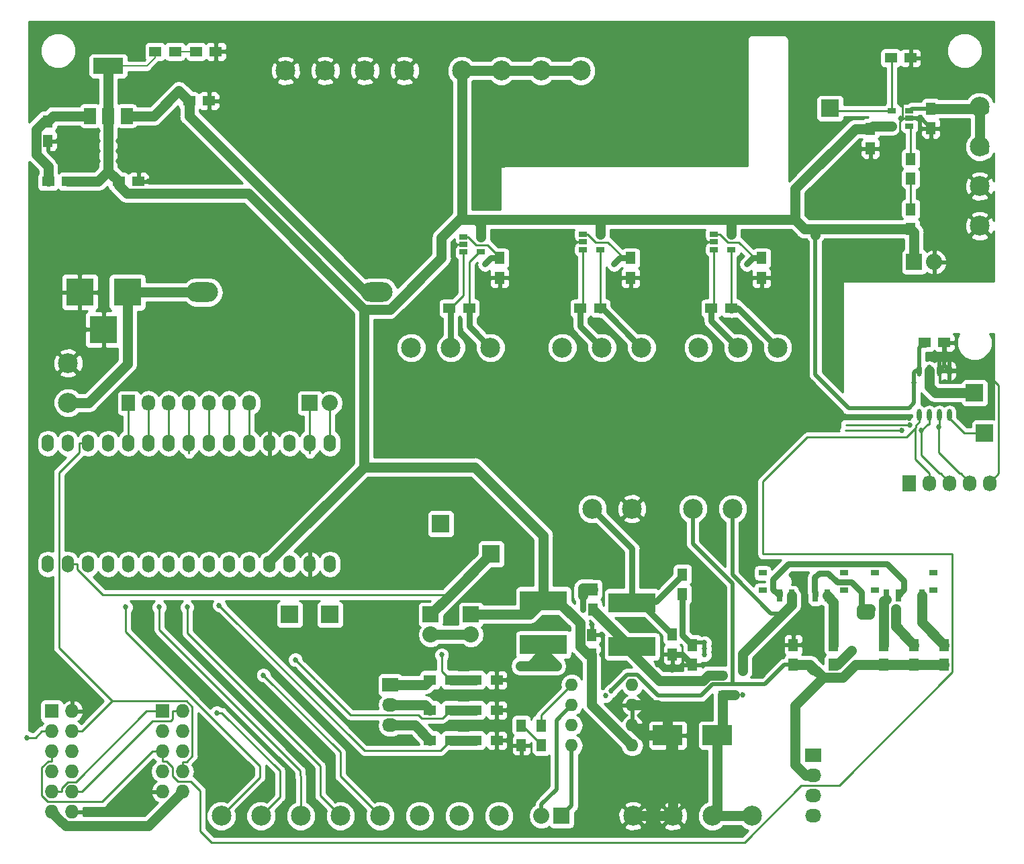
<source format=gtl>
G04 #@! TF.GenerationSoftware,KiCad,Pcbnew,5.0.0-rc2*
G04 #@! TF.CreationDate,2019-07-22T20:15:04-04:00*
G04 #@! TF.ProjectId,batterystation,6261747465727973746174696F6E2E6B,rev?*
G04 #@! TF.SameCoordinates,Original*
G04 #@! TF.FileFunction,Copper,L1,Top,Signal*
G04 #@! TF.FilePolarity,Positive*
%FSLAX46Y46*%
G04 Gerber Fmt 4.6, Leading zero omitted, Abs format (unit mm)*
G04 Created by KiCad (PCBNEW 5.0.0-rc2) date Mon Jul 22 20:15:04 2019*
%MOMM*%
%LPD*%
G01*
G04 APERTURE LIST*
G04 #@! TA.AperFunction,ComponentPad*
%ADD10R,2.235200X2.235200*%
G04 #@! TD*
G04 #@! TA.AperFunction,ComponentPad*
%ADD11R,3.500120X3.500120*%
G04 #@! TD*
G04 #@! TA.AperFunction,SMDPad,CuDef*
%ADD12R,1.250000X1.500000*%
G04 #@! TD*
G04 #@! TA.AperFunction,SMDPad,CuDef*
%ADD13R,1.500000X1.250000*%
G04 #@! TD*
G04 #@! TA.AperFunction,SMDPad,CuDef*
%ADD14R,3.750000X2.500000*%
G04 #@! TD*
G04 #@! TA.AperFunction,SMDPad,CuDef*
%ADD15R,1.000000X1.000000*%
G04 #@! TD*
G04 #@! TA.AperFunction,ComponentPad*
%ADD16O,4.000500X2.499360*%
G04 #@! TD*
G04 #@! TA.AperFunction,ComponentPad*
%ADD17O,1.524000X2.199640*%
G04 #@! TD*
G04 #@! TA.AperFunction,ComponentPad*
%ADD18O,1.524000X2.197100*%
G04 #@! TD*
G04 #@! TA.AperFunction,SMDPad,CuDef*
%ADD19R,5.900000X2.450000*%
G04 #@! TD*
G04 #@! TA.AperFunction,SMDPad,CuDef*
%ADD20R,1.060000X0.650000*%
G04 #@! TD*
G04 #@! TA.AperFunction,SMDPad,CuDef*
%ADD21O,0.609600X1.473200*%
G04 #@! TD*
G04 #@! TA.AperFunction,ComponentPad*
%ADD22R,2.032000X2.032000*%
G04 #@! TD*
G04 #@! TA.AperFunction,ComponentPad*
%ADD23O,2.032000X2.032000*%
G04 #@! TD*
G04 #@! TA.AperFunction,ComponentPad*
%ADD24R,1.727200X1.727200*%
G04 #@! TD*
G04 #@! TA.AperFunction,ComponentPad*
%ADD25O,1.727200X1.727200*%
G04 #@! TD*
G04 #@! TA.AperFunction,ComponentPad*
%ADD26O,1.600000X1.600000*%
G04 #@! TD*
G04 #@! TA.AperFunction,ComponentPad*
%ADD27R,2.032000X1.727200*%
G04 #@! TD*
G04 #@! TA.AperFunction,ComponentPad*
%ADD28O,2.032000X1.727200*%
G04 #@! TD*
G04 #@! TA.AperFunction,SMDPad,CuDef*
%ADD29R,0.700000X1.500000*%
G04 #@! TD*
G04 #@! TA.AperFunction,SMDPad,CuDef*
%ADD30R,1.000000X0.800000*%
G04 #@! TD*
G04 #@! TA.AperFunction,SMDPad,CuDef*
%ADD31R,3.800000X2.000000*%
G04 #@! TD*
G04 #@! TA.AperFunction,SMDPad,CuDef*
%ADD32R,1.500000X2.000000*%
G04 #@! TD*
G04 #@! TA.AperFunction,ComponentPad*
%ADD33O,1.727200X2.032000*%
G04 #@! TD*
G04 #@! TA.AperFunction,ComponentPad*
%ADD34R,1.727200X2.032000*%
G04 #@! TD*
G04 #@! TA.AperFunction,ComponentPad*
%ADD35C,2.500000*%
G04 #@! TD*
G04 #@! TA.AperFunction,SMDPad,CuDef*
%ADD36R,1.500000X1.300000*%
G04 #@! TD*
G04 #@! TA.AperFunction,ViaPad*
%ADD37C,0.685800*%
G04 #@! TD*
G04 #@! TA.AperFunction,Conductor*
%ADD38C,0.762000*%
G04 #@! TD*
G04 #@! TA.AperFunction,Conductor*
%ADD39C,1.270000*%
G04 #@! TD*
G04 #@! TA.AperFunction,Conductor*
%ADD40C,0.508000*%
G04 #@! TD*
G04 #@! TA.AperFunction,Conductor*
%ADD41C,0.254000*%
G04 #@! TD*
G04 #@! TA.AperFunction,Conductor*
%ADD42C,0.152400*%
G04 #@! TD*
G04 APERTURE END LIST*
D10*
G04 #@! TO.P,P30,1*
G04 #@! TO.N,Net-(J1-Pad17)*
X130810000Y-116840000D03*
G04 #@! TD*
D11*
G04 #@! TO.P,CON1,1*
G04 #@! TO.N,+12V*
X84940140Y-83820000D03*
G04 #@! TO.P,CON1,2*
G04 #@! TO.N,GND*
X78940660Y-83820000D03*
G04 #@! TO.P,CON1,3*
X81940400Y-88519000D03*
G04 #@! TD*
D12*
G04 #@! TO.P,C1,2*
G04 #@! TO.N,GND*
X178642000Y-65692700D03*
G04 #@! TO.P,C1,1*
G04 #@! TO.N,+5V*
X178642000Y-63192700D03*
G04 #@! TD*
G04 #@! TO.P,C2,1*
G04 #@! TO.N,/STC4054_Liion_Charge/BAT_LIION_CHRG*
X186262000Y-60652700D03*
G04 #@! TO.P,C2,2*
G04 #@! TO.N,GND*
X186262000Y-63152700D03*
G04 #@! TD*
D13*
G04 #@! TO.P,C3,2*
G04 #@! TO.N,GND*
X187940000Y-90170000D03*
G04 #@! TO.P,C3,1*
G04 #@! TO.N,+5V*
X185440000Y-90170000D03*
G04 #@! TD*
G04 #@! TO.P,C4,2*
G04 #@! TO.N,GND*
X95230000Y-59690000D03*
G04 #@! TO.P,C4,1*
G04 #@! TO.N,Net-(C4-Pad1)*
X92730000Y-59690000D03*
G04 #@! TD*
G04 #@! TO.P,C5,2*
G04 #@! TO.N,GND*
X86340000Y-69850000D03*
G04 #@! TO.P,C5,1*
G04 #@! TO.N,+5V*
X83840000Y-69850000D03*
G04 #@! TD*
D12*
G04 #@! TO.P,C6,2*
G04 #@! TO.N,GND*
X143510000Y-127020000D03*
G04 #@! TO.P,C6,1*
G04 #@! TO.N,+5V*
X143510000Y-129520000D03*
G04 #@! TD*
G04 #@! TO.P,C7,1*
G04 #@! TO.N,/LT1512/Vsw*
X143637000Y-121305000D03*
G04 #@! TO.P,C7,2*
G04 #@! TO.N,Net-(C7-Pad2)*
X143637000Y-123805000D03*
G04 #@! TD*
G04 #@! TO.P,C8,2*
G04 #@! TO.N,/LT1512/Vcomp*
X137160000Y-138450000D03*
G04 #@! TO.P,C8,1*
G04 #@! TO.N,Net-(C8-Pad1)*
X137160000Y-140950000D03*
G04 #@! TD*
G04 #@! TO.P,C9,1*
G04 #@! TO.N,/LT1512/I_Feedback*
X156210000Y-128290000D03*
G04 #@! TO.P,C9,2*
G04 #@! TO.N,GND*
X156210000Y-130790000D03*
G04 #@! TD*
D14*
G04 #@! TO.P,C10,1*
G04 #@! TO.N,/LT1512/LT_BATCHRG*
X159335000Y-139700000D03*
G04 #@! TO.P,C10,2*
G04 #@! TO.N,GND*
X153085000Y-139700000D03*
G04 #@! TD*
D12*
G04 #@! TO.P,D1,2*
G04 #@! TO.N,Net-(D1-Pad2)*
X183722000Y-69502700D03*
G04 #@! TO.P,D1,1*
G04 #@! TO.N,/STC4054_Liion_Charge/CHRG*
X183722000Y-67002700D03*
G04 #@! TD*
D15*
G04 #@! TO.P,D2,1*
G04 #@! TO.N,/LT1512/LT_BATCHRG*
X160020000Y-134600000D03*
G04 #@! TO.P,D2,2*
G04 #@! TO.N,Net-(C7-Pad2)*
X160020000Y-132100000D03*
G04 #@! TD*
D16*
G04 #@! TO.P,F1,2*
G04 #@! TO.N,Net-(C4-Pad1)*
X116410740Y-83820000D03*
G04 #@! TO.P,F1,1*
G04 #@! TO.N,+12V*
X94409260Y-83820000D03*
G04 #@! TD*
D17*
G04 #@! TO.P,J1,1*
G04 #@! TO.N,Net-(J1-Pad1)*
X110490000Y-102870000D03*
G04 #@! TO.P,J1,2*
G04 #@! TO.N,Net-(J1-Pad2)*
X107950000Y-102870000D03*
G04 #@! TO.P,J1,3*
G04 #@! TO.N,Net-(J1-Pad3)*
X105410000Y-102870000D03*
G04 #@! TO.P,J1,4*
G04 #@! TO.N,GND*
X102870000Y-102870000D03*
G04 #@! TO.P,J1,5*
G04 #@! TO.N,Net-(J1-Pad5)*
X100330000Y-102870000D03*
G04 #@! TO.P,J1,6*
G04 #@! TO.N,Net-(J1-Pad6)*
X97790000Y-102870000D03*
G04 #@! TO.P,J1,7*
G04 #@! TO.N,Net-(J1-Pad7)*
X95250000Y-102870000D03*
G04 #@! TO.P,J1,8*
G04 #@! TO.N,Net-(J1-Pad8)*
X92710000Y-102870000D03*
G04 #@! TO.P,J1,9*
G04 #@! TO.N,Net-(J1-Pad9)*
X90170000Y-102870000D03*
G04 #@! TO.P,J1,10*
G04 #@! TO.N,Net-(J1-Pad10)*
X87630000Y-102870000D03*
G04 #@! TO.P,J1,11*
G04 #@! TO.N,Net-(J1-Pad11)*
X85090000Y-102870000D03*
G04 #@! TO.P,J1,12*
G04 #@! TO.N,/MAX_CS*
X82550000Y-102870000D03*
G04 #@! TO.P,J1,13*
G04 #@! TO.N,/NANO_CS*
X80010000Y-102870000D03*
G04 #@! TO.P,J1,14*
G04 #@! TO.N,/NANO_MOSI*
X77470000Y-102870000D03*
G04 #@! TO.P,J1,15*
G04 #@! TO.N,/NANO_MISO*
X74930000Y-102870000D03*
G04 #@! TO.P,J1,16*
G04 #@! TO.N,/NANO_SCK*
X74930000Y-118110000D03*
G04 #@! TO.P,J1,17*
G04 #@! TO.N,Net-(J1-Pad17)*
X77470000Y-118110000D03*
G04 #@! TO.P,J1,18*
G04 #@! TO.N,Net-(J1-Pad18)*
X80010000Y-118110000D03*
G04 #@! TO.P,J1,19*
G04 #@! TO.N,Net-(J1-Pad19)*
X82550000Y-118110000D03*
D18*
G04 #@! TO.P,J1,20*
G04 #@! TO.N,Net-(J1-Pad20)*
X85090000Y-118110000D03*
G04 #@! TO.P,J1,21*
G04 #@! TO.N,Net-(J1-Pad21)*
X87630000Y-118110000D03*
G04 #@! TO.P,J1,22*
G04 #@! TO.N,Net-(J1-Pad22)*
X90170000Y-118110000D03*
G04 #@! TO.P,J1,23*
G04 #@! TO.N,Net-(J1-Pad23)*
X92710000Y-118110000D03*
G04 #@! TO.P,J1,24*
G04 #@! TO.N,/A5*
X95250000Y-118110000D03*
G04 #@! TO.P,J1,25*
G04 #@! TO.N,/A6*
X97790000Y-118110000D03*
G04 #@! TO.P,J1,26*
G04 #@! TO.N,/A7*
X100330000Y-118110000D03*
G04 #@! TO.P,J1,27*
G04 #@! TO.N,+5V*
X102870000Y-118110000D03*
G04 #@! TO.P,J1,28*
G04 #@! TO.N,Net-(J1-Pad28)*
X105410000Y-118110000D03*
G04 #@! TO.P,J1,29*
G04 #@! TO.N,GND*
X107950000Y-118110000D03*
G04 #@! TO.P,J1,30*
G04 #@! TO.N,Net-(J1-Pad30)*
X110490000Y-118110000D03*
G04 #@! TD*
D19*
G04 #@! TO.P,L1,2*
G04 #@! TO.N,/LT1512/Vsw*
X137414000Y-128251000D03*
G04 #@! TO.P,L1,1*
G04 #@! TO.N,+5V*
X137414000Y-122701000D03*
G04 #@! TD*
G04 #@! TO.P,L2,1*
G04 #@! TO.N,Net-(C7-Pad2)*
X148590000Y-128505000D03*
G04 #@! TO.P,L2,2*
G04 #@! TO.N,/LT1512/LT_IFEEDBACK*
X148590000Y-122955000D03*
G04 #@! TD*
D10*
G04 #@! TO.P,P2,1*
G04 #@! TO.N,Net-(J1-Pad18)*
X124460000Y-113030000D03*
G04 #@! TD*
G04 #@! TO.P,P9,1*
G04 #@! TO.N,/STC4054_Liion_Charge/PROG*
X173562000Y-60632700D03*
G04 #@! TD*
D20*
G04 #@! TO.P,P10,1*
G04 #@! TO.N,/STC4054_Liion_Charge/CHRG*
X183552000Y-62852700D03*
G04 #@! TO.P,P10,2*
G04 #@! TO.N,GND*
X183552000Y-61902700D03*
G04 #@! TO.P,P10,3*
G04 #@! TO.N,/STC4054_Liion_Charge/BAT_LIION_CHRG*
X183552000Y-60952700D03*
G04 #@! TO.P,P10,4*
G04 #@! TO.N,/STC4054_Liion_Charge/PROG*
X181352000Y-60952700D03*
G04 #@! TO.P,P10,5*
G04 #@! TO.N,+5V*
X181352000Y-62852700D03*
G04 #@! TD*
D21*
G04 #@! TO.P,P11,1*
G04 #@! TO.N,GND*
X188595000Y-93726000D03*
G04 #@! TO.P,P11,2*
X187325000Y-93726000D03*
G04 #@! TO.P,P11,3*
G04 #@! TO.N,/MAX6675/T+*
X186055000Y-93726000D03*
G04 #@! TO.P,P11,4*
G04 #@! TO.N,+5V*
X184785000Y-93726000D03*
G04 #@! TO.P,P11,5*
G04 #@! TO.N,/NANO_SCK*
X184785000Y-99314000D03*
G04 #@! TO.P,P11,6*
G04 #@! TO.N,/MAX_CS*
X186055000Y-99314000D03*
G04 #@! TO.P,P11,7*
G04 #@! TO.N,/NANO_MISO*
X187325000Y-99314000D03*
G04 #@! TO.P,P11,8*
G04 #@! TO.N,/MAX6675/NC*
X188595000Y-99314000D03*
G04 #@! TD*
D10*
G04 #@! TO.P,P12,1*
G04 #@! TO.N,/MAX6675/NC*
X193040000Y-101600000D03*
G04 #@! TD*
D22*
G04 #@! TO.P,P13,1*
G04 #@! TO.N,+3V3*
X123190000Y-124460000D03*
D23*
G04 #@! TO.P,P13,2*
G04 #@! TO.N,/ENC28J60/VCC_Branch*
X123190000Y-127000000D03*
G04 #@! TD*
G04 #@! TO.P,P14,2*
G04 #@! TO.N,/ENC28J60/VCC_Branch*
X128270000Y-127000000D03*
D22*
G04 #@! TO.P,P14,1*
G04 #@! TO.N,+5V*
X128270000Y-124460000D03*
G04 #@! TD*
D24*
G04 #@! TO.P,P15,1*
G04 #@! TO.N,/ENC28J60/INT*
X89351900Y-136652000D03*
D25*
G04 #@! TO.P,P15,2*
G04 #@! TO.N,/ENC28J60/CLKOUT*
X91891900Y-136652000D03*
G04 #@! TO.P,P15,3*
G04 #@! TO.N,/NANO_MISO*
X89351900Y-139192000D03*
G04 #@! TO.P,P15,4*
G04 #@! TO.N,/ENC28J60/WOL*
X91891900Y-139192000D03*
G04 #@! TO.P,P15,5*
G04 #@! TO.N,/NANO_SCK*
X89351900Y-141732000D03*
G04 #@! TO.P,P15,6*
G04 #@! TO.N,/NANO_MOSI*
X91891900Y-141732000D03*
G04 #@! TO.P,P15,7*
G04 #@! TO.N,/ENC28J60/RSTENC*
X89351900Y-144272000D03*
G04 #@! TO.P,P15,8*
G04 #@! TO.N,/NANO_CS*
X91891900Y-144272000D03*
G04 #@! TO.P,P15,9*
G04 #@! TO.N,GND*
X89351900Y-146812000D03*
G04 #@! TO.P,P15,10*
G04 #@! TO.N,/ENC28J60/VCC_Branch*
X91891900Y-146812000D03*
G04 #@! TD*
D24*
G04 #@! TO.P,P16,1*
G04 #@! TO.N,/ENC28J60/Q3*
X75411900Y-136652000D03*
D25*
G04 #@! TO.P,P16,2*
G04 #@! TO.N,GND*
X77951900Y-136652000D03*
G04 #@! TO.P,P16,3*
G04 #@! TO.N,/ENC28J60/RSTENC*
X75411900Y-139192000D03*
G04 #@! TO.P,P16,4*
G04 #@! TO.N,/NANO_CS*
X77951900Y-139192000D03*
G04 #@! TO.P,P16,5*
G04 #@! TO.N,/NANO_SCK*
X75411900Y-141732000D03*
G04 #@! TO.P,P16,6*
G04 #@! TO.N,/NANO_MOSI*
X77951900Y-141732000D03*
G04 #@! TO.P,P16,7*
G04 #@! TO.N,/NANO_MISO*
X75411900Y-144272000D03*
G04 #@! TO.P,P16,8*
G04 #@! TO.N,/ENC28J60/WOL*
X77951900Y-144272000D03*
G04 #@! TO.P,P16,9*
G04 #@! TO.N,/ENC28J60/INT*
X75411900Y-146812000D03*
G04 #@! TO.P,P16,10*
G04 #@! TO.N,/ENC28J60/CLKOUT*
X77951900Y-146812000D03*
G04 #@! TO.P,P16,11*
G04 #@! TO.N,/ENC28J60/VCC_Branch*
X75411900Y-149352000D03*
G04 #@! TO.P,P16,12*
G04 #@! TO.N,GND*
X77951900Y-149352000D03*
G04 #@! TD*
D26*
G04 #@! TO.P,P19,1*
G04 #@! TO.N,/LT1512/Vcomp*
X140970000Y-133350000D03*
G04 #@! TO.P,P19,2*
G04 #@! TO.N,/LT1512/LT_FloatVoltage*
X140970000Y-135890000D03*
G04 #@! TO.P,P19,3*
G04 #@! TO.N,/LT1512/I_Feedback*
X140970000Y-138430000D03*
G04 #@! TO.P,P19,4*
G04 #@! TO.N,/LT1512/LTShutdownPin*
X140970000Y-140970000D03*
G04 #@! TO.P,P19,5*
G04 #@! TO.N,+5V*
X148590000Y-140970000D03*
G04 #@! TO.P,P19,6*
G04 #@! TO.N,GND*
X148590000Y-138430000D03*
G04 #@! TO.P,P19,7*
X148590000Y-135890000D03*
G04 #@! TO.P,P19,8*
G04 #@! TO.N,/LT1512/Vsw*
X148590000Y-133350000D03*
G04 #@! TD*
D22*
G04 #@! TO.P,P20,1*
G04 #@! TO.N,/LT1512/LTShutdownPin*
X139700000Y-149860000D03*
D23*
G04 #@! TO.P,P20,2*
G04 #@! TO.N,/LT1512/LT_FloatVoltage*
X137160000Y-149860000D03*
G04 #@! TD*
D13*
G04 #@! TO.P,R1,1*
G04 #@! TO.N,/STC4054_Liion_Charge/PROG*
X181202000Y-54282700D03*
G04 #@! TO.P,R1,2*
G04 #@! TO.N,GND*
X183702000Y-54282700D03*
G04 #@! TD*
D12*
G04 #@! TO.P,R2,2*
G04 #@! TO.N,Net-(D1-Pad2)*
X183722000Y-73352700D03*
G04 #@! TO.P,R2,1*
G04 #@! TO.N,+5V*
X183722000Y-75852700D03*
G04 #@! TD*
D13*
G04 #@! TO.P,R3,1*
G04 #@! TO.N,+5V*
X77450000Y-69850000D03*
G04 #@! TO.P,R3,2*
G04 #@! TO.N,Net-(R3-Pad2)*
X74950000Y-69850000D03*
G04 #@! TD*
D12*
G04 #@! TO.P,R4,1*
G04 #@! TO.N,Net-(R3-Pad2)*
X74930000Y-62250000D03*
G04 #@! TO.P,R4,2*
G04 #@! TO.N,GND*
X74930000Y-64750000D03*
G04 #@! TD*
G04 #@! TO.P,R5,2*
G04 #@! TO.N,/LT1512/LT_FloatVoltage*
X180340000Y-130790000D03*
G04 #@! TO.P,R5,1*
G04 #@! TO.N,Net-(R5-Pad1)*
X180340000Y-128290000D03*
G04 #@! TD*
G04 #@! TO.P,R6,2*
G04 #@! TO.N,/LT1512/LT_FloatVoltage*
X187960000Y-130790000D03*
G04 #@! TO.P,R6,1*
G04 #@! TO.N,Net-(R6-Pad1)*
X187960000Y-128290000D03*
G04 #@! TD*
G04 #@! TO.P,R7,1*
G04 #@! TO.N,Net-(R7-Pad1)*
X184150000Y-128290000D03*
G04 #@! TO.P,R7,2*
G04 #@! TO.N,/LT1512/LT_FloatVoltage*
X184150000Y-130790000D03*
G04 #@! TD*
G04 #@! TO.P,R8,1*
G04 #@! TO.N,Net-(R8-Pad1)*
X173990000Y-128290000D03*
G04 #@! TO.P,R8,2*
G04 #@! TO.N,Net-(R8-Pad2)*
X173990000Y-130790000D03*
G04 #@! TD*
D27*
G04 #@! TO.P,R9,1*
G04 #@! TO.N,Net-(R8-Pad2)*
X171450000Y-142240000D03*
D28*
G04 #@! TO.P,R9,2*
G04 #@! TO.N,/LT1512/LT_FloatVoltage*
X171450000Y-144780000D03*
G04 #@! TO.P,R9,3*
G04 #@! TO.N,N/C*
X171450000Y-147320000D03*
G04 #@! TO.P,R9,4*
X171450000Y-149860000D03*
G04 #@! TD*
D12*
G04 #@! TO.P,R10,2*
G04 #@! TO.N,GND*
X153670000Y-129500000D03*
G04 #@! TO.P,R10,1*
G04 #@! TO.N,/LT1512/LT_IFEEDBACK*
X153670000Y-127000000D03*
G04 #@! TD*
G04 #@! TO.P,R11,2*
G04 #@! TO.N,/LT1512/LT_IFEEDBACK*
X154940000Y-119400000D03*
G04 #@! TO.P,R11,1*
G04 #@! TO.N,/LT1512/I_Feedback*
X154940000Y-121900000D03*
G04 #@! TD*
G04 #@! TO.P,R12,1*
G04 #@! TO.N,GND*
X134620000Y-140950000D03*
G04 #@! TO.P,R12,2*
G04 #@! TO.N,Net-(C8-Pad1)*
X134620000Y-138450000D03*
G04 #@! TD*
G04 #@! TO.P,R13,1*
G04 #@! TO.N,/LT1512/LT_FloatVoltage*
X168910000Y-130790000D03*
G04 #@! TO.P,R13,2*
G04 #@! TO.N,GND*
X168910000Y-128290000D03*
G04 #@! TD*
D13*
G04 #@! TO.P,R14,1*
G04 #@! TO.N,/CurrentSense_INA169_1/LOADIN*
X125555000Y-85844400D03*
G04 #@! TO.P,R14,2*
G04 #@! TO.N,/CurrentSense_INA169_1/LOADOUT*
X128055000Y-85844400D03*
G04 #@! TD*
D12*
G04 #@! TO.P,R15,2*
G04 #@! TO.N,GND*
X131885000Y-82014400D03*
G04 #@! TO.P,R15,1*
G04 #@! TO.N,/CurrentSense_INA169_1/CurrentOUT*
X131885000Y-79514400D03*
G04 #@! TD*
D13*
G04 #@! TO.P,R16,2*
G04 #@! TO.N,/sheet5CBEAB48/LOADOUT*
X144565000Y-85844400D03*
G04 #@! TO.P,R16,1*
G04 #@! TO.N,/sheet5CBEAB48/LOADIN*
X142065000Y-85844400D03*
G04 #@! TD*
D12*
G04 #@! TO.P,R17,1*
G04 #@! TO.N,/sheet5CBEAB48/CurrentOUT*
X148395000Y-79514400D03*
G04 #@! TO.P,R17,2*
G04 #@! TO.N,GND*
X148395000Y-82014400D03*
G04 #@! TD*
D13*
G04 #@! TO.P,R18,1*
G04 #@! TO.N,/sheet5CBEAC38/LOADIN*
X158575000Y-85844400D03*
G04 #@! TO.P,R18,2*
G04 #@! TO.N,/sheet5CBEAC38/LOADOUT*
X161075000Y-85844400D03*
G04 #@! TD*
D12*
G04 #@! TO.P,R19,1*
G04 #@! TO.N,/sheet5CBEAC38/CurrentOUT*
X164905000Y-79514400D03*
G04 #@! TO.P,R19,2*
G04 #@! TO.N,GND*
X164905000Y-82014400D03*
G04 #@! TD*
D29*
G04 #@! TO.P,SW1,1*
G04 #@! TO.N,Net-(R6-Pad1)*
X185130000Y-122075000D03*
G04 #@! TO.P,SW1,2*
G04 #@! TO.N,Net-(SW1-Pad2)*
X182130000Y-122075000D03*
G04 #@! TO.P,SW1,3*
G04 #@! TO.N,Net-(R5-Pad1)*
X180630000Y-122075000D03*
D30*
G04 #@! TO.P,SW1,*
G04 #@! TO.N,*
X186530000Y-119225000D03*
X179230000Y-119225000D03*
X179230000Y-121425000D03*
X186530000Y-121425000D03*
G04 #@! TD*
D29*
G04 #@! TO.P,SW2,1*
G04 #@! TO.N,Net-(R8-Pad1)*
X173180000Y-122075000D03*
G04 #@! TO.P,SW2,2*
G04 #@! TO.N,Net-(R7-Pad1)*
X171680000Y-122075000D03*
G04 #@! TO.P,SW2,3*
G04 #@! TO.N,/LT1512/LT_BATCHRG*
X168680000Y-122075000D03*
G04 #@! TO.P,SW2,4*
G04 #@! TO.N,Net-(SW1-Pad2)*
X167180000Y-122075000D03*
D30*
G04 #@! TO.P,SW2,*
G04 #@! TO.N,*
X175330000Y-119225000D03*
X165030000Y-119225000D03*
X165030000Y-121425000D03*
X175330000Y-121425000D03*
G04 #@! TD*
D31*
G04 #@! TO.P,U2,4*
G04 #@! TO.N,N/C*
X82550000Y-55270000D03*
D32*
G04 #@! TO.P,U2,2*
G04 #@! TO.N,+5V*
X82550000Y-61570000D03*
G04 #@! TO.P,U2,3*
G04 #@! TO.N,Net-(C4-Pad1)*
X84850000Y-61570000D03*
G04 #@! TO.P,U2,1*
G04 #@! TO.N,Net-(R3-Pad2)*
X80250000Y-61570000D03*
G04 #@! TD*
D33*
G04 #@! TO.P,REF06,5*
G04 #@! TO.N,GND*
X193675000Y-107950000D03*
G04 #@! TO.P,REF06,4*
G04 #@! TO.N,/NANO_MISO*
X191135000Y-107950000D03*
G04 #@! TO.P,REF06,3*
G04 #@! TO.N,/MAX_CS*
X188595000Y-107950000D03*
G04 #@! TO.P,REF06,2*
G04 #@! TO.N,/NANO_SCK*
X186055000Y-107950000D03*
D34*
G04 #@! TO.P,REF06,1*
G04 #@! TO.N,+5V*
X183515000Y-107950000D03*
G04 #@! TD*
D23*
G04 #@! TO.P,REF07,2*
G04 #@! TO.N,GND*
X186690000Y-80010000D03*
D22*
G04 #@! TO.P,REF07,1*
G04 #@! TO.N,+5V*
X184150000Y-80010000D03*
G04 #@! TD*
D20*
G04 #@! TO.P,P21,1*
G04 #@! TO.N,/CurrentSense_INA169_1/CurrentOUT*
X127340000Y-76840000D03*
G04 #@! TO.P,P21,2*
G04 #@! TO.N,GND*
X127340000Y-77790000D03*
G04 #@! TO.P,P21,3*
G04 #@! TO.N,/CurrentSense_INA169_1/LOADIN*
X127340000Y-78740000D03*
G04 #@! TO.P,P21,4*
G04 #@! TO.N,/CurrentSense_INA169_1/LOADOUT*
X129540000Y-78740000D03*
G04 #@! TO.P,P21,5*
G04 #@! TO.N,+5V*
X129540000Y-76840000D03*
G04 #@! TD*
G04 #@! TO.P,P22,5*
G04 #@! TO.N,+5V*
X144610000Y-76520000D03*
G04 #@! TO.P,P22,4*
G04 #@! TO.N,/sheet5CBEAB48/LOADOUT*
X144610000Y-78420000D03*
G04 #@! TO.P,P22,3*
G04 #@! TO.N,/sheet5CBEAB48/LOADIN*
X142410000Y-78420000D03*
G04 #@! TO.P,P22,2*
G04 #@! TO.N,GND*
X142410000Y-77470000D03*
G04 #@! TO.P,P22,1*
G04 #@! TO.N,/sheet5CBEAB48/CurrentOUT*
X142410000Y-76520000D03*
G04 #@! TD*
G04 #@! TO.P,P23,1*
G04 #@! TO.N,/sheet5CBEAC38/CurrentOUT*
X158920000Y-76520000D03*
G04 #@! TO.P,P23,2*
G04 #@! TO.N,GND*
X158920000Y-77470000D03*
G04 #@! TO.P,P23,3*
G04 #@! TO.N,/sheet5CBEAC38/LOADIN*
X158920000Y-78420000D03*
G04 #@! TO.P,P23,4*
G04 #@! TO.N,/sheet5CBEAC38/LOADOUT*
X161120000Y-78420000D03*
G04 #@! TO.P,P23,5*
G04 #@! TO.N,+5V*
X161120000Y-76520000D03*
G04 #@! TD*
D13*
G04 #@! TO.P,D3,1*
G04 #@! TO.N,Net-(D3-Pad1)*
X90951001Y-53459500D03*
G04 #@! TO.P,D3,2*
G04 #@! TO.N,+5V*
X88451001Y-53459500D03*
G04 #@! TD*
D35*
G04 #@! TO.P,P24,2*
G04 #@! TO.N,+12V*
X77470000Y-97750000D03*
G04 #@! TO.P,P24,1*
G04 #@! TO.N,GND*
X77470000Y-92750000D03*
G04 #@! TD*
G04 #@! TO.P,P25,4*
G04 #@! TO.N,GND*
X119895000Y-55880000D03*
G04 #@! TO.P,P25,3*
X114895000Y-55880000D03*
G04 #@! TO.P,P25,1*
X104895000Y-55880000D03*
G04 #@! TO.P,P25,2*
X109895000Y-55880000D03*
G04 #@! TD*
G04 #@! TO.P,P26,2*
G04 #@! TO.N,+5V*
X132120000Y-55880000D03*
G04 #@! TO.P,P26,1*
X127120000Y-55880000D03*
G04 #@! TO.P,P26,3*
X137120000Y-55880000D03*
G04 #@! TO.P,P26,4*
X142120000Y-55880000D03*
G04 #@! TD*
D34*
G04 #@! TO.P,P27,1*
G04 #@! TO.N,Net-(J1-Pad11)*
X85090000Y-97790000D03*
D33*
G04 #@! TO.P,P27,2*
G04 #@! TO.N,Net-(J1-Pad10)*
X87630000Y-97790000D03*
G04 #@! TO.P,P27,3*
G04 #@! TO.N,Net-(J1-Pad9)*
X90170000Y-97790000D03*
G04 #@! TO.P,P27,4*
G04 #@! TO.N,Net-(J1-Pad8)*
X92710000Y-97790000D03*
G04 #@! TO.P,P27,5*
G04 #@! TO.N,Net-(J1-Pad7)*
X95250000Y-97790000D03*
G04 #@! TO.P,P27,6*
G04 #@! TO.N,Net-(J1-Pad6)*
X97790000Y-97790000D03*
G04 #@! TO.P,P27,7*
G04 #@! TO.N,Net-(J1-Pad5)*
X100330000Y-97790000D03*
G04 #@! TD*
D10*
G04 #@! TO.P,P28,1*
G04 #@! TO.N,Net-(J1-Pad30)*
X110490000Y-124460000D03*
G04 #@! TD*
G04 #@! TO.P,P29,1*
G04 #@! TO.N,Net-(J1-Pad28)*
X105410000Y-124460000D03*
G04 #@! TD*
D35*
G04 #@! TO.P,P31,1*
G04 #@! TO.N,/LT1512/LT_FloatVoltage*
X156250000Y-111125000D03*
G04 #@! TO.P,P31,2*
G04 #@! TO.N,/LT1512/LT_BATCHRG*
X161250000Y-111125000D03*
G04 #@! TD*
G04 #@! TO.P,P32,1*
G04 #@! TO.N,/LT1512/LT_IFEEDBACK*
X143550000Y-111125000D03*
G04 #@! TO.P,P32,2*
G04 #@! TO.N,GND*
X148550000Y-111125000D03*
G04 #@! TD*
D13*
G04 #@! TO.P,R20,2*
G04 #@! TO.N,Net-(D3-Pad1)*
X93601001Y-53459500D03*
G04 #@! TO.P,R20,1*
G04 #@! TO.N,GND*
X96101001Y-53459500D03*
G04 #@! TD*
D22*
G04 #@! TO.P,P3,1*
G04 #@! TO.N,Net-(J1-Pad2)*
X107950000Y-97790000D03*
D23*
G04 #@! TO.P,P3,2*
G04 #@! TO.N,Net-(J1-Pad1)*
X110490000Y-97790000D03*
G04 #@! TD*
D35*
G04 #@! TO.P,P1,8*
G04 #@! TO.N,Net-(J1-Pad19)*
X96800000Y-149860000D03*
G04 #@! TO.P,P1,7*
G04 #@! TO.N,Net-(J1-Pad20)*
X101800000Y-149860000D03*
G04 #@! TO.P,P1,6*
G04 #@! TO.N,Net-(J1-Pad21)*
X106800000Y-149860000D03*
G04 #@! TO.P,P1,5*
G04 #@! TO.N,Net-(J1-Pad22)*
X111800000Y-149860000D03*
G04 #@! TO.P,P1,4*
G04 #@! TO.N,Net-(J1-Pad23)*
X116800000Y-149860000D03*
G04 #@! TO.P,P1,3*
G04 #@! TO.N,N/C*
X121800000Y-149860000D03*
G04 #@! TO.P,P1,1*
X131800000Y-149860000D03*
G04 #@! TO.P,P1,2*
X126800000Y-149860000D03*
G04 #@! TD*
G04 #@! TO.P,P4,3*
G04 #@! TO.N,/CurrentSense_INA169_1/LOADOUT*
X130730000Y-90805000D03*
G04 #@! TO.P,P4,1*
G04 #@! TO.N,/CurrentSense_INA169_1/CurrentOUT*
X120730000Y-90805000D03*
G04 #@! TO.P,P4,2*
G04 #@! TO.N,/CurrentSense_INA169_1/LOADIN*
X125730000Y-90805000D03*
G04 #@! TD*
G04 #@! TO.P,P5,2*
G04 #@! TO.N,/sheet5CBEAB48/LOADIN*
X144780000Y-90805000D03*
G04 #@! TO.P,P5,1*
G04 #@! TO.N,/sheet5CBEAB48/CurrentOUT*
X139780000Y-90805000D03*
G04 #@! TO.P,P5,3*
G04 #@! TO.N,/sheet5CBEAB48/LOADOUT*
X149780000Y-90805000D03*
G04 #@! TD*
G04 #@! TO.P,P6,3*
G04 #@! TO.N,/sheet5CBEAC38/LOADOUT*
X166925000Y-90805000D03*
G04 #@! TO.P,P6,1*
G04 #@! TO.N,/sheet5CBEAC38/CurrentOUT*
X156925000Y-90805000D03*
G04 #@! TO.P,P6,2*
G04 #@! TO.N,/sheet5CBEAC38/LOADIN*
X161925000Y-90805000D03*
G04 #@! TD*
G04 #@! TO.P,P7,2*
G04 #@! TO.N,/STC4054_Liion_Charge/BAT_LIION_CHRG*
X192405000Y-65445000D03*
G04 #@! TO.P,P7,1*
X192405000Y-60445000D03*
G04 #@! TO.P,P7,3*
G04 #@! TO.N,GND*
X192405000Y-70445000D03*
G04 #@! TO.P,P7,4*
X192405000Y-75445000D03*
G04 #@! TD*
G04 #@! TO.P,P8,4*
G04 #@! TO.N,GND*
X148710000Y-149860000D03*
G04 #@! TO.P,P8,3*
X153710000Y-149860000D03*
G04 #@! TO.P,P8,1*
G04 #@! TO.N,/LT1512/LT_BATCHRG*
X163710000Y-149860000D03*
G04 #@! TO.P,P8,2*
X158710000Y-149860000D03*
G04 #@! TD*
D27*
G04 #@! TO.P,P17,1*
G04 #@! TO.N,Net-(P17-Pad1)*
X118110000Y-133350000D03*
D28*
G04 #@! TO.P,P17,2*
G04 #@! TO.N,Net-(P17-Pad2)*
X118110000Y-135890000D03*
G04 #@! TO.P,P17,3*
G04 #@! TO.N,Net-(P17-Pad3)*
X118110000Y-138430000D03*
G04 #@! TD*
D36*
G04 #@! TO.P,R21,2*
G04 #@! TO.N,/A7*
X125810000Y-132715000D03*
G04 #@! TO.P,R21,1*
G04 #@! TO.N,Net-(P17-Pad1)*
X123110000Y-132715000D03*
G04 #@! TD*
G04 #@! TO.P,R22,2*
G04 #@! TO.N,GND*
X131525000Y-132715000D03*
G04 #@! TO.P,R22,1*
G04 #@! TO.N,/A7*
X128825000Y-132715000D03*
G04 #@! TD*
G04 #@! TO.P,R23,1*
G04 #@! TO.N,Net-(P17-Pad2)*
X123110000Y-136525000D03*
G04 #@! TO.P,R23,2*
G04 #@! TO.N,/A6*
X125810000Y-136525000D03*
G04 #@! TD*
G04 #@! TO.P,R24,1*
G04 #@! TO.N,/A6*
X128825000Y-136525000D03*
G04 #@! TO.P,R24,2*
G04 #@! TO.N,GND*
X131525000Y-136525000D03*
G04 #@! TD*
G04 #@! TO.P,R25,2*
G04 #@! TO.N,/A5*
X125810000Y-140335000D03*
G04 #@! TO.P,R25,1*
G04 #@! TO.N,Net-(P17-Pad3)*
X123110000Y-140335000D03*
G04 #@! TD*
G04 #@! TO.P,R26,1*
G04 #@! TO.N,/A5*
X128825000Y-140335000D03*
G04 #@! TO.P,R26,2*
G04 #@! TO.N,GND*
X131525000Y-140335000D03*
G04 #@! TD*
D10*
G04 #@! TO.P,REF\002A\002A,1*
G04 #@! TO.N,/MAX6675/T+*
X191770000Y-96520000D03*
G04 #@! TD*
D37*
G04 #@! TO.N,GND*
X88900000Y-64770000D03*
X87630000Y-64770000D03*
X86360000Y-64770000D03*
X85090000Y-64770000D03*
X83820000Y-64770000D03*
X83820000Y-66040000D03*
X83820000Y-67310000D03*
X87630000Y-69850000D03*
X88900000Y-69850000D03*
X85090000Y-66040000D03*
X86360000Y-66040000D03*
X87630000Y-66040000D03*
X88900000Y-66040000D03*
X88900000Y-67310000D03*
X88900000Y-68580000D03*
X85090000Y-68580000D03*
X85090000Y-67310000D03*
X86360000Y-67310000D03*
X87630000Y-67310000D03*
X87630000Y-68580000D03*
X86360000Y-68580000D03*
X80010000Y-63500000D03*
X81280000Y-63500000D03*
X81280000Y-64770000D03*
X81280000Y-66040000D03*
X81280000Y-67310000D03*
X80010000Y-67310000D03*
X80010000Y-66040000D03*
X80010000Y-64770000D03*
X78740000Y-63500000D03*
X78740000Y-64770000D03*
X78740000Y-66040000D03*
X78740000Y-67310000D03*
X77470000Y-67310000D03*
X76200000Y-67310000D03*
X76200000Y-66040000D03*
X77470000Y-66040000D03*
X77470000Y-64770000D03*
X77470000Y-63500000D03*
X76200000Y-63500000D03*
X76200000Y-64770000D03*
X167640000Y-128270000D03*
X167640000Y-127000000D03*
X170180000Y-127000000D03*
X170180000Y-128270000D03*
X143510000Y-125730000D03*
X144780000Y-128270000D03*
X144780000Y-129540000D03*
X144780000Y-127000000D03*
X147320000Y-134620000D03*
X146050000Y-135890000D03*
X153670000Y-131445000D03*
X151765000Y-130810000D03*
X152654000Y-131318000D03*
X118110000Y-110490000D03*
X119380000Y-110490000D03*
X120650000Y-110490000D03*
X120650000Y-111760000D03*
X119380000Y-111760000D03*
X118110000Y-111760000D03*
X116840000Y-111760000D03*
X116840000Y-110490000D03*
X116840000Y-130810000D03*
X118110000Y-130810000D03*
X119380000Y-130810000D03*
X120650000Y-130810000D03*
X120650000Y-129540000D03*
X119380000Y-129540000D03*
X118110000Y-129540000D03*
X116840000Y-129540000D03*
X187325000Y-92075000D03*
X186055000Y-92075000D03*
X83820000Y-149225000D03*
X85090000Y-149225000D03*
X73660000Y-127000000D03*
X73660000Y-125730000D03*
X73660000Y-124460000D03*
X73660000Y-128270000D03*
X73660000Y-129540000D03*
X73660000Y-130810000D03*
X183515000Y-99695000D03*
G04 #@! TO.N,+5V*
X184150000Y-95250000D03*
G04 #@! TO.N,/LT1512/Vsw*
X142367000Y-123825000D03*
X142367000Y-122936000D03*
X142367000Y-122047000D03*
X142367000Y-121158000D03*
X139065000Y-130937000D03*
X138303000Y-130937000D03*
X137541000Y-130937000D03*
X136779000Y-130937000D03*
X136017000Y-130937000D03*
X135255000Y-130937000D03*
X134493000Y-130937000D03*
G04 #@! TO.N,/LT1512/I_Feedback*
X157734000Y-129540000D03*
X157734000Y-128778000D03*
X157734000Y-128016000D03*
G04 #@! TO.N,/LT1512/LT_BATCHRG*
X162560000Y-130556000D03*
X162560000Y-131572000D03*
X161544000Y-134600000D03*
X162540000Y-134600000D03*
G04 #@! TO.N,/MAX_CS*
X185008500Y-101276100D03*
X182626000Y-101276100D03*
G04 #@! TO.N,/NANO_MISO*
X187236100Y-100825300D03*
X183642000Y-100551900D03*
G04 #@! TO.N,Net-(J1-Pad19)*
X84729900Y-123535200D03*
G04 #@! TO.N,Net-(J1-Pad20)*
X96222500Y-136844100D03*
G04 #@! TO.N,Net-(J1-Pad21)*
X88954500Y-123535200D03*
G04 #@! TO.N,Net-(J1-Pad22)*
X92480800Y-123535200D03*
G04 #@! TO.N,Net-(J1-Pad23)*
X102082800Y-132114700D03*
G04 #@! TO.N,/CurrentSense_INA169_1/CurrentOUT*
X130048000Y-80264000D03*
X130556000Y-79756000D03*
G04 #@! TO.N,/sheet5CBEAB48/CurrentOUT*
X146304000Y-80264000D03*
X146812000Y-79756000D03*
G04 #@! TO.N,/sheet5CBEAC38/CurrentOUT*
X163068000Y-80264000D03*
X163576000Y-79756000D03*
G04 #@! TO.N,/ENC28J60/RSTENC*
X72303500Y-140010000D03*
G04 #@! TO.N,/LT1512/LT_FloatVoltage*
X145892000Y-134112000D03*
X145288000Y-134716000D03*
G04 #@! TO.N,Net-(R7-Pad1)*
X181864010Y-123714001D03*
X181864010Y-124460000D03*
X181864010Y-125984010D03*
X181864010Y-125984010D03*
X178578001Y-123714001D03*
X177546000Y-123714001D03*
X177546000Y-124460000D03*
X178562000Y-124460000D03*
G04 #@! TO.N,Net-(R8-Pad2)*
X175207000Y-130048000D03*
X176223000Y-129032000D03*
G04 #@! TO.N,/A5*
X96520400Y-123303900D03*
G04 #@! TO.N,/A6*
X106131300Y-130166600D03*
G04 #@! TO.N,/A7*
X124587400Y-129540000D03*
G04 #@! TD*
D38*
G04 #@! TO.N,GND*
X153670000Y-129500000D02*
X154920000Y-129500000D01*
X154920000Y-129500000D02*
X156210000Y-130790000D01*
D39*
X148590000Y-138430000D02*
X149860000Y-139700000D01*
X149860000Y-139700000D02*
X153085000Y-139700000D01*
X148590000Y-135890000D02*
X151795000Y-135890000D01*
X151795000Y-135890000D02*
X153085000Y-137180000D01*
X153085000Y-137180000D02*
X153085000Y-139700000D01*
D40*
X188595000Y-93726000D02*
X192786000Y-93726000D01*
X192786000Y-93726000D02*
X193040000Y-93980000D01*
X187940000Y-93111000D02*
X187980000Y-93111000D01*
X187980000Y-93111000D02*
X188595000Y-93726000D01*
X187940000Y-90170000D02*
X187940000Y-93111000D01*
X187940000Y-93111000D02*
X187325000Y-93726000D01*
D41*
X183702000Y-54282700D02*
X183702000Y-55161700D01*
X183702000Y-55161700D02*
X182641000Y-56222700D01*
X182641000Y-56222700D02*
X182641000Y-61775700D01*
X182641000Y-61775700D02*
X182768000Y-61902700D01*
X182768000Y-61902700D02*
X183552000Y-61902700D01*
D40*
X186262000Y-63152700D02*
X185012000Y-61902700D01*
X185012000Y-61902700D02*
X183552000Y-61902700D01*
D41*
X182368010Y-64646990D02*
X181322300Y-65692700D01*
X181322300Y-65692700D02*
X178642000Y-65692700D01*
X182368010Y-62302690D02*
X182368010Y-64646990D01*
X182768000Y-61902700D02*
X182368010Y-62302690D01*
X194818000Y-106654600D02*
X194818000Y-95580198D01*
X193675000Y-107797600D02*
X194818000Y-106654600D01*
X193675000Y-107950000D02*
X193675000Y-107797600D01*
X194055999Y-94995999D02*
X193040000Y-93980000D01*
X194233801Y-94995999D02*
X194055999Y-94995999D01*
X194818000Y-95580198D02*
X194233801Y-94995999D01*
X126556000Y-77790000D02*
X126365000Y-77981000D01*
X127340000Y-77790000D02*
X126556000Y-77790000D01*
X126365000Y-77981000D02*
X126365000Y-78105000D01*
X142410000Y-77470000D02*
X140335000Y-77470000D01*
X158920000Y-77470000D02*
X155575000Y-77470000D01*
D39*
X153710000Y-149860000D02*
X148710000Y-149860000D01*
X153710000Y-140325000D02*
X153085000Y-139700000D01*
X153710000Y-149860000D02*
X153710000Y-140325000D01*
G04 #@! TO.N,+5V*
X139700000Y-74676000D02*
X139917000Y-74676000D01*
D38*
X139700000Y-74676000D02*
X139917000Y-74676000D01*
D39*
X124539000Y-78440400D02*
X124539000Y-76935200D01*
X124539000Y-76935200D02*
X126798000Y-74676000D01*
X171704000Y-75852700D02*
X183722000Y-75852700D01*
X171704000Y-75852700D02*
X171704000Y-76559000D01*
X185315000Y-90170000D02*
X185440000Y-90170000D01*
X169164000Y-74676000D02*
X170341000Y-75852700D01*
X170341000Y-75852700D02*
X171704000Y-75852700D01*
X169164000Y-74676000D02*
X169164000Y-70775400D01*
X169164000Y-70775400D02*
X176747000Y-63192700D01*
X176747000Y-63192700D02*
X178642000Y-63192700D01*
X128270000Y-124460000D02*
X135655000Y-124460000D01*
X135655000Y-124460000D02*
X137414000Y-122701000D01*
X114774000Y-105869000D02*
X128755000Y-105869000D01*
X128755000Y-105869000D02*
X137414000Y-114529000D01*
X137414000Y-114529000D02*
X137414000Y-122701000D01*
X114774000Y-85958700D02*
X114774000Y-105869000D01*
X114774000Y-105869000D02*
X102870000Y-117773000D01*
X102870000Y-117773000D02*
X102870000Y-118110000D01*
X83840000Y-69850000D02*
X83840000Y-70325200D01*
X83840000Y-70325200D02*
X84878800Y-71364000D01*
X84878800Y-71364000D02*
X100180000Y-71364000D01*
X100180000Y-71364000D02*
X114774000Y-85958700D01*
X114774000Y-85958700D02*
X118047000Y-85958700D01*
X118047000Y-85958700D02*
X124539000Y-79466700D01*
X124539000Y-79466700D02*
X124539000Y-78440400D01*
X181352000Y-62852700D02*
X178982000Y-62852700D01*
X178982000Y-62852700D02*
X178642000Y-63192700D01*
X82550000Y-61570000D02*
X82550000Y-55270000D01*
X77450000Y-69850000D02*
X81260000Y-69850000D01*
X81260000Y-69850000D02*
X82550000Y-68560000D01*
X83840000Y-69850000D02*
X82550000Y-68560000D01*
X82550000Y-68560000D02*
X82550000Y-61570000D01*
X143510000Y-129520000D02*
X143035000Y-129520000D01*
X143035000Y-129520000D02*
X141996000Y-128481000D01*
X141996000Y-128481000D02*
X141996000Y-125558000D01*
X141996000Y-125558000D02*
X139139000Y-122701000D01*
X139139000Y-122701000D02*
X137414000Y-122701000D01*
X143510000Y-129520000D02*
X143510000Y-135890000D01*
X143510000Y-135890000D02*
X148590000Y-140970000D01*
D40*
X184785000Y-93726000D02*
X184785000Y-90825000D01*
X184785000Y-90825000D02*
X185440000Y-90170000D01*
X171704000Y-76559000D02*
X171704000Y-94234000D01*
X184150000Y-97790000D02*
X184150000Y-95250000D01*
X184404000Y-93726000D02*
X184150000Y-93980000D01*
X184785000Y-93726000D02*
X184404000Y-93726000D01*
X175895000Y-98425000D02*
X183515000Y-98425000D01*
X183515000Y-98425000D02*
X184150000Y-97790000D01*
X171704000Y-94234000D02*
X175895000Y-98425000D01*
X184150000Y-95250000D02*
X184150000Y-93980000D01*
D39*
X184150000Y-76280700D02*
X183722000Y-75852700D01*
X184150000Y-80010000D02*
X184150000Y-76280700D01*
D42*
X88451001Y-54236900D02*
X88451001Y-53459500D01*
X87417901Y-55270000D02*
X88451001Y-54236900D01*
X82550000Y-55270000D02*
X87417901Y-55270000D01*
D39*
X129540000Y-75245000D02*
X129540000Y-76840000D01*
X128971000Y-74676000D02*
X129540000Y-75245000D01*
X128270000Y-74676000D02*
X128971000Y-74676000D01*
X126798000Y-74676000D02*
X128270000Y-74676000D01*
X128270000Y-74676000D02*
X139700000Y-74676000D01*
X144610000Y-74925000D02*
X144610000Y-76520000D01*
X144361000Y-74676000D02*
X144610000Y-74925000D01*
X143510000Y-74676000D02*
X144361000Y-74676000D01*
X139917000Y-74676000D02*
X143510000Y-74676000D01*
X143510000Y-74676000D02*
X156464000Y-74676000D01*
X161120000Y-74925000D02*
X161120000Y-76520000D01*
X160871000Y-74676000D02*
X161120000Y-74925000D01*
X160020000Y-74676000D02*
X160871000Y-74676000D01*
X156464000Y-74676000D02*
X160020000Y-74676000D01*
X160020000Y-74676000D02*
X169164000Y-74676000D01*
X127120000Y-74354000D02*
X127120000Y-55880000D01*
X126798000Y-74676000D02*
X127120000Y-74354000D01*
X127120000Y-55880000D02*
X142120000Y-55880000D01*
X127120000Y-55880000D02*
X132120000Y-55880000D01*
X132120000Y-55880000D02*
X137120000Y-55880000D01*
D38*
G04 #@! TO.N,/STC4054_Liion_Charge/BAT_LIION_CHRG*
X193040000Y-60960000D02*
X193192000Y-60960000D01*
X193192000Y-66040000D02*
X193040000Y-66040000D01*
X192733000Y-60652700D02*
X193040000Y-60960000D01*
D40*
X186262000Y-60652700D02*
X183852000Y-60652700D01*
X183852000Y-60652700D02*
X183552000Y-60952700D01*
D39*
X192197300Y-60652700D02*
X192405000Y-60445000D01*
X186262000Y-60652700D02*
X192197300Y-60652700D01*
X192405000Y-60445000D02*
X192405000Y-65445000D01*
G04 #@! TO.N,Net-(C4-Pad1)*
X116411000Y-83820000D02*
X116410700Y-83820000D01*
X92730000Y-59690000D02*
X92710000Y-59690000D01*
X92710000Y-59690000D02*
X91440000Y-58420000D01*
X91440000Y-58420000D02*
X88290000Y-61570000D01*
X88290000Y-61570000D02*
X84850000Y-61570000D01*
X116410700Y-83820000D02*
X114965000Y-83820000D01*
X114965000Y-83820000D02*
X92730000Y-61585000D01*
X92730000Y-61585000D02*
X92730000Y-59690000D01*
G04 #@! TO.N,/LT1512/Vsw*
X138303000Y-130937000D02*
X137541000Y-130937000D01*
X139065000Y-130937000D02*
X138303000Y-130937000D01*
X137541000Y-130937000D02*
X136779000Y-130937000D01*
X138303000Y-130937000D02*
X137541000Y-130937000D01*
X136779000Y-130937000D02*
X136017000Y-130937000D01*
X137414000Y-129286000D02*
X137414000Y-130810000D01*
X137414000Y-130810000D02*
X137541000Y-130937000D01*
X137414000Y-128251000D02*
X137414000Y-129286000D01*
X136017000Y-130937000D02*
X135763000Y-130937000D01*
X135255000Y-130937000D02*
X135763000Y-130937000D01*
X134493000Y-130937000D02*
X135255000Y-130937000D01*
X135255000Y-130937000D02*
X134493000Y-130937000D01*
X135763000Y-130937000D02*
X135255000Y-130937000D01*
X135763000Y-130937000D02*
X137414000Y-129286000D01*
X137414000Y-128251000D02*
X137414000Y-129286000D01*
X137414000Y-129286000D02*
X139065000Y-130937000D01*
D38*
X142367000Y-123825000D02*
X142367000Y-121158000D01*
D39*
X142367000Y-122047000D02*
X142367000Y-121158000D01*
X143490000Y-121158000D02*
X143637000Y-121305000D01*
X142367000Y-121158000D02*
X143490000Y-121158000D01*
G04 #@! TO.N,Net-(C7-Pad2)*
X148590000Y-128505000D02*
X148590000Y-129381000D01*
X148590000Y-129381000D02*
X152051000Y-132842000D01*
X152051000Y-132842000D02*
X157508000Y-132842000D01*
X157508000Y-132842000D02*
X158250000Y-132100000D01*
X158250000Y-132100000D02*
X160020000Y-132100000D01*
X148590000Y-128505000D02*
X148337000Y-128505000D01*
X148337000Y-128505000D02*
X143637000Y-123805000D01*
D41*
G04 #@! TO.N,/LT1512/Vcomp*
X140970000Y-133350000D02*
X137160000Y-137160000D01*
X137160000Y-137160000D02*
X137160000Y-138450000D01*
G04 #@! TO.N,Net-(C8-Pad1)*
X137160000Y-140950000D02*
X137160000Y-140825000D01*
X137160000Y-140825000D02*
X134785000Y-138450000D01*
X134785000Y-138450000D02*
X134620000Y-138450000D01*
D40*
G04 #@! TO.N,/LT1512/I_Feedback*
X157734000Y-128778000D02*
X157734000Y-128016000D01*
X157734000Y-129540000D02*
X157734000Y-128778000D01*
X157734000Y-128016000D02*
X156484000Y-128016000D01*
X156484000Y-128016000D02*
X156210000Y-128290000D01*
D38*
X154940000Y-121900000D02*
X154940000Y-127020000D01*
X154940000Y-127020000D02*
X156210000Y-128290000D01*
D39*
G04 #@! TO.N,/LT1512/LT_BATCHRG*
X162560000Y-130556000D02*
X162560000Y-131572000D01*
X160020000Y-134600000D02*
X161544000Y-134600000D01*
X168680000Y-122075000D02*
X168680000Y-123275000D01*
X162560000Y-129395000D02*
X162560000Y-130556000D01*
X160020000Y-134600000D02*
X160020000Y-139015000D01*
X160020000Y-139015000D02*
X159335000Y-139700000D01*
X158710000Y-149860000D02*
X162713446Y-149860000D01*
D40*
X161250000Y-112892766D02*
X161250000Y-111125000D01*
X161250000Y-119459402D02*
X161250000Y-112892766D01*
X166105598Y-124315000D02*
X161250000Y-119459402D01*
X167640000Y-124315000D02*
X166105598Y-124315000D01*
D39*
X168680000Y-123275000D02*
X167640000Y-124315000D01*
X167640000Y-124315000D02*
X162560000Y-129395000D01*
X159335000Y-149235000D02*
X158710000Y-149860000D01*
X159335000Y-139700000D02*
X159335000Y-149235000D01*
X158710000Y-149860000D02*
X163710000Y-149860000D01*
D41*
G04 #@! TO.N,Net-(D1-Pad2)*
X183722000Y-69502700D02*
X183722000Y-73352700D01*
G04 #@! TO.N,/STC4054_Liion_Charge/CHRG*
X183722000Y-67002700D02*
X183722000Y-63022700D01*
X183722000Y-63022700D02*
X183552000Y-62852700D01*
D39*
G04 #@! TO.N,+12V*
X84940100Y-83820000D02*
X94409300Y-83820000D01*
X84940140Y-92859860D02*
X80050000Y-97750000D01*
X80050000Y-97750000D02*
X77470000Y-97750000D01*
X84940140Y-83820000D02*
X84940140Y-92859860D01*
D41*
G04 #@! TO.N,Net-(J1-Pad1)*
X110490000Y-97790000D02*
X110490000Y-102870000D01*
G04 #@! TO.N,Net-(J1-Pad2)*
X107950000Y-97790000D02*
X107950000Y-104140000D01*
X107950000Y-104140000D02*
X107950000Y-102870000D01*
G04 #@! TO.N,Net-(J1-Pad5)*
X100330000Y-97790000D02*
X100330000Y-102870000D01*
G04 #@! TO.N,Net-(J1-Pad6)*
X97790000Y-97790000D02*
X97790000Y-102870000D01*
G04 #@! TO.N,Net-(J1-Pad7)*
X95250000Y-97790000D02*
X95250000Y-102870000D01*
G04 #@! TO.N,Net-(J1-Pad8)*
X92710000Y-97790000D02*
X92710000Y-104140000D01*
X92710000Y-104140000D02*
X92710000Y-102870000D01*
G04 #@! TO.N,Net-(J1-Pad9)*
X90170000Y-97790000D02*
X90170000Y-102870000D01*
G04 #@! TO.N,Net-(J1-Pad10)*
X87630000Y-97790000D02*
X87630000Y-102870000D01*
G04 #@! TO.N,Net-(J1-Pad11)*
X85090000Y-97790000D02*
X85090000Y-102870000D01*
G04 #@! TO.N,/MAX_CS*
X186055000Y-99314000D02*
X186055000Y-100431900D01*
X186055000Y-100431900D02*
X185852700Y-100431900D01*
X185852700Y-100431900D02*
X185008500Y-101276100D01*
X182626000Y-101276100D02*
X175444100Y-101276100D01*
X188595000Y-107797600D02*
X188595000Y-107950000D01*
X187477400Y-106680000D02*
X188595000Y-107797600D01*
X187325000Y-106680000D02*
X187477400Y-106680000D01*
X185008500Y-104363500D02*
X187325000Y-106680000D01*
X185008500Y-101276100D02*
X185008500Y-104363500D01*
G04 #@! TO.N,/NANO_CS*
X83004600Y-135384200D02*
X92386300Y-135384200D01*
X92386300Y-135384200D02*
X93136900Y-136134800D01*
X93136900Y-136134800D02*
X93136900Y-142297900D01*
X93136900Y-142297900D02*
X92407700Y-143027100D01*
X92407700Y-143027100D02*
X91891900Y-143027100D01*
X79196800Y-139192000D02*
X83004600Y-135384200D01*
X83004600Y-135384200D02*
X76309000Y-128688600D01*
X76309000Y-128688600D02*
X76309000Y-106571000D01*
X76309000Y-106571000D02*
X78866700Y-104013300D01*
X78866700Y-104013300D02*
X78866700Y-102870000D01*
X80010000Y-102870000D02*
X78866700Y-102870000D01*
X91891900Y-144272000D02*
X91891900Y-143027100D01*
X77951900Y-139192000D02*
X79196800Y-139192000D01*
G04 #@! TO.N,/NANO_MISO*
X187236100Y-100825300D02*
X187325000Y-100736400D01*
X187325000Y-100736400D02*
X187325000Y-99314000D01*
X183642000Y-100551900D02*
X175546100Y-100551900D01*
X191135000Y-107797600D02*
X191135000Y-107950000D01*
X190017400Y-106680000D02*
X191135000Y-107797600D01*
X189865000Y-106680000D02*
X190017400Y-106680000D01*
X187236100Y-104051100D02*
X189865000Y-106680000D01*
X187236100Y-100825300D02*
X187236100Y-104051100D01*
G04 #@! TO.N,/NANO_SCK*
X89351900Y-141732000D02*
X88107000Y-141732000D01*
X75411900Y-141732000D02*
X75411900Y-142976900D01*
X75411900Y-142976900D02*
X74945100Y-142976900D01*
X74945100Y-142976900D02*
X74154600Y-143767400D01*
X74154600Y-143767400D02*
X74154600Y-147319600D01*
X74154600Y-147319600D02*
X74917000Y-148082000D01*
X74917000Y-148082000D02*
X81757000Y-148082000D01*
X81757000Y-148082000D02*
X88107000Y-141732000D01*
X184785000Y-99314000D02*
X184785000Y-100203000D01*
X184404000Y-100861274D02*
X184404000Y-100584000D01*
X184284599Y-100980675D02*
X184404000Y-100861274D01*
X186055000Y-106680000D02*
X184284599Y-104909599D01*
X184284599Y-104909599D02*
X184284599Y-100980675D01*
X186055000Y-107950000D02*
X186055000Y-106680000D01*
X184785000Y-100203000D02*
X184404000Y-100584000D01*
X165100000Y-107696000D02*
X170688000Y-102108000D01*
X188977000Y-131755300D02*
X188977000Y-116840000D01*
X184365901Y-100899373D02*
X184365901Y-100622099D01*
X165100000Y-116840000D02*
X165100000Y-107696000D01*
X169933882Y-146050000D02*
X174682300Y-146050000D01*
X89351900Y-141732000D02*
X89351900Y-142976900D01*
X89351900Y-142976900D02*
X89867700Y-142976900D01*
X90621900Y-144823400D02*
X91315500Y-145517000D01*
X183157274Y-102108000D02*
X184365901Y-100899373D01*
X174682300Y-146050000D02*
X188977000Y-131755300D01*
X89867700Y-142976900D02*
X90621900Y-143731100D01*
X188977000Y-116840000D02*
X165100000Y-116840000D01*
X90621900Y-143731100D02*
X90621900Y-144823400D01*
X162777382Y-153206500D02*
X169933882Y-146050000D01*
X92939000Y-145517000D02*
X94132118Y-146710118D01*
X184365901Y-100622099D02*
X184404000Y-100584000D01*
X94132118Y-146710118D02*
X94132118Y-151790118D01*
X170688000Y-102108000D02*
X183157274Y-102108000D01*
X91315500Y-145517000D02*
X92939000Y-145517000D01*
X95548500Y-153206500D02*
X162777382Y-153206500D01*
X94132118Y-151790118D02*
X95548500Y-153206500D01*
G04 #@! TO.N,Net-(J1-Pad17)*
X77470000Y-118110000D02*
X78613300Y-118110000D01*
X125686500Y-121963500D02*
X81858100Y-121963500D01*
X81858100Y-121963500D02*
X78613300Y-118718700D01*
X78613300Y-118718700D02*
X78613300Y-118110000D01*
D39*
X125686500Y-121963500D02*
X123190000Y-124460000D01*
X125686500Y-121963500D02*
X130810000Y-116840000D01*
D41*
G04 #@! TO.N,Net-(J1-Pad19)*
X101625100Y-145034900D02*
X96800000Y-149860000D01*
X101625100Y-143535100D02*
X101625100Y-145034900D01*
X84729900Y-126639900D02*
X101625100Y-143535100D01*
X84729900Y-123535200D02*
X84729900Y-126639900D01*
G04 #@! TO.N,Net-(J1-Pad20)*
X104165100Y-147494900D02*
X101800000Y-149860000D01*
X104165100Y-144157600D02*
X104165100Y-147494900D01*
X96851600Y-136844100D02*
X104165100Y-144157600D01*
X96222500Y-136844100D02*
X96851600Y-136844100D01*
G04 #@! TO.N,Net-(J1-Pad21)*
X106705100Y-144780000D02*
X106705100Y-144127000D01*
X106705100Y-144127000D02*
X88954500Y-126376400D01*
X88954500Y-126376400D02*
X88954500Y-123535200D01*
X106800000Y-144874900D02*
X106800000Y-149860000D01*
X106705100Y-144780000D02*
X106800000Y-144874900D01*
G04 #@! TO.N,Net-(J1-Pad22)*
X109245100Y-147305100D02*
X111800000Y-149860000D01*
X109245100Y-143535100D02*
X109245100Y-147305100D01*
X92480800Y-126770800D02*
X109245100Y-143535100D01*
X92480800Y-123535200D02*
X92480800Y-126770800D01*
G04 #@! TO.N,Net-(J1-Pad23)*
X111785100Y-144845100D02*
X116800000Y-149860000D01*
X111785100Y-141817000D02*
X111785100Y-144845100D01*
X102082800Y-132114700D02*
X111785100Y-141817000D01*
D38*
G04 #@! TO.N,/LT1512/LT_IFEEDBACK*
X154940000Y-119400000D02*
X154940000Y-119525000D01*
X154940000Y-119525000D02*
X151638000Y-122827000D01*
X151638000Y-122827000D02*
X148718000Y-122827000D01*
X148718000Y-122827000D02*
X148590000Y-122955000D01*
X148590000Y-122955000D02*
X149625000Y-122955000D01*
X149625000Y-122955000D02*
X153670000Y-127000000D01*
X148590000Y-116165000D02*
X143550000Y-111125000D01*
X148590000Y-122955000D02*
X148590000Y-116165000D01*
D39*
G04 #@! TO.N,/CurrentSense_INA169_1/LOADOUT*
X128075000Y-85864400D02*
X128055000Y-85844400D01*
D41*
X128055000Y-84965400D02*
X128055000Y-85844400D01*
X128055000Y-80020000D02*
X128055000Y-84965400D01*
X129335000Y-78740000D02*
X128055000Y-80020000D01*
X129540000Y-78740000D02*
X129335000Y-78740000D01*
D38*
X128055000Y-88130000D02*
X130730000Y-90805000D01*
X128055000Y-85844400D02*
X128055000Y-88130000D01*
D39*
G04 #@! TO.N,/CurrentSense_INA169_1/LOADIN*
X125535000Y-85864400D02*
X125555000Y-85844400D01*
D41*
X125680000Y-85844400D02*
X125555000Y-85844400D01*
X127340000Y-84184400D02*
X125680000Y-85844400D01*
X127340000Y-78740000D02*
X127340000Y-84184400D01*
D38*
X125730000Y-86019400D02*
X125555000Y-85844400D01*
X125730000Y-90805000D02*
X125730000Y-86019400D01*
G04 #@! TO.N,/CurrentSense_INA169_1/CurrentOUT*
X131885000Y-79514400D02*
X130798000Y-79514400D01*
X130798000Y-79514400D02*
X130556000Y-79756000D01*
D41*
X127930802Y-76840000D02*
X127340000Y-76840000D01*
X128946812Y-77856010D02*
X127930802Y-76840000D01*
X130351610Y-77856010D02*
X128946812Y-77856010D01*
X131885000Y-79389400D02*
X130351610Y-77856010D01*
X131885000Y-79514400D02*
X131885000Y-79389400D01*
D38*
X130556000Y-79756000D02*
X130048000Y-80264000D01*
G04 #@! TO.N,/sheet5CBEAB48/CurrentOUT*
X148395000Y-79514400D02*
X147054000Y-79514400D01*
X147054000Y-79514400D02*
X146812000Y-79756000D01*
D41*
X148395000Y-79514400D02*
X148395000Y-79389400D01*
X143000802Y-76520000D02*
X142410000Y-76520000D01*
X145537610Y-77536010D02*
X144016812Y-77536010D01*
X144016812Y-77536010D02*
X143000802Y-76520000D01*
X147516000Y-79514400D02*
X145537610Y-77536010D01*
X148395000Y-79514400D02*
X147516000Y-79514400D01*
D38*
X146812000Y-79756000D02*
X146304000Y-80264000D01*
D41*
G04 #@! TO.N,/sheet5CBEAB48/LOADIN*
X142365000Y-85544400D02*
X142065000Y-85844400D01*
D39*
X142045000Y-85864400D02*
X142065000Y-85844400D01*
D38*
X142065000Y-88090000D02*
X144780000Y-90805000D01*
X142065000Y-85844400D02*
X142065000Y-88090000D01*
D41*
X142410000Y-85499400D02*
X142065000Y-85844400D01*
X142410000Y-78420000D02*
X142410000Y-85499400D01*
G04 #@! TO.N,/sheet5CBEAB48/LOADOUT*
X144265000Y-85544400D02*
X144565000Y-85844400D01*
D39*
X144585000Y-85864400D02*
X144565000Y-85844400D01*
D38*
X144819400Y-85844400D02*
X149780000Y-90805000D01*
X144565000Y-85844400D02*
X144819400Y-85844400D01*
D41*
X144610000Y-85799400D02*
X144565000Y-85844400D01*
X144610000Y-78420000D02*
X144610000Y-85799400D01*
D39*
G04 #@! TO.N,/sheet5CBEAC38/LOADOUT*
X161095000Y-85864400D02*
X161075000Y-85844400D01*
D41*
X161075000Y-78465000D02*
X161120000Y-78420000D01*
X161075000Y-85844400D02*
X161075000Y-78465000D01*
D38*
X165675001Y-89555001D02*
X166925000Y-90805000D01*
X161964400Y-85844400D02*
X165675001Y-89555001D01*
X161075000Y-85844400D02*
X161964400Y-85844400D01*
D41*
G04 #@! TO.N,/sheet5CBEAC38/LOADIN*
X158920000Y-85499400D02*
X158575000Y-85844400D01*
X158920000Y-78420000D02*
X158920000Y-85499400D01*
D38*
X158575000Y-87455000D02*
X161925000Y-90805000D01*
X158575000Y-85844400D02*
X158575000Y-87455000D01*
G04 #@! TO.N,/sheet5CBEAC38/CurrentOUT*
X164905000Y-79514400D02*
X163818000Y-79514400D01*
X163818000Y-79514400D02*
X163576000Y-79756000D01*
D41*
X164905000Y-79514400D02*
X164905000Y-79389400D01*
X164026000Y-79514400D02*
X164905000Y-79514400D01*
X162047610Y-77536010D02*
X164026000Y-79514400D01*
X160699155Y-77536010D02*
X162047610Y-77536010D01*
X159683145Y-76520000D02*
X160699155Y-77536010D01*
X158920000Y-76520000D02*
X159683145Y-76520000D01*
D38*
X163576000Y-79756000D02*
X163068000Y-80264000D01*
D41*
G04 #@! TO.N,/STC4054_Liion_Charge/PROG*
X181352000Y-60952700D02*
X173882000Y-60952700D01*
X173882000Y-60952700D02*
X173562000Y-60632700D01*
X181352000Y-60952700D02*
X181352000Y-54432700D01*
X181352000Y-54432700D02*
X181202000Y-54282700D01*
D40*
G04 #@! TO.N,/MAX6675/T+*
X186055000Y-93726000D02*
X186055000Y-94157800D01*
D39*
X186055000Y-95732600D02*
X186055000Y-93726000D01*
X186842400Y-96520000D02*
X186055000Y-95732600D01*
X191770000Y-96520000D02*
X186842400Y-96520000D01*
D41*
G04 #@! TO.N,/MAX6675/NC*
X188595000Y-99745800D02*
X188595000Y-99314000D01*
X190449200Y-101600000D02*
X188595000Y-99745800D01*
X193040000Y-101600000D02*
X190449200Y-101600000D01*
D39*
G04 #@! TO.N,/ENC28J60/VCC_Branch*
X91891900Y-146812000D02*
X87599300Y-151104000D01*
X87599300Y-151104000D02*
X77164500Y-151104000D01*
X77164500Y-151104000D02*
X76275500Y-150215000D01*
X76275500Y-150215000D02*
X75411900Y-149352000D01*
X123190000Y-127000000D02*
X128270000Y-127000000D01*
D41*
G04 #@! TO.N,/ENC28J60/INT*
X75411900Y-146812000D02*
X76656800Y-146812000D01*
X76656800Y-146812000D02*
X76656800Y-146345100D01*
X76656800Y-146345100D02*
X77434800Y-145567100D01*
X77434800Y-145567100D02*
X78464400Y-145567100D01*
X78464400Y-145567100D02*
X87379500Y-136652000D01*
X87379500Y-136652000D02*
X89351900Y-136652000D01*
G04 #@! TO.N,/ENC28J60/CLKOUT*
X91891900Y-136652000D02*
X90647000Y-136652000D01*
X77951900Y-146812000D02*
X79196800Y-146812000D01*
X79196800Y-146812000D02*
X88111800Y-137897000D01*
X88111800Y-137897000D02*
X90373500Y-137897000D01*
X90373500Y-137897000D02*
X90647000Y-137623500D01*
X90647000Y-137623500D02*
X90647000Y-136652000D01*
G04 #@! TO.N,/ENC28J60/RSTENC*
X75411900Y-139192000D02*
X74167000Y-139192000D01*
X74167000Y-139192000D02*
X73349000Y-140010000D01*
X73349000Y-140010000D02*
X72303500Y-140010000D01*
D39*
G04 #@! TO.N,/LT1512/LT_FloatVoltage*
X180340000Y-130790000D02*
X184150000Y-130790000D01*
X172654000Y-132429000D02*
X175115000Y-132429000D01*
X175115000Y-132429000D02*
X176754000Y-130790000D01*
X176754000Y-130790000D02*
X180340000Y-130790000D01*
X168910000Y-130790000D02*
X170805000Y-130790000D01*
X187960000Y-130790000D02*
X184150000Y-130790000D01*
X187960000Y-130790000D02*
X184150000Y-130790000D01*
X172654000Y-132429000D02*
X169164000Y-135919000D01*
X169164000Y-135919000D02*
X169164000Y-143434000D01*
X169164000Y-143434000D02*
X170510000Y-144780000D01*
X170510000Y-144780000D02*
X171450000Y-144780000D01*
X171450000Y-131435000D02*
X170805000Y-130790000D01*
X170805000Y-130790000D02*
X168910000Y-130790000D01*
D40*
X168910000Y-130790000D02*
X167777000Y-130790000D01*
X167777000Y-130790000D02*
X165324000Y-133243000D01*
X158723000Y-133243000D02*
X157308000Y-134658000D01*
X157308000Y-134658000D02*
X151834000Y-134658000D01*
X151834000Y-134658000D02*
X149218000Y-132042000D01*
X149218000Y-132042000D02*
X147962000Y-132042000D01*
X147962000Y-132042000D02*
X145892000Y-134112000D01*
X140970000Y-135890000D02*
X139065000Y-137795000D01*
X139065000Y-137795000D02*
X139065000Y-146518000D01*
X139065000Y-146518000D02*
X137160000Y-148423000D01*
X137160000Y-148423000D02*
X137160000Y-149860000D01*
D39*
X170805000Y-130790000D02*
X171015000Y-130790000D01*
X171015000Y-130790000D02*
X172654000Y-132429000D01*
D40*
X156250000Y-112892766D02*
X156250000Y-111125000D01*
X156250000Y-115537046D02*
X156250000Y-112892766D01*
X161290000Y-120577046D02*
X156250000Y-115537046D01*
X161290000Y-133243000D02*
X161290000Y-120577046D01*
X165324000Y-133243000D02*
X161290000Y-133243000D01*
X161290000Y-133243000D02*
X158723000Y-133243000D01*
G04 #@! TO.N,/LT1512/LTShutdownPin*
X140970000Y-140970000D02*
X140970000Y-148590000D01*
X140970000Y-148590000D02*
X139700000Y-149860000D01*
D39*
G04 #@! TO.N,Net-(R3-Pad2)*
X74950000Y-69850000D02*
X74950000Y-67955000D01*
X74950000Y-67955000D02*
X73416000Y-66421000D01*
X73416000Y-66421000D02*
X73416000Y-63288800D01*
X73416000Y-63288800D02*
X74454800Y-62250000D01*
X74454800Y-62250000D02*
X74930000Y-62250000D01*
X80250000Y-61570000D02*
X75610000Y-61570000D01*
X75610000Y-61570000D02*
X74930000Y-62250000D01*
G04 #@! TO.N,Net-(R5-Pad1)*
X180340000Y-128290000D02*
X180340000Y-122714000D01*
X180340000Y-122714000D02*
X180441000Y-122714000D01*
X180441000Y-122714000D02*
X180606000Y-122549000D01*
D40*
X180630000Y-122075000D02*
X180630000Y-128000000D01*
X180630000Y-128000000D02*
X180340000Y-128290000D01*
D39*
G04 #@! TO.N,Net-(R6-Pad1)*
X185130000Y-122075000D02*
X185130000Y-125460000D01*
X185130000Y-125460000D02*
X187960000Y-128290000D01*
G04 #@! TO.N,Net-(R7-Pad1)*
X182130000Y-126270000D02*
X181864010Y-125984010D01*
X182130000Y-126250000D02*
X181864010Y-125984010D01*
X182130000Y-126270000D02*
X182130000Y-126250000D01*
X181864010Y-125984010D02*
X181864010Y-124460000D01*
X181864010Y-123714001D02*
X181864010Y-123714001D01*
X181864010Y-124460000D02*
X181864010Y-123714001D01*
X181864010Y-125984010D02*
X184150000Y-128290000D01*
X181864010Y-125984010D02*
X181864010Y-125984010D01*
D38*
X177546000Y-121666000D02*
X177546000Y-123714001D01*
X173301997Y-119239999D02*
X174451997Y-120389999D01*
X176269999Y-120389999D02*
X177546000Y-121666000D01*
X172159199Y-119239999D02*
X173301997Y-119239999D01*
X174451997Y-120389999D02*
X176269999Y-120389999D01*
X171594999Y-121589999D02*
X171594999Y-119804199D01*
X171594999Y-119804199D02*
X172159199Y-119239999D01*
X171680000Y-121675000D02*
X171594999Y-121589999D01*
X171680000Y-122075000D02*
X171680000Y-121675000D01*
D39*
X177546000Y-123714001D02*
X177546000Y-124460000D01*
X177546000Y-124460000D02*
X178562000Y-124460000D01*
X178562000Y-123730002D02*
X178578001Y-123714001D01*
X178562000Y-124460000D02*
X178562000Y-123730002D01*
X178578001Y-123714001D02*
X177546000Y-123714001D01*
G04 #@! TO.N,Net-(R8-Pad1)*
X173990000Y-128290000D02*
X173990000Y-122885000D01*
X173990000Y-122885000D02*
X173180000Y-122075000D01*
G04 #@! TO.N,Net-(R8-Pad2)*
X175207000Y-130048000D02*
X176223000Y-129032000D01*
X173990000Y-130790000D02*
X174465000Y-130790000D01*
X174465000Y-130790000D02*
X175207000Y-130048000D01*
D38*
G04 #@! TO.N,Net-(SW1-Pad2)*
X167180000Y-122075000D02*
X167180000Y-121675000D01*
X168289198Y-118110000D02*
X180770802Y-118110000D01*
X180770802Y-118110000D02*
X182880000Y-120219198D01*
X166370000Y-120029198D02*
X168289198Y-118110000D01*
X182880000Y-120219198D02*
X182880000Y-121325000D01*
X166370000Y-121265000D02*
X166370000Y-120029198D01*
X182880000Y-121325000D02*
X182130000Y-122075000D01*
X167180000Y-122075000D02*
X166370000Y-121265000D01*
D42*
G04 #@! TO.N,Net-(D3-Pad1)*
X90951001Y-53459500D02*
X93601001Y-53459500D01*
D39*
G04 #@! TO.N,/A5*
X125810000Y-140335000D02*
X128825000Y-140335000D01*
D41*
X114821500Y-141605000D02*
X96520400Y-123303900D01*
X125710000Y-140335000D02*
X125810000Y-140335000D01*
X124440000Y-141605000D02*
X125710000Y-140335000D01*
X114821500Y-141605000D02*
X124440000Y-141605000D01*
D39*
G04 #@! TO.N,/A6*
X125810000Y-136525000D02*
X128825000Y-136525000D01*
D41*
X108585000Y-132620300D02*
X106131300Y-130166600D01*
X124678999Y-137556001D02*
X125710000Y-136525000D01*
X121633808Y-137134610D02*
X122055199Y-137556001D01*
X125710000Y-136525000D02*
X125810000Y-136525000D01*
X122055199Y-137556001D02*
X124678999Y-137556001D01*
X113099310Y-137134610D02*
X121633808Y-137134610D01*
X108679700Y-132715000D02*
X113099310Y-137134610D01*
D42*
X108585000Y-132620300D02*
X108679700Y-132715000D01*
D39*
G04 #@! TO.N,/A7*
X125810000Y-132715000D02*
X128825000Y-132715000D01*
D41*
X125710000Y-132715000D02*
X125810000Y-132715000D01*
X124587400Y-131592400D02*
X125710000Y-132715000D01*
X124587400Y-129540000D02*
X124587400Y-131592400D01*
D39*
G04 #@! TO.N,Net-(P17-Pad1)*
X122475000Y-133350000D02*
X123110000Y-132715000D01*
X118110000Y-133350000D02*
X122475000Y-133350000D01*
G04 #@! TO.N,Net-(P17-Pad2)*
X122475000Y-135890000D02*
X123110000Y-136525000D01*
X118110000Y-135890000D02*
X122475000Y-135890000D01*
G04 #@! TO.N,Net-(P17-Pad3)*
X121205000Y-138430000D02*
X123110000Y-140335000D01*
X118110000Y-138430000D02*
X121205000Y-138430000D01*
G04 #@! TD*
D41*
G04 #@! TO.N,GND*
G36*
X88125477Y-122981264D02*
X87976600Y-123340684D01*
X87976600Y-123729716D01*
X88125477Y-124089136D01*
X88192501Y-124156160D01*
X88192500Y-126301357D01*
X88177573Y-126376400D01*
X88192500Y-126451443D01*
X88192500Y-126451447D01*
X88236712Y-126673716D01*
X88405129Y-126925770D01*
X88468750Y-126968280D01*
X105943101Y-144442631D01*
X105943100Y-144704956D01*
X105928173Y-144780000D01*
X105943100Y-144855043D01*
X105943100Y-144855047D01*
X105987312Y-145077316D01*
X106030811Y-145142417D01*
X106038000Y-145153176D01*
X106038001Y-148135321D01*
X105732233Y-148261974D01*
X105201974Y-148792233D01*
X104915000Y-149485050D01*
X104915000Y-150234950D01*
X105201974Y-150927767D01*
X105732233Y-151458026D01*
X106425050Y-151745000D01*
X107174950Y-151745000D01*
X107867767Y-151458026D01*
X108398026Y-150927767D01*
X108685000Y-150234950D01*
X108685000Y-149485050D01*
X108398026Y-148792233D01*
X107867767Y-148261974D01*
X107562000Y-148135321D01*
X107561999Y-144949952D01*
X107576928Y-144874900D01*
X107517787Y-144577583D01*
X107467099Y-144501723D01*
X107467100Y-144202043D01*
X107482027Y-144126999D01*
X107467100Y-144051956D01*
X107467100Y-144051953D01*
X107422888Y-143829684D01*
X107422887Y-143829683D01*
X107422887Y-143829681D01*
X107296982Y-143641251D01*
X107296979Y-143641248D01*
X107254471Y-143577630D01*
X107190852Y-143535121D01*
X89716499Y-126060769D01*
X89716500Y-124156159D01*
X89783523Y-124089136D01*
X89932400Y-123729716D01*
X89932400Y-123340684D01*
X89783523Y-122981264D01*
X89527759Y-122725500D01*
X91907541Y-122725500D01*
X91651777Y-122981264D01*
X91502900Y-123340684D01*
X91502900Y-123729716D01*
X91651777Y-124089136D01*
X91718800Y-124156159D01*
X91718801Y-126695752D01*
X91703873Y-126770800D01*
X91763013Y-127068117D01*
X91887223Y-127254010D01*
X91931430Y-127320171D01*
X91995051Y-127362681D01*
X108483100Y-143850731D01*
X108483101Y-147230052D01*
X108468173Y-147305100D01*
X108527313Y-147602417D01*
X108649098Y-147784681D01*
X108695730Y-147854471D01*
X108759351Y-147896981D01*
X110041653Y-149179283D01*
X109915000Y-149485050D01*
X109915000Y-150234950D01*
X110201974Y-150927767D01*
X110732233Y-151458026D01*
X111425050Y-151745000D01*
X112174950Y-151745000D01*
X112867767Y-151458026D01*
X113398026Y-150927767D01*
X113685000Y-150234950D01*
X113685000Y-149485050D01*
X113398026Y-148792233D01*
X112867767Y-148261974D01*
X112174950Y-147975000D01*
X111425050Y-147975000D01*
X111119283Y-148101653D01*
X110007100Y-146989470D01*
X110007099Y-143610147D01*
X110022027Y-143535099D01*
X109962887Y-143237781D01*
X109836982Y-143049351D01*
X109836978Y-143049347D01*
X109794470Y-142985729D01*
X109730851Y-142943220D01*
X98707815Y-131920184D01*
X101104900Y-131920184D01*
X101104900Y-132309216D01*
X101253777Y-132668636D01*
X101528864Y-132943723D01*
X101888284Y-133092600D01*
X101983070Y-133092600D01*
X111023100Y-142132631D01*
X111023101Y-144770052D01*
X111008173Y-144845100D01*
X111067313Y-145142417D01*
X111192232Y-145329371D01*
X111235730Y-145394471D01*
X111299351Y-145436981D01*
X115041653Y-149179283D01*
X114915000Y-149485050D01*
X114915000Y-150234950D01*
X115201974Y-150927767D01*
X115732233Y-151458026D01*
X116425050Y-151745000D01*
X117174950Y-151745000D01*
X117867767Y-151458026D01*
X118398026Y-150927767D01*
X118685000Y-150234950D01*
X118685000Y-149485050D01*
X119915000Y-149485050D01*
X119915000Y-150234950D01*
X120201974Y-150927767D01*
X120732233Y-151458026D01*
X121425050Y-151745000D01*
X122174950Y-151745000D01*
X122867767Y-151458026D01*
X123398026Y-150927767D01*
X123685000Y-150234950D01*
X123685000Y-149485050D01*
X124915000Y-149485050D01*
X124915000Y-150234950D01*
X125201974Y-150927767D01*
X125732233Y-151458026D01*
X126425050Y-151745000D01*
X127174950Y-151745000D01*
X127867767Y-151458026D01*
X128398026Y-150927767D01*
X128685000Y-150234950D01*
X128685000Y-149485050D01*
X129915000Y-149485050D01*
X129915000Y-150234950D01*
X130201974Y-150927767D01*
X130732233Y-151458026D01*
X131425050Y-151745000D01*
X132174950Y-151745000D01*
X132867767Y-151458026D01*
X133398026Y-150927767D01*
X133685000Y-150234950D01*
X133685000Y-149485050D01*
X133398026Y-148792233D01*
X132867767Y-148261974D01*
X132174950Y-147975000D01*
X131425050Y-147975000D01*
X130732233Y-148261974D01*
X130201974Y-148792233D01*
X129915000Y-149485050D01*
X128685000Y-149485050D01*
X128398026Y-148792233D01*
X127867767Y-148261974D01*
X127174950Y-147975000D01*
X126425050Y-147975000D01*
X125732233Y-148261974D01*
X125201974Y-148792233D01*
X124915000Y-149485050D01*
X123685000Y-149485050D01*
X123398026Y-148792233D01*
X122867767Y-148261974D01*
X122174950Y-147975000D01*
X121425050Y-147975000D01*
X120732233Y-148261974D01*
X120201974Y-148792233D01*
X119915000Y-149485050D01*
X118685000Y-149485050D01*
X118398026Y-148792233D01*
X117867767Y-148261974D01*
X117174950Y-147975000D01*
X116425050Y-147975000D01*
X116119283Y-148101653D01*
X112547100Y-144529470D01*
X112547099Y-141892047D01*
X112562027Y-141816999D01*
X112502887Y-141519681D01*
X112376982Y-141331251D01*
X112376978Y-141331247D01*
X112334470Y-141267629D01*
X112270851Y-141225120D01*
X103060700Y-132014970D01*
X103060700Y-131920184D01*
X102911823Y-131560764D01*
X102636736Y-131285677D01*
X102277316Y-131136800D01*
X101888284Y-131136800D01*
X101528864Y-131285677D01*
X101253777Y-131560764D01*
X101104900Y-131920184D01*
X98707815Y-131920184D01*
X93242800Y-126455170D01*
X93242799Y-124156160D01*
X93309823Y-124089136D01*
X93458700Y-123729716D01*
X93458700Y-123340684D01*
X93309823Y-122981264D01*
X93054059Y-122725500D01*
X95715841Y-122725500D01*
X95691377Y-122749964D01*
X95542500Y-123109384D01*
X95542500Y-123498416D01*
X95691377Y-123857836D01*
X95966464Y-124132923D01*
X96325884Y-124281800D01*
X96420670Y-124281800D01*
X114229618Y-142090749D01*
X114272129Y-142154371D01*
X114524183Y-142322788D01*
X114746452Y-142367000D01*
X114746453Y-142367000D01*
X114821500Y-142381928D01*
X114896547Y-142367000D01*
X124364957Y-142367000D01*
X124440000Y-142381927D01*
X124515043Y-142367000D01*
X124515048Y-142367000D01*
X124737317Y-142322788D01*
X124989371Y-142154371D01*
X125031883Y-142090747D01*
X125490190Y-141632440D01*
X126560000Y-141632440D01*
X126697952Y-141605000D01*
X127937048Y-141605000D01*
X128075000Y-141632440D01*
X129575000Y-141632440D01*
X129822765Y-141583157D01*
X130032809Y-141442809D01*
X130173157Y-141232765D01*
X130178721Y-141204791D01*
X130236673Y-141344699D01*
X130415302Y-141523327D01*
X130648691Y-141620000D01*
X131239250Y-141620000D01*
X131398000Y-141461250D01*
X131398000Y-140462000D01*
X131652000Y-140462000D01*
X131652000Y-141461250D01*
X131810750Y-141620000D01*
X132401309Y-141620000D01*
X132634698Y-141523327D01*
X132813327Y-141344699D01*
X132858455Y-141235750D01*
X133360000Y-141235750D01*
X133360000Y-141826309D01*
X133456673Y-142059698D01*
X133635301Y-142238327D01*
X133868690Y-142335000D01*
X134334250Y-142335000D01*
X134493000Y-142176250D01*
X134493000Y-141077000D01*
X134747000Y-141077000D01*
X134747000Y-142176250D01*
X134905750Y-142335000D01*
X135371310Y-142335000D01*
X135604699Y-142238327D01*
X135783327Y-142059698D01*
X135880000Y-141826309D01*
X135880000Y-141235750D01*
X135721250Y-141077000D01*
X134747000Y-141077000D01*
X134493000Y-141077000D01*
X133518750Y-141077000D01*
X133360000Y-141235750D01*
X132858455Y-141235750D01*
X132910000Y-141111310D01*
X132910000Y-140620750D01*
X132751250Y-140462000D01*
X131652000Y-140462000D01*
X131398000Y-140462000D01*
X131378000Y-140462000D01*
X131378000Y-140208000D01*
X131398000Y-140208000D01*
X131398000Y-139208750D01*
X131652000Y-139208750D01*
X131652000Y-140208000D01*
X132751250Y-140208000D01*
X132910000Y-140049250D01*
X132910000Y-139558690D01*
X132813327Y-139325301D01*
X132634698Y-139146673D01*
X132401309Y-139050000D01*
X131810750Y-139050000D01*
X131652000Y-139208750D01*
X131398000Y-139208750D01*
X131239250Y-139050000D01*
X130648691Y-139050000D01*
X130415302Y-139146673D01*
X130236673Y-139325301D01*
X130178721Y-139465209D01*
X130173157Y-139437235D01*
X130032809Y-139227191D01*
X129822765Y-139086843D01*
X129575000Y-139037560D01*
X128075000Y-139037560D01*
X127937048Y-139065000D01*
X126697952Y-139065000D01*
X126560000Y-139037560D01*
X125060000Y-139037560D01*
X124812235Y-139086843D01*
X124602191Y-139227191D01*
X124461843Y-139437235D01*
X124460000Y-139446500D01*
X124458157Y-139437235D01*
X124317809Y-139227191D01*
X124107765Y-139086843D01*
X123860000Y-139037560D01*
X123608611Y-139037560D01*
X122889051Y-138318001D01*
X124603956Y-138318001D01*
X124678999Y-138332928D01*
X124754042Y-138318001D01*
X124754047Y-138318001D01*
X124976316Y-138273789D01*
X125228370Y-138105372D01*
X125270882Y-138041748D01*
X125490190Y-137822440D01*
X126560000Y-137822440D01*
X126697952Y-137795000D01*
X127937048Y-137795000D01*
X128075000Y-137822440D01*
X129575000Y-137822440D01*
X129822765Y-137773157D01*
X130032809Y-137632809D01*
X130173157Y-137422765D01*
X130178721Y-137394791D01*
X130236673Y-137534699D01*
X130415302Y-137713327D01*
X130648691Y-137810000D01*
X131239250Y-137810000D01*
X131398000Y-137651250D01*
X131398000Y-136652000D01*
X131652000Y-136652000D01*
X131652000Y-137651250D01*
X131810750Y-137810000D01*
X132401309Y-137810000D01*
X132634698Y-137713327D01*
X132813327Y-137534699D01*
X132910000Y-137301310D01*
X132910000Y-136810750D01*
X132751250Y-136652000D01*
X131652000Y-136652000D01*
X131398000Y-136652000D01*
X131378000Y-136652000D01*
X131378000Y-136398000D01*
X131398000Y-136398000D01*
X131398000Y-135398750D01*
X131652000Y-135398750D01*
X131652000Y-136398000D01*
X132751250Y-136398000D01*
X132910000Y-136239250D01*
X132910000Y-135748690D01*
X132813327Y-135515301D01*
X132634698Y-135336673D01*
X132401309Y-135240000D01*
X131810750Y-135240000D01*
X131652000Y-135398750D01*
X131398000Y-135398750D01*
X131239250Y-135240000D01*
X130648691Y-135240000D01*
X130415302Y-135336673D01*
X130236673Y-135515301D01*
X130178721Y-135655209D01*
X130173157Y-135627235D01*
X130032809Y-135417191D01*
X129822765Y-135276843D01*
X129575000Y-135227560D01*
X128075000Y-135227560D01*
X127937048Y-135255000D01*
X126697952Y-135255000D01*
X126560000Y-135227560D01*
X125060000Y-135227560D01*
X124812235Y-135276843D01*
X124602191Y-135417191D01*
X124461843Y-135627235D01*
X124460000Y-135636500D01*
X124458157Y-135627235D01*
X124317809Y-135417191D01*
X124107765Y-135276843D01*
X123860000Y-135227560D01*
X123608610Y-135227560D01*
X123461471Y-135080421D01*
X123390618Y-134974382D01*
X122970529Y-134693687D01*
X122600080Y-134620000D01*
X122970529Y-134546313D01*
X123390618Y-134265618D01*
X123461471Y-134159579D01*
X123608610Y-134012440D01*
X123860000Y-134012440D01*
X124107765Y-133963157D01*
X124317809Y-133822809D01*
X124458157Y-133612765D01*
X124460000Y-133603500D01*
X124461843Y-133612765D01*
X124602191Y-133822809D01*
X124812235Y-133963157D01*
X125060000Y-134012440D01*
X126560000Y-134012440D01*
X126697952Y-133985000D01*
X127937048Y-133985000D01*
X128075000Y-134012440D01*
X129575000Y-134012440D01*
X129822765Y-133963157D01*
X130032809Y-133822809D01*
X130173157Y-133612765D01*
X130178721Y-133584791D01*
X130236673Y-133724699D01*
X130415302Y-133903327D01*
X130648691Y-134000000D01*
X131239250Y-134000000D01*
X131398000Y-133841250D01*
X131398000Y-132842000D01*
X131652000Y-132842000D01*
X131652000Y-133841250D01*
X131810750Y-134000000D01*
X132401309Y-134000000D01*
X132634698Y-133903327D01*
X132813327Y-133724699D01*
X132910000Y-133491310D01*
X132910000Y-133000750D01*
X132751250Y-132842000D01*
X131652000Y-132842000D01*
X131398000Y-132842000D01*
X131378000Y-132842000D01*
X131378000Y-132588000D01*
X131398000Y-132588000D01*
X131398000Y-131588750D01*
X131652000Y-131588750D01*
X131652000Y-132588000D01*
X132751250Y-132588000D01*
X132910000Y-132429250D01*
X132910000Y-131938690D01*
X132813327Y-131705301D01*
X132634698Y-131526673D01*
X132401309Y-131430000D01*
X131810750Y-131430000D01*
X131652000Y-131588750D01*
X131398000Y-131588750D01*
X131239250Y-131430000D01*
X130648691Y-131430000D01*
X130415302Y-131526673D01*
X130236673Y-131705301D01*
X130178721Y-131845209D01*
X130173157Y-131817235D01*
X130032809Y-131607191D01*
X129822765Y-131466843D01*
X129575000Y-131417560D01*
X128075000Y-131417560D01*
X127937048Y-131445000D01*
X126697952Y-131445000D01*
X126560000Y-131417560D01*
X125490190Y-131417560D01*
X125349400Y-131276770D01*
X125349399Y-130160960D01*
X125416423Y-130093936D01*
X125565300Y-129734516D01*
X125565300Y-129345484D01*
X125416423Y-128986064D01*
X125141336Y-128710977D01*
X124781916Y-128562100D01*
X124392884Y-128562100D01*
X124033464Y-128710977D01*
X123758377Y-128986064D01*
X123609500Y-129345484D01*
X123609500Y-129734516D01*
X123758377Y-130093936D01*
X123825400Y-130160959D01*
X123825401Y-131417560D01*
X122360000Y-131417560D01*
X122112235Y-131466843D01*
X121902191Y-131607191D01*
X121761843Y-131817235D01*
X121712560Y-132065000D01*
X121712560Y-132080000D01*
X119618160Y-132080000D01*
X119583809Y-132028591D01*
X119373765Y-131888243D01*
X119126000Y-131838960D01*
X117094000Y-131838960D01*
X116846235Y-131888243D01*
X116636191Y-132028591D01*
X116495843Y-132238635D01*
X116446560Y-132486400D01*
X116446560Y-134213600D01*
X116495843Y-134461365D01*
X116636191Y-134671409D01*
X116846235Y-134811757D01*
X116872251Y-134816932D01*
X116545950Y-135305275D01*
X116429641Y-135890000D01*
X116525638Y-136372610D01*
X113414941Y-136372610D01*
X109176884Y-132134554D01*
X109176882Y-132134551D01*
X107109200Y-130066870D01*
X107109200Y-129972084D01*
X106960323Y-129612664D01*
X106685236Y-129337577D01*
X106325816Y-129188700D01*
X105936784Y-129188700D01*
X105577364Y-129337577D01*
X105302277Y-129612664D01*
X105153400Y-129972084D01*
X105153400Y-130361116D01*
X105302277Y-130720536D01*
X105577364Y-130995623D01*
X105936784Y-131144500D01*
X106031570Y-131144500D01*
X108099251Y-133212182D01*
X108099254Y-133212184D01*
X112507427Y-137620358D01*
X112549939Y-137683981D01*
X112613561Y-137726492D01*
X112801991Y-137852397D01*
X112801992Y-137852397D01*
X112801993Y-137852398D01*
X113024262Y-137896610D01*
X113024266Y-137896610D01*
X113099309Y-137911537D01*
X113174352Y-137896610D01*
X116535739Y-137896610D01*
X116429641Y-138430000D01*
X116545950Y-139014725D01*
X116877170Y-139510430D01*
X117372875Y-139841650D01*
X117810002Y-139928600D01*
X118409998Y-139928600D01*
X118847125Y-139841650D01*
X119059119Y-139700000D01*
X120678950Y-139700000D01*
X121712560Y-140733611D01*
X121712560Y-140843000D01*
X115137131Y-140843000D01*
X97498300Y-123204170D01*
X97498300Y-123109384D01*
X97349423Y-122749964D01*
X97324959Y-122725500D01*
X104138863Y-122725500D01*
X104044635Y-122744243D01*
X103834591Y-122884591D01*
X103694243Y-123094635D01*
X103644960Y-123342400D01*
X103644960Y-125577600D01*
X103694243Y-125825365D01*
X103834591Y-126035409D01*
X104044635Y-126175757D01*
X104292400Y-126225040D01*
X106527600Y-126225040D01*
X106775365Y-126175757D01*
X106985409Y-126035409D01*
X107125757Y-125825365D01*
X107175040Y-125577600D01*
X107175040Y-123342400D01*
X107125757Y-123094635D01*
X106985409Y-122884591D01*
X106775365Y-122744243D01*
X106681137Y-122725500D01*
X109218863Y-122725500D01*
X109124635Y-122744243D01*
X108914591Y-122884591D01*
X108774243Y-123094635D01*
X108724960Y-123342400D01*
X108724960Y-125577600D01*
X108774243Y-125825365D01*
X108914591Y-126035409D01*
X109124635Y-126175757D01*
X109372400Y-126225040D01*
X111607600Y-126225040D01*
X111855365Y-126175757D01*
X112065409Y-126035409D01*
X112205757Y-125825365D01*
X112255040Y-125577600D01*
X112255040Y-123342400D01*
X112205757Y-123094635D01*
X112065409Y-122884591D01*
X111855365Y-122744243D01*
X111761137Y-122725500D01*
X123128450Y-122725500D01*
X123057390Y-122796560D01*
X122174000Y-122796560D01*
X121926235Y-122845843D01*
X121716191Y-122986191D01*
X121575843Y-123196235D01*
X121526560Y-123444000D01*
X121526560Y-125476000D01*
X121575843Y-125723765D01*
X121716191Y-125933809D01*
X121854856Y-126026463D01*
X121634792Y-126355812D01*
X121506655Y-127000000D01*
X121634792Y-127644188D01*
X121999695Y-128190305D01*
X122545812Y-128555208D01*
X123027391Y-128651000D01*
X123352609Y-128651000D01*
X123834188Y-128555208D01*
X124261033Y-128270000D01*
X127198967Y-128270000D01*
X127625812Y-128555208D01*
X128107391Y-128651000D01*
X128432609Y-128651000D01*
X128914188Y-128555208D01*
X129460305Y-128190305D01*
X129825208Y-127644188D01*
X129953345Y-127000000D01*
X129825208Y-126355812D01*
X129605144Y-126026463D01*
X129743809Y-125933809D01*
X129879991Y-125730000D01*
X135529925Y-125730000D01*
X135655000Y-125754879D01*
X135780075Y-125730000D01*
X135780080Y-125730000D01*
X136150529Y-125656313D01*
X136570618Y-125375618D01*
X136641471Y-125269579D01*
X137337610Y-124573440D01*
X139215390Y-124573440D01*
X140726001Y-126084052D01*
X140726001Y-126504173D01*
X140611765Y-126427843D01*
X140364000Y-126378560D01*
X134464000Y-126378560D01*
X134216235Y-126427843D01*
X134006191Y-126568191D01*
X133865843Y-126778235D01*
X133816560Y-127026000D01*
X133816560Y-129476000D01*
X133865843Y-129723765D01*
X133914288Y-129796268D01*
X133577382Y-130021382D01*
X133296687Y-130441471D01*
X133198120Y-130937000D01*
X133296687Y-131432529D01*
X133577382Y-131852618D01*
X133997471Y-132133313D01*
X134367920Y-132207000D01*
X135637925Y-132207000D01*
X135763000Y-132231879D01*
X135888075Y-132207000D01*
X137415924Y-132207000D01*
X137540999Y-132231879D01*
X137666074Y-132207000D01*
X138939924Y-132207000D01*
X139065000Y-132231879D01*
X139190076Y-132207000D01*
X139190080Y-132207000D01*
X139560529Y-132133313D01*
X139980618Y-131852618D01*
X140261313Y-131432529D01*
X140359880Y-130937000D01*
X140261313Y-130441471D01*
X140164525Y-130296618D01*
X140051470Y-130127419D01*
X140051469Y-130127418D01*
X140048811Y-130123440D01*
X140364000Y-130123440D01*
X140611765Y-130074157D01*
X140821809Y-129933809D01*
X140962157Y-129723765D01*
X141011440Y-129476000D01*
X141011440Y-129293438D01*
X141080382Y-129396617D01*
X141186418Y-129467468D01*
X142048530Y-130329581D01*
X142119382Y-130435618D01*
X142225418Y-130506469D01*
X142225419Y-130506470D01*
X142240000Y-130516213D01*
X142240000Y-132667759D01*
X142004577Y-132315423D01*
X141529909Y-131998260D01*
X141111333Y-131915000D01*
X140828667Y-131915000D01*
X140410091Y-131998260D01*
X139935423Y-132315423D01*
X139618260Y-132790091D01*
X139506887Y-133350000D01*
X139570843Y-133671527D01*
X136674250Y-136568120D01*
X136610629Y-136610630D01*
X136568118Y-136674252D01*
X136533086Y-136726682D01*
X136442212Y-136862684D01*
X136399065Y-137079599D01*
X136287235Y-137101843D01*
X136077191Y-137242191D01*
X135936843Y-137452235D01*
X135890000Y-137687733D01*
X135843157Y-137452235D01*
X135702809Y-137242191D01*
X135492765Y-137101843D01*
X135245000Y-137052560D01*
X133995000Y-137052560D01*
X133747235Y-137101843D01*
X133537191Y-137242191D01*
X133396843Y-137452235D01*
X133347560Y-137700000D01*
X133347560Y-139200000D01*
X133396843Y-139447765D01*
X133537191Y-139657809D01*
X133598320Y-139698654D01*
X133456673Y-139840302D01*
X133360000Y-140073691D01*
X133360000Y-140664250D01*
X133518750Y-140823000D01*
X134493000Y-140823000D01*
X134493000Y-140803000D01*
X134747000Y-140803000D01*
X134747000Y-140823000D01*
X135721250Y-140823000D01*
X135880000Y-140664250D01*
X135880000Y-140622631D01*
X135887560Y-140630191D01*
X135887560Y-141700000D01*
X135936843Y-141947765D01*
X136077191Y-142157809D01*
X136287235Y-142298157D01*
X136535000Y-142347440D01*
X137785000Y-142347440D01*
X138032765Y-142298157D01*
X138176001Y-142202449D01*
X138176001Y-146149763D01*
X136593293Y-147732472D01*
X136519067Y-147782068D01*
X136322581Y-148076131D01*
X136277097Y-148304792D01*
X136253584Y-148423000D01*
X136263593Y-148473319D01*
X135969695Y-148669695D01*
X135604792Y-149215812D01*
X135476655Y-149860000D01*
X135604792Y-150504188D01*
X135969695Y-151050305D01*
X136515812Y-151415208D01*
X136997391Y-151511000D01*
X137322609Y-151511000D01*
X137804188Y-151415208D01*
X138133537Y-151195144D01*
X138226191Y-151333809D01*
X138436235Y-151474157D01*
X138684000Y-151523440D01*
X140716000Y-151523440D01*
X140963765Y-151474157D01*
X141173809Y-151333809D01*
X141267681Y-151193320D01*
X147556285Y-151193320D01*
X147685533Y-151486123D01*
X148385806Y-151754388D01*
X149135435Y-151734250D01*
X149734467Y-151486123D01*
X149863715Y-151193320D01*
X152556285Y-151193320D01*
X152685533Y-151486123D01*
X153385806Y-151754388D01*
X154135435Y-151734250D01*
X154734467Y-151486123D01*
X154863715Y-151193320D01*
X153710000Y-150039605D01*
X152556285Y-151193320D01*
X149863715Y-151193320D01*
X148710000Y-150039605D01*
X147556285Y-151193320D01*
X141267681Y-151193320D01*
X141314157Y-151123765D01*
X141363440Y-150876000D01*
X141363440Y-149535806D01*
X146815612Y-149535806D01*
X146835750Y-150285435D01*
X147083877Y-150884467D01*
X147376680Y-151013715D01*
X148530395Y-149860000D01*
X148889605Y-149860000D01*
X150043320Y-151013715D01*
X150336123Y-150884467D01*
X150604388Y-150184194D01*
X150586970Y-149535806D01*
X151815612Y-149535806D01*
X151835750Y-150285435D01*
X152083877Y-150884467D01*
X152376680Y-151013715D01*
X153530395Y-149860000D01*
X153889605Y-149860000D01*
X155043320Y-151013715D01*
X155336123Y-150884467D01*
X155604388Y-150184194D01*
X155584250Y-149434565D01*
X155336123Y-148835533D01*
X155043320Y-148706285D01*
X153889605Y-149860000D01*
X153530395Y-149860000D01*
X152376680Y-148706285D01*
X152083877Y-148835533D01*
X151815612Y-149535806D01*
X150586970Y-149535806D01*
X150584250Y-149434565D01*
X150336123Y-148835533D01*
X150043320Y-148706285D01*
X148889605Y-149860000D01*
X148530395Y-149860000D01*
X147376680Y-148706285D01*
X147083877Y-148835533D01*
X146815612Y-149535806D01*
X141363440Y-149535806D01*
X141363440Y-149453796D01*
X141536710Y-149280526D01*
X141610933Y-149230932D01*
X141660527Y-149156709D01*
X141660529Y-149156707D01*
X141807418Y-148936871D01*
X141807418Y-148936870D01*
X141807419Y-148936869D01*
X141859000Y-148677555D01*
X141859000Y-148677552D01*
X141876415Y-148590001D01*
X141863820Y-148526680D01*
X147556285Y-148526680D01*
X148710000Y-149680395D01*
X149863715Y-148526680D01*
X152556285Y-148526680D01*
X153710000Y-149680395D01*
X154863715Y-148526680D01*
X154734467Y-148233877D01*
X154034194Y-147965612D01*
X153284565Y-147985750D01*
X152685533Y-148233877D01*
X152556285Y-148526680D01*
X149863715Y-148526680D01*
X149734467Y-148233877D01*
X149034194Y-147965612D01*
X148284565Y-147985750D01*
X147685533Y-148233877D01*
X147556285Y-148526680D01*
X141863820Y-148526680D01*
X141859000Y-148502450D01*
X141858999Y-142101849D01*
X142004577Y-142004577D01*
X142321740Y-141529909D01*
X142433113Y-140970000D01*
X142321740Y-140410091D01*
X142004577Y-139935423D01*
X141652242Y-139700000D01*
X142004577Y-139464577D01*
X142321740Y-138989909D01*
X142433113Y-138430000D01*
X142321740Y-137870091D01*
X142004577Y-137395423D01*
X141652242Y-137160000D01*
X142004577Y-136924577D01*
X142321740Y-136449909D01*
X142329761Y-136409584D01*
X142523530Y-136699580D01*
X142523532Y-136699582D01*
X142594383Y-136805618D01*
X142700419Y-136876469D01*
X147209557Y-141385607D01*
X147238260Y-141529909D01*
X147555423Y-142004577D01*
X148030091Y-142321740D01*
X148448667Y-142405000D01*
X148731333Y-142405000D01*
X149149909Y-142321740D01*
X149624577Y-142004577D01*
X149941740Y-141529909D01*
X150053113Y-140970000D01*
X149941740Y-140410091D01*
X149658205Y-139985750D01*
X150575000Y-139985750D01*
X150575000Y-141076310D01*
X150671673Y-141309699D01*
X150850302Y-141488327D01*
X151083691Y-141585000D01*
X152799250Y-141585000D01*
X152958000Y-141426250D01*
X152958000Y-139827000D01*
X153212000Y-139827000D01*
X153212000Y-141426250D01*
X153370750Y-141585000D01*
X155086309Y-141585000D01*
X155319698Y-141488327D01*
X155498327Y-141309699D01*
X155595000Y-141076310D01*
X155595000Y-139985750D01*
X155436250Y-139827000D01*
X153212000Y-139827000D01*
X152958000Y-139827000D01*
X150733750Y-139827000D01*
X150575000Y-139985750D01*
X149658205Y-139985750D01*
X149624577Y-139935423D01*
X149240892Y-139679053D01*
X149445134Y-139582389D01*
X149821041Y-139167423D01*
X149981904Y-138779039D01*
X149859915Y-138557000D01*
X148717000Y-138557000D01*
X148717000Y-138577000D01*
X148463000Y-138577000D01*
X148463000Y-138557000D01*
X148443000Y-138557000D01*
X148443000Y-138323690D01*
X150575000Y-138323690D01*
X150575000Y-139414250D01*
X150733750Y-139573000D01*
X152958000Y-139573000D01*
X152958000Y-137973750D01*
X153212000Y-137973750D01*
X153212000Y-139573000D01*
X155436250Y-139573000D01*
X155595000Y-139414250D01*
X155595000Y-138323690D01*
X155498327Y-138090301D01*
X155319698Y-137911673D01*
X155086309Y-137815000D01*
X153370750Y-137815000D01*
X153212000Y-137973750D01*
X152958000Y-137973750D01*
X152799250Y-137815000D01*
X151083691Y-137815000D01*
X150850302Y-137911673D01*
X150671673Y-138090301D01*
X150575000Y-138323690D01*
X148443000Y-138323690D01*
X148443000Y-138303000D01*
X148463000Y-138303000D01*
X148463000Y-136017000D01*
X148717000Y-136017000D01*
X148717000Y-138303000D01*
X149859915Y-138303000D01*
X149981904Y-138080961D01*
X149821041Y-137692577D01*
X149445134Y-137277611D01*
X149196633Y-137160000D01*
X149445134Y-137042389D01*
X149821041Y-136627423D01*
X149981904Y-136239039D01*
X149859915Y-136017000D01*
X148717000Y-136017000D01*
X148463000Y-136017000D01*
X147320085Y-136017000D01*
X147198096Y-136239039D01*
X147358959Y-136627423D01*
X147734866Y-137042389D01*
X147983367Y-137160000D01*
X147734866Y-137277611D01*
X147358959Y-137692577D01*
X147285642Y-137869592D01*
X145109950Y-135693900D01*
X145482516Y-135693900D01*
X145841936Y-135545023D01*
X146117023Y-135269936D01*
X146213360Y-135037360D01*
X146445936Y-134941023D01*
X146721023Y-134665936D01*
X146809924Y-134451312D01*
X147283548Y-133977687D01*
X147555423Y-134384577D01*
X147939108Y-134640947D01*
X147734866Y-134737611D01*
X147358959Y-135152577D01*
X147198096Y-135540961D01*
X147320085Y-135763000D01*
X148463000Y-135763000D01*
X148463000Y-135743000D01*
X148717000Y-135743000D01*
X148717000Y-135763000D01*
X149859915Y-135763000D01*
X149981904Y-135540961D01*
X149821041Y-135152577D01*
X149445134Y-134737611D01*
X149240892Y-134640947D01*
X149624577Y-134384577D01*
X149896452Y-133977687D01*
X151143471Y-135224707D01*
X151193067Y-135298933D01*
X151267293Y-135348529D01*
X151487129Y-135495419D01*
X151834000Y-135564416D01*
X151921556Y-135547000D01*
X157220445Y-135547000D01*
X157308000Y-135564416D01*
X157395555Y-135547000D01*
X157395556Y-135547000D01*
X157654870Y-135495419D01*
X157948933Y-135298933D01*
X157998531Y-135224704D01*
X158750418Y-134472817D01*
X158725120Y-134600000D01*
X158750000Y-134725080D01*
X158750001Y-137802560D01*
X157460000Y-137802560D01*
X157212235Y-137851843D01*
X157002191Y-137992191D01*
X156861843Y-138202235D01*
X156812560Y-138450000D01*
X156812560Y-140950000D01*
X156861843Y-141197765D01*
X157002191Y-141407809D01*
X157212235Y-141548157D01*
X157460000Y-141597440D01*
X158065000Y-141597440D01*
X158065001Y-148086858D01*
X157642233Y-148261974D01*
X157111974Y-148792233D01*
X156825000Y-149485050D01*
X156825000Y-150234950D01*
X157111974Y-150927767D01*
X157642233Y-151458026D01*
X158335050Y-151745000D01*
X159084950Y-151745000D01*
X159777767Y-151458026D01*
X160105793Y-151130000D01*
X162314207Y-151130000D01*
X162642233Y-151458026D01*
X163212156Y-151694096D01*
X162461752Y-152444500D01*
X95864131Y-152444500D01*
X94894118Y-151474488D01*
X94894117Y-146785170D01*
X94909046Y-146710118D01*
X94849905Y-146412800D01*
X94724000Y-146224369D01*
X94723996Y-146224365D01*
X94681488Y-146160747D01*
X94617869Y-146118238D01*
X93530883Y-145031253D01*
X93488371Y-144967629D01*
X93305760Y-144845613D01*
X93419859Y-144272000D01*
X93303550Y-143687275D01*
X93111932Y-143400498D01*
X93622652Y-142889779D01*
X93686271Y-142847270D01*
X93728779Y-142783652D01*
X93728782Y-142783649D01*
X93854687Y-142595218D01*
X93854687Y-142595217D01*
X93854688Y-142595216D01*
X93898900Y-142372947D01*
X93913828Y-142297900D01*
X93898900Y-142222853D01*
X93898899Y-136886530D01*
X100863100Y-143850731D01*
X100863101Y-144719268D01*
X97480717Y-148101653D01*
X97174950Y-147975000D01*
X96425050Y-147975000D01*
X95732233Y-148261974D01*
X95201974Y-148792233D01*
X94915000Y-149485050D01*
X94915000Y-150234950D01*
X95201974Y-150927767D01*
X95732233Y-151458026D01*
X96425050Y-151745000D01*
X97174950Y-151745000D01*
X97867767Y-151458026D01*
X98398026Y-150927767D01*
X98685000Y-150234950D01*
X98685000Y-149485050D01*
X98558347Y-149179283D01*
X102110852Y-145626779D01*
X102174471Y-145584270D01*
X102216979Y-145520652D01*
X102216982Y-145520649D01*
X102342887Y-145332218D01*
X102342887Y-145332217D01*
X102342888Y-145332216D01*
X102387100Y-145109947D01*
X102402028Y-145034900D01*
X102387100Y-144959853D01*
X102387099Y-143610148D01*
X102402027Y-143535100D01*
X102386398Y-143456529D01*
X103403100Y-144473231D01*
X103403101Y-147179269D01*
X102480717Y-148101653D01*
X102174950Y-147975000D01*
X101425050Y-147975000D01*
X100732233Y-148261974D01*
X100201974Y-148792233D01*
X99915000Y-149485050D01*
X99915000Y-150234950D01*
X100201974Y-150927767D01*
X100732233Y-151458026D01*
X101425050Y-151745000D01*
X102174950Y-151745000D01*
X102867767Y-151458026D01*
X103398026Y-150927767D01*
X103685000Y-150234950D01*
X103685000Y-149485050D01*
X103558347Y-149179283D01*
X104650849Y-148086781D01*
X104714471Y-148044270D01*
X104811223Y-147899471D01*
X104882887Y-147792219D01*
X104884386Y-147784683D01*
X104927100Y-147569947D01*
X104927100Y-147569944D01*
X104942027Y-147494901D01*
X104927100Y-147419857D01*
X104927099Y-144232648D01*
X104942027Y-144157600D01*
X104882887Y-143860282D01*
X104756982Y-143671851D01*
X104756978Y-143671847D01*
X104714470Y-143608229D01*
X104650851Y-143565720D01*
X97443483Y-136358353D01*
X97400971Y-136294729D01*
X97148917Y-136126312D01*
X96926648Y-136082100D01*
X96926643Y-136082100D01*
X96851600Y-136067173D01*
X96832359Y-136071000D01*
X96776436Y-136015077D01*
X96417016Y-135866200D01*
X96027984Y-135866200D01*
X95668564Y-136015077D01*
X95425636Y-136258005D01*
X85491900Y-126324270D01*
X85491899Y-124156160D01*
X85558923Y-124089136D01*
X85707800Y-123729716D01*
X85707800Y-123340684D01*
X85558923Y-122981264D01*
X85303159Y-122725500D01*
X88381241Y-122725500D01*
X88125477Y-122981264D01*
X88125477Y-122981264D01*
G37*
X88125477Y-122981264D02*
X87976600Y-123340684D01*
X87976600Y-123729716D01*
X88125477Y-124089136D01*
X88192501Y-124156160D01*
X88192500Y-126301357D01*
X88177573Y-126376400D01*
X88192500Y-126451443D01*
X88192500Y-126451447D01*
X88236712Y-126673716D01*
X88405129Y-126925770D01*
X88468750Y-126968280D01*
X105943101Y-144442631D01*
X105943100Y-144704956D01*
X105928173Y-144780000D01*
X105943100Y-144855043D01*
X105943100Y-144855047D01*
X105987312Y-145077316D01*
X106030811Y-145142417D01*
X106038000Y-145153176D01*
X106038001Y-148135321D01*
X105732233Y-148261974D01*
X105201974Y-148792233D01*
X104915000Y-149485050D01*
X104915000Y-150234950D01*
X105201974Y-150927767D01*
X105732233Y-151458026D01*
X106425050Y-151745000D01*
X107174950Y-151745000D01*
X107867767Y-151458026D01*
X108398026Y-150927767D01*
X108685000Y-150234950D01*
X108685000Y-149485050D01*
X108398026Y-148792233D01*
X107867767Y-148261974D01*
X107562000Y-148135321D01*
X107561999Y-144949952D01*
X107576928Y-144874900D01*
X107517787Y-144577583D01*
X107467099Y-144501723D01*
X107467100Y-144202043D01*
X107482027Y-144126999D01*
X107467100Y-144051956D01*
X107467100Y-144051953D01*
X107422888Y-143829684D01*
X107422887Y-143829683D01*
X107422887Y-143829681D01*
X107296982Y-143641251D01*
X107296979Y-143641248D01*
X107254471Y-143577630D01*
X107190852Y-143535121D01*
X89716499Y-126060769D01*
X89716500Y-124156159D01*
X89783523Y-124089136D01*
X89932400Y-123729716D01*
X89932400Y-123340684D01*
X89783523Y-122981264D01*
X89527759Y-122725500D01*
X91907541Y-122725500D01*
X91651777Y-122981264D01*
X91502900Y-123340684D01*
X91502900Y-123729716D01*
X91651777Y-124089136D01*
X91718800Y-124156159D01*
X91718801Y-126695752D01*
X91703873Y-126770800D01*
X91763013Y-127068117D01*
X91887223Y-127254010D01*
X91931430Y-127320171D01*
X91995051Y-127362681D01*
X108483100Y-143850731D01*
X108483101Y-147230052D01*
X108468173Y-147305100D01*
X108527313Y-147602417D01*
X108649098Y-147784681D01*
X108695730Y-147854471D01*
X108759351Y-147896981D01*
X110041653Y-149179283D01*
X109915000Y-149485050D01*
X109915000Y-150234950D01*
X110201974Y-150927767D01*
X110732233Y-151458026D01*
X111425050Y-151745000D01*
X112174950Y-151745000D01*
X112867767Y-151458026D01*
X113398026Y-150927767D01*
X113685000Y-150234950D01*
X113685000Y-149485050D01*
X113398026Y-148792233D01*
X112867767Y-148261974D01*
X112174950Y-147975000D01*
X111425050Y-147975000D01*
X111119283Y-148101653D01*
X110007100Y-146989470D01*
X110007099Y-143610147D01*
X110022027Y-143535099D01*
X109962887Y-143237781D01*
X109836982Y-143049351D01*
X109836978Y-143049347D01*
X109794470Y-142985729D01*
X109730851Y-142943220D01*
X98707815Y-131920184D01*
X101104900Y-131920184D01*
X101104900Y-132309216D01*
X101253777Y-132668636D01*
X101528864Y-132943723D01*
X101888284Y-133092600D01*
X101983070Y-133092600D01*
X111023100Y-142132631D01*
X111023101Y-144770052D01*
X111008173Y-144845100D01*
X111067313Y-145142417D01*
X111192232Y-145329371D01*
X111235730Y-145394471D01*
X111299351Y-145436981D01*
X115041653Y-149179283D01*
X114915000Y-149485050D01*
X114915000Y-150234950D01*
X115201974Y-150927767D01*
X115732233Y-151458026D01*
X116425050Y-151745000D01*
X117174950Y-151745000D01*
X117867767Y-151458026D01*
X118398026Y-150927767D01*
X118685000Y-150234950D01*
X118685000Y-149485050D01*
X119915000Y-149485050D01*
X119915000Y-150234950D01*
X120201974Y-150927767D01*
X120732233Y-151458026D01*
X121425050Y-151745000D01*
X122174950Y-151745000D01*
X122867767Y-151458026D01*
X123398026Y-150927767D01*
X123685000Y-150234950D01*
X123685000Y-149485050D01*
X124915000Y-149485050D01*
X124915000Y-150234950D01*
X125201974Y-150927767D01*
X125732233Y-151458026D01*
X126425050Y-151745000D01*
X127174950Y-151745000D01*
X127867767Y-151458026D01*
X128398026Y-150927767D01*
X128685000Y-150234950D01*
X128685000Y-149485050D01*
X129915000Y-149485050D01*
X129915000Y-150234950D01*
X130201974Y-150927767D01*
X130732233Y-151458026D01*
X131425050Y-151745000D01*
X132174950Y-151745000D01*
X132867767Y-151458026D01*
X133398026Y-150927767D01*
X133685000Y-150234950D01*
X133685000Y-149485050D01*
X133398026Y-148792233D01*
X132867767Y-148261974D01*
X132174950Y-147975000D01*
X131425050Y-147975000D01*
X130732233Y-148261974D01*
X130201974Y-148792233D01*
X129915000Y-149485050D01*
X128685000Y-149485050D01*
X128398026Y-148792233D01*
X127867767Y-148261974D01*
X127174950Y-147975000D01*
X126425050Y-147975000D01*
X125732233Y-148261974D01*
X125201974Y-148792233D01*
X124915000Y-149485050D01*
X123685000Y-149485050D01*
X123398026Y-148792233D01*
X122867767Y-148261974D01*
X122174950Y-147975000D01*
X121425050Y-147975000D01*
X120732233Y-148261974D01*
X120201974Y-148792233D01*
X119915000Y-149485050D01*
X118685000Y-149485050D01*
X118398026Y-148792233D01*
X117867767Y-148261974D01*
X117174950Y-147975000D01*
X116425050Y-147975000D01*
X116119283Y-148101653D01*
X112547100Y-144529470D01*
X112547099Y-141892047D01*
X112562027Y-141816999D01*
X112502887Y-141519681D01*
X112376982Y-141331251D01*
X112376978Y-141331247D01*
X112334470Y-141267629D01*
X112270851Y-141225120D01*
X103060700Y-132014970D01*
X103060700Y-131920184D01*
X102911823Y-131560764D01*
X102636736Y-131285677D01*
X102277316Y-131136800D01*
X101888284Y-131136800D01*
X101528864Y-131285677D01*
X101253777Y-131560764D01*
X101104900Y-131920184D01*
X98707815Y-131920184D01*
X93242800Y-126455170D01*
X93242799Y-124156160D01*
X93309823Y-124089136D01*
X93458700Y-123729716D01*
X93458700Y-123340684D01*
X93309823Y-122981264D01*
X93054059Y-122725500D01*
X95715841Y-122725500D01*
X95691377Y-122749964D01*
X95542500Y-123109384D01*
X95542500Y-123498416D01*
X95691377Y-123857836D01*
X95966464Y-124132923D01*
X96325884Y-124281800D01*
X96420670Y-124281800D01*
X114229618Y-142090749D01*
X114272129Y-142154371D01*
X114524183Y-142322788D01*
X114746452Y-142367000D01*
X114746453Y-142367000D01*
X114821500Y-142381928D01*
X114896547Y-142367000D01*
X124364957Y-142367000D01*
X124440000Y-142381927D01*
X124515043Y-142367000D01*
X124515048Y-142367000D01*
X124737317Y-142322788D01*
X124989371Y-142154371D01*
X125031883Y-142090747D01*
X125490190Y-141632440D01*
X126560000Y-141632440D01*
X126697952Y-141605000D01*
X127937048Y-141605000D01*
X128075000Y-141632440D01*
X129575000Y-141632440D01*
X129822765Y-141583157D01*
X130032809Y-141442809D01*
X130173157Y-141232765D01*
X130178721Y-141204791D01*
X130236673Y-141344699D01*
X130415302Y-141523327D01*
X130648691Y-141620000D01*
X131239250Y-141620000D01*
X131398000Y-141461250D01*
X131398000Y-140462000D01*
X131652000Y-140462000D01*
X131652000Y-141461250D01*
X131810750Y-141620000D01*
X132401309Y-141620000D01*
X132634698Y-141523327D01*
X132813327Y-141344699D01*
X132858455Y-141235750D01*
X133360000Y-141235750D01*
X133360000Y-141826309D01*
X133456673Y-142059698D01*
X133635301Y-142238327D01*
X133868690Y-142335000D01*
X134334250Y-142335000D01*
X134493000Y-142176250D01*
X134493000Y-141077000D01*
X134747000Y-141077000D01*
X134747000Y-142176250D01*
X134905750Y-142335000D01*
X135371310Y-142335000D01*
X135604699Y-142238327D01*
X135783327Y-142059698D01*
X135880000Y-141826309D01*
X135880000Y-141235750D01*
X135721250Y-141077000D01*
X134747000Y-141077000D01*
X134493000Y-141077000D01*
X133518750Y-141077000D01*
X133360000Y-141235750D01*
X132858455Y-141235750D01*
X132910000Y-141111310D01*
X132910000Y-140620750D01*
X132751250Y-140462000D01*
X131652000Y-140462000D01*
X131398000Y-140462000D01*
X131378000Y-140462000D01*
X131378000Y-140208000D01*
X131398000Y-140208000D01*
X131398000Y-139208750D01*
X131652000Y-139208750D01*
X131652000Y-140208000D01*
X132751250Y-140208000D01*
X132910000Y-140049250D01*
X132910000Y-139558690D01*
X132813327Y-139325301D01*
X132634698Y-139146673D01*
X132401309Y-139050000D01*
X131810750Y-139050000D01*
X131652000Y-139208750D01*
X131398000Y-139208750D01*
X131239250Y-139050000D01*
X130648691Y-139050000D01*
X130415302Y-139146673D01*
X130236673Y-139325301D01*
X130178721Y-139465209D01*
X130173157Y-139437235D01*
X130032809Y-139227191D01*
X129822765Y-139086843D01*
X129575000Y-139037560D01*
X128075000Y-139037560D01*
X127937048Y-139065000D01*
X126697952Y-139065000D01*
X126560000Y-139037560D01*
X125060000Y-139037560D01*
X124812235Y-139086843D01*
X124602191Y-139227191D01*
X124461843Y-139437235D01*
X124460000Y-139446500D01*
X124458157Y-139437235D01*
X124317809Y-139227191D01*
X124107765Y-139086843D01*
X123860000Y-139037560D01*
X123608611Y-139037560D01*
X122889051Y-138318001D01*
X124603956Y-138318001D01*
X124678999Y-138332928D01*
X124754042Y-138318001D01*
X124754047Y-138318001D01*
X124976316Y-138273789D01*
X125228370Y-138105372D01*
X125270882Y-138041748D01*
X125490190Y-137822440D01*
X126560000Y-137822440D01*
X126697952Y-137795000D01*
X127937048Y-137795000D01*
X128075000Y-137822440D01*
X129575000Y-137822440D01*
X129822765Y-137773157D01*
X130032809Y-137632809D01*
X130173157Y-137422765D01*
X130178721Y-137394791D01*
X130236673Y-137534699D01*
X130415302Y-137713327D01*
X130648691Y-137810000D01*
X131239250Y-137810000D01*
X131398000Y-137651250D01*
X131398000Y-136652000D01*
X131652000Y-136652000D01*
X131652000Y-137651250D01*
X131810750Y-137810000D01*
X132401309Y-137810000D01*
X132634698Y-137713327D01*
X132813327Y-137534699D01*
X132910000Y-137301310D01*
X132910000Y-136810750D01*
X132751250Y-136652000D01*
X131652000Y-136652000D01*
X131398000Y-136652000D01*
X131378000Y-136652000D01*
X131378000Y-136398000D01*
X131398000Y-136398000D01*
X131398000Y-135398750D01*
X131652000Y-135398750D01*
X131652000Y-136398000D01*
X132751250Y-136398000D01*
X132910000Y-136239250D01*
X132910000Y-135748690D01*
X132813327Y-135515301D01*
X132634698Y-135336673D01*
X132401309Y-135240000D01*
X131810750Y-135240000D01*
X131652000Y-135398750D01*
X131398000Y-135398750D01*
X131239250Y-135240000D01*
X130648691Y-135240000D01*
X130415302Y-135336673D01*
X130236673Y-135515301D01*
X130178721Y-135655209D01*
X130173157Y-135627235D01*
X130032809Y-135417191D01*
X129822765Y-135276843D01*
X129575000Y-135227560D01*
X128075000Y-135227560D01*
X127937048Y-135255000D01*
X126697952Y-135255000D01*
X126560000Y-135227560D01*
X125060000Y-135227560D01*
X124812235Y-135276843D01*
X124602191Y-135417191D01*
X124461843Y-135627235D01*
X124460000Y-135636500D01*
X124458157Y-135627235D01*
X124317809Y-135417191D01*
X124107765Y-135276843D01*
X123860000Y-135227560D01*
X123608610Y-135227560D01*
X123461471Y-135080421D01*
X123390618Y-134974382D01*
X122970529Y-134693687D01*
X122600080Y-134620000D01*
X122970529Y-134546313D01*
X123390618Y-134265618D01*
X123461471Y-134159579D01*
X123608610Y-134012440D01*
X123860000Y-134012440D01*
X124107765Y-133963157D01*
X124317809Y-133822809D01*
X124458157Y-133612765D01*
X124460000Y-133603500D01*
X124461843Y-133612765D01*
X124602191Y-133822809D01*
X124812235Y-133963157D01*
X125060000Y-134012440D01*
X126560000Y-134012440D01*
X126697952Y-133985000D01*
X127937048Y-133985000D01*
X128075000Y-134012440D01*
X129575000Y-134012440D01*
X129822765Y-133963157D01*
X130032809Y-133822809D01*
X130173157Y-133612765D01*
X130178721Y-133584791D01*
X130236673Y-133724699D01*
X130415302Y-133903327D01*
X130648691Y-134000000D01*
X131239250Y-134000000D01*
X131398000Y-133841250D01*
X131398000Y-132842000D01*
X131652000Y-132842000D01*
X131652000Y-133841250D01*
X131810750Y-134000000D01*
X132401309Y-134000000D01*
X132634698Y-133903327D01*
X132813327Y-133724699D01*
X132910000Y-133491310D01*
X132910000Y-133000750D01*
X132751250Y-132842000D01*
X131652000Y-132842000D01*
X131398000Y-132842000D01*
X131378000Y-132842000D01*
X131378000Y-132588000D01*
X131398000Y-132588000D01*
X131398000Y-131588750D01*
X131652000Y-131588750D01*
X131652000Y-132588000D01*
X132751250Y-132588000D01*
X132910000Y-132429250D01*
X132910000Y-131938690D01*
X132813327Y-131705301D01*
X132634698Y-131526673D01*
X132401309Y-131430000D01*
X131810750Y-131430000D01*
X131652000Y-131588750D01*
X131398000Y-131588750D01*
X131239250Y-131430000D01*
X130648691Y-131430000D01*
X130415302Y-131526673D01*
X130236673Y-131705301D01*
X130178721Y-131845209D01*
X130173157Y-131817235D01*
X130032809Y-131607191D01*
X129822765Y-131466843D01*
X129575000Y-131417560D01*
X128075000Y-131417560D01*
X127937048Y-131445000D01*
X126697952Y-131445000D01*
X126560000Y-131417560D01*
X125490190Y-131417560D01*
X125349400Y-131276770D01*
X125349399Y-130160960D01*
X125416423Y-130093936D01*
X125565300Y-129734516D01*
X125565300Y-129345484D01*
X125416423Y-128986064D01*
X125141336Y-128710977D01*
X124781916Y-128562100D01*
X124392884Y-128562100D01*
X124033464Y-128710977D01*
X123758377Y-128986064D01*
X123609500Y-129345484D01*
X123609500Y-129734516D01*
X123758377Y-130093936D01*
X123825400Y-130160959D01*
X123825401Y-131417560D01*
X122360000Y-131417560D01*
X122112235Y-131466843D01*
X121902191Y-131607191D01*
X121761843Y-131817235D01*
X121712560Y-132065000D01*
X121712560Y-132080000D01*
X119618160Y-132080000D01*
X119583809Y-132028591D01*
X119373765Y-131888243D01*
X119126000Y-131838960D01*
X117094000Y-131838960D01*
X116846235Y-131888243D01*
X116636191Y-132028591D01*
X116495843Y-132238635D01*
X116446560Y-132486400D01*
X116446560Y-134213600D01*
X116495843Y-134461365D01*
X116636191Y-134671409D01*
X116846235Y-134811757D01*
X116872251Y-134816932D01*
X116545950Y-135305275D01*
X116429641Y-135890000D01*
X116525638Y-136372610D01*
X113414941Y-136372610D01*
X109176884Y-132134554D01*
X109176882Y-132134551D01*
X107109200Y-130066870D01*
X107109200Y-129972084D01*
X106960323Y-129612664D01*
X106685236Y-129337577D01*
X106325816Y-129188700D01*
X105936784Y-129188700D01*
X105577364Y-129337577D01*
X105302277Y-129612664D01*
X105153400Y-129972084D01*
X105153400Y-130361116D01*
X105302277Y-130720536D01*
X105577364Y-130995623D01*
X105936784Y-131144500D01*
X106031570Y-131144500D01*
X108099251Y-133212182D01*
X108099254Y-133212184D01*
X112507427Y-137620358D01*
X112549939Y-137683981D01*
X112613561Y-137726492D01*
X112801991Y-137852397D01*
X112801992Y-137852397D01*
X112801993Y-137852398D01*
X113024262Y-137896610D01*
X113024266Y-137896610D01*
X113099309Y-137911537D01*
X113174352Y-137896610D01*
X116535739Y-137896610D01*
X116429641Y-138430000D01*
X116545950Y-139014725D01*
X116877170Y-139510430D01*
X117372875Y-139841650D01*
X117810002Y-139928600D01*
X118409998Y-139928600D01*
X118847125Y-139841650D01*
X119059119Y-139700000D01*
X120678950Y-139700000D01*
X121712560Y-140733611D01*
X121712560Y-140843000D01*
X115137131Y-140843000D01*
X97498300Y-123204170D01*
X97498300Y-123109384D01*
X97349423Y-122749964D01*
X97324959Y-122725500D01*
X104138863Y-122725500D01*
X104044635Y-122744243D01*
X103834591Y-122884591D01*
X103694243Y-123094635D01*
X103644960Y-123342400D01*
X103644960Y-125577600D01*
X103694243Y-125825365D01*
X103834591Y-126035409D01*
X104044635Y-126175757D01*
X104292400Y-126225040D01*
X106527600Y-126225040D01*
X106775365Y-126175757D01*
X106985409Y-126035409D01*
X107125757Y-125825365D01*
X107175040Y-125577600D01*
X107175040Y-123342400D01*
X107125757Y-123094635D01*
X106985409Y-122884591D01*
X106775365Y-122744243D01*
X106681137Y-122725500D01*
X109218863Y-122725500D01*
X109124635Y-122744243D01*
X108914591Y-122884591D01*
X108774243Y-123094635D01*
X108724960Y-123342400D01*
X108724960Y-125577600D01*
X108774243Y-125825365D01*
X108914591Y-126035409D01*
X109124635Y-126175757D01*
X109372400Y-126225040D01*
X111607600Y-126225040D01*
X111855365Y-126175757D01*
X112065409Y-126035409D01*
X112205757Y-125825365D01*
X112255040Y-125577600D01*
X112255040Y-123342400D01*
X112205757Y-123094635D01*
X112065409Y-122884591D01*
X111855365Y-122744243D01*
X111761137Y-122725500D01*
X123128450Y-122725500D01*
X123057390Y-122796560D01*
X122174000Y-122796560D01*
X121926235Y-122845843D01*
X121716191Y-122986191D01*
X121575843Y-123196235D01*
X121526560Y-123444000D01*
X121526560Y-125476000D01*
X121575843Y-125723765D01*
X121716191Y-125933809D01*
X121854856Y-126026463D01*
X121634792Y-126355812D01*
X121506655Y-127000000D01*
X121634792Y-127644188D01*
X121999695Y-128190305D01*
X122545812Y-128555208D01*
X123027391Y-128651000D01*
X123352609Y-128651000D01*
X123834188Y-128555208D01*
X124261033Y-128270000D01*
X127198967Y-128270000D01*
X127625812Y-128555208D01*
X128107391Y-128651000D01*
X128432609Y-128651000D01*
X128914188Y-128555208D01*
X129460305Y-128190305D01*
X129825208Y-127644188D01*
X129953345Y-127000000D01*
X129825208Y-126355812D01*
X129605144Y-126026463D01*
X129743809Y-125933809D01*
X129879991Y-125730000D01*
X135529925Y-125730000D01*
X135655000Y-125754879D01*
X135780075Y-125730000D01*
X135780080Y-125730000D01*
X136150529Y-125656313D01*
X136570618Y-125375618D01*
X136641471Y-125269579D01*
X137337610Y-124573440D01*
X139215390Y-124573440D01*
X140726001Y-126084052D01*
X140726001Y-126504173D01*
X140611765Y-126427843D01*
X140364000Y-126378560D01*
X134464000Y-126378560D01*
X134216235Y-126427843D01*
X134006191Y-126568191D01*
X133865843Y-126778235D01*
X133816560Y-127026000D01*
X133816560Y-129476000D01*
X133865843Y-129723765D01*
X133914288Y-129796268D01*
X133577382Y-130021382D01*
X133296687Y-130441471D01*
X133198120Y-130937000D01*
X133296687Y-131432529D01*
X133577382Y-131852618D01*
X133997471Y-132133313D01*
X134367920Y-132207000D01*
X135637925Y-132207000D01*
X135763000Y-132231879D01*
X135888075Y-132207000D01*
X137415924Y-132207000D01*
X137540999Y-132231879D01*
X137666074Y-132207000D01*
X138939924Y-132207000D01*
X139065000Y-132231879D01*
X139190076Y-132207000D01*
X139190080Y-132207000D01*
X139560529Y-132133313D01*
X139980618Y-131852618D01*
X140261313Y-131432529D01*
X140359880Y-130937000D01*
X140261313Y-130441471D01*
X140164525Y-130296618D01*
X140051470Y-130127419D01*
X140051469Y-130127418D01*
X140048811Y-130123440D01*
X140364000Y-130123440D01*
X140611765Y-130074157D01*
X140821809Y-129933809D01*
X140962157Y-129723765D01*
X141011440Y-129476000D01*
X141011440Y-129293438D01*
X141080382Y-129396617D01*
X141186418Y-129467468D01*
X142048530Y-130329581D01*
X142119382Y-130435618D01*
X142225418Y-130506469D01*
X142225419Y-130506470D01*
X142240000Y-130516213D01*
X142240000Y-132667759D01*
X142004577Y-132315423D01*
X141529909Y-131998260D01*
X141111333Y-131915000D01*
X140828667Y-131915000D01*
X140410091Y-131998260D01*
X139935423Y-132315423D01*
X139618260Y-132790091D01*
X139506887Y-133350000D01*
X139570843Y-133671527D01*
X136674250Y-136568120D01*
X136610629Y-136610630D01*
X136568118Y-136674252D01*
X136533086Y-136726682D01*
X136442212Y-136862684D01*
X136399065Y-137079599D01*
X136287235Y-137101843D01*
X136077191Y-137242191D01*
X135936843Y-137452235D01*
X135890000Y-137687733D01*
X135843157Y-137452235D01*
X135702809Y-137242191D01*
X135492765Y-137101843D01*
X135245000Y-137052560D01*
X133995000Y-137052560D01*
X133747235Y-137101843D01*
X133537191Y-137242191D01*
X133396843Y-137452235D01*
X133347560Y-137700000D01*
X133347560Y-139200000D01*
X133396843Y-139447765D01*
X133537191Y-139657809D01*
X133598320Y-139698654D01*
X133456673Y-139840302D01*
X133360000Y-140073691D01*
X133360000Y-140664250D01*
X133518750Y-140823000D01*
X134493000Y-140823000D01*
X134493000Y-140803000D01*
X134747000Y-140803000D01*
X134747000Y-140823000D01*
X135721250Y-140823000D01*
X135880000Y-140664250D01*
X135880000Y-140622631D01*
X135887560Y-140630191D01*
X135887560Y-141700000D01*
X135936843Y-141947765D01*
X136077191Y-142157809D01*
X136287235Y-142298157D01*
X136535000Y-142347440D01*
X137785000Y-142347440D01*
X138032765Y-142298157D01*
X138176001Y-142202449D01*
X138176001Y-146149763D01*
X136593293Y-147732472D01*
X136519067Y-147782068D01*
X136322581Y-148076131D01*
X136277097Y-148304792D01*
X136253584Y-148423000D01*
X136263593Y-148473319D01*
X135969695Y-148669695D01*
X135604792Y-149215812D01*
X135476655Y-149860000D01*
X135604792Y-150504188D01*
X135969695Y-151050305D01*
X136515812Y-151415208D01*
X136997391Y-151511000D01*
X137322609Y-151511000D01*
X137804188Y-151415208D01*
X138133537Y-151195144D01*
X138226191Y-151333809D01*
X138436235Y-151474157D01*
X138684000Y-151523440D01*
X140716000Y-151523440D01*
X140963765Y-151474157D01*
X141173809Y-151333809D01*
X141267681Y-151193320D01*
X147556285Y-151193320D01*
X147685533Y-151486123D01*
X148385806Y-151754388D01*
X149135435Y-151734250D01*
X149734467Y-151486123D01*
X149863715Y-151193320D01*
X152556285Y-151193320D01*
X152685533Y-151486123D01*
X153385806Y-151754388D01*
X154135435Y-151734250D01*
X154734467Y-151486123D01*
X154863715Y-151193320D01*
X153710000Y-150039605D01*
X152556285Y-151193320D01*
X149863715Y-151193320D01*
X148710000Y-150039605D01*
X147556285Y-151193320D01*
X141267681Y-151193320D01*
X141314157Y-151123765D01*
X141363440Y-150876000D01*
X141363440Y-149535806D01*
X146815612Y-149535806D01*
X146835750Y-150285435D01*
X147083877Y-150884467D01*
X147376680Y-151013715D01*
X148530395Y-149860000D01*
X148889605Y-149860000D01*
X150043320Y-151013715D01*
X150336123Y-150884467D01*
X150604388Y-150184194D01*
X150586970Y-149535806D01*
X151815612Y-149535806D01*
X151835750Y-150285435D01*
X152083877Y-150884467D01*
X152376680Y-151013715D01*
X153530395Y-149860000D01*
X153889605Y-149860000D01*
X155043320Y-151013715D01*
X155336123Y-150884467D01*
X155604388Y-150184194D01*
X155584250Y-149434565D01*
X155336123Y-148835533D01*
X155043320Y-148706285D01*
X153889605Y-149860000D01*
X153530395Y-149860000D01*
X152376680Y-148706285D01*
X152083877Y-148835533D01*
X151815612Y-149535806D01*
X150586970Y-149535806D01*
X150584250Y-149434565D01*
X150336123Y-148835533D01*
X150043320Y-148706285D01*
X148889605Y-149860000D01*
X148530395Y-149860000D01*
X147376680Y-148706285D01*
X147083877Y-148835533D01*
X146815612Y-149535806D01*
X141363440Y-149535806D01*
X141363440Y-149453796D01*
X141536710Y-149280526D01*
X141610933Y-149230932D01*
X141660527Y-149156709D01*
X141660529Y-149156707D01*
X141807418Y-148936871D01*
X141807418Y-148936870D01*
X141807419Y-148936869D01*
X141859000Y-148677555D01*
X141859000Y-148677552D01*
X141876415Y-148590001D01*
X141863820Y-148526680D01*
X147556285Y-148526680D01*
X148710000Y-149680395D01*
X149863715Y-148526680D01*
X152556285Y-148526680D01*
X153710000Y-149680395D01*
X154863715Y-148526680D01*
X154734467Y-148233877D01*
X154034194Y-147965612D01*
X153284565Y-147985750D01*
X152685533Y-148233877D01*
X152556285Y-148526680D01*
X149863715Y-148526680D01*
X149734467Y-148233877D01*
X149034194Y-147965612D01*
X148284565Y-147985750D01*
X147685533Y-148233877D01*
X147556285Y-148526680D01*
X141863820Y-148526680D01*
X141859000Y-148502450D01*
X141858999Y-142101849D01*
X142004577Y-142004577D01*
X142321740Y-141529909D01*
X142433113Y-140970000D01*
X142321740Y-140410091D01*
X142004577Y-139935423D01*
X141652242Y-139700000D01*
X142004577Y-139464577D01*
X142321740Y-138989909D01*
X142433113Y-138430000D01*
X142321740Y-137870091D01*
X142004577Y-137395423D01*
X141652242Y-137160000D01*
X142004577Y-136924577D01*
X142321740Y-136449909D01*
X142329761Y-136409584D01*
X142523530Y-136699580D01*
X142523532Y-136699582D01*
X142594383Y-136805618D01*
X142700419Y-136876469D01*
X147209557Y-141385607D01*
X147238260Y-141529909D01*
X147555423Y-142004577D01*
X148030091Y-142321740D01*
X148448667Y-142405000D01*
X148731333Y-142405000D01*
X149149909Y-142321740D01*
X149624577Y-142004577D01*
X149941740Y-141529909D01*
X150053113Y-140970000D01*
X149941740Y-140410091D01*
X149658205Y-139985750D01*
X150575000Y-139985750D01*
X150575000Y-141076310D01*
X150671673Y-141309699D01*
X150850302Y-141488327D01*
X151083691Y-141585000D01*
X152799250Y-141585000D01*
X152958000Y-141426250D01*
X152958000Y-139827000D01*
X153212000Y-139827000D01*
X153212000Y-141426250D01*
X153370750Y-141585000D01*
X155086309Y-141585000D01*
X155319698Y-141488327D01*
X155498327Y-141309699D01*
X155595000Y-141076310D01*
X155595000Y-139985750D01*
X155436250Y-139827000D01*
X153212000Y-139827000D01*
X152958000Y-139827000D01*
X150733750Y-139827000D01*
X150575000Y-139985750D01*
X149658205Y-139985750D01*
X149624577Y-139935423D01*
X149240892Y-139679053D01*
X149445134Y-139582389D01*
X149821041Y-139167423D01*
X149981904Y-138779039D01*
X149859915Y-138557000D01*
X148717000Y-138557000D01*
X148717000Y-138577000D01*
X148463000Y-138577000D01*
X148463000Y-138557000D01*
X148443000Y-138557000D01*
X148443000Y-138323690D01*
X150575000Y-138323690D01*
X150575000Y-139414250D01*
X150733750Y-139573000D01*
X152958000Y-139573000D01*
X152958000Y-137973750D01*
X153212000Y-137973750D01*
X153212000Y-139573000D01*
X155436250Y-139573000D01*
X155595000Y-139414250D01*
X155595000Y-138323690D01*
X155498327Y-138090301D01*
X155319698Y-137911673D01*
X155086309Y-137815000D01*
X153370750Y-137815000D01*
X153212000Y-137973750D01*
X152958000Y-137973750D01*
X152799250Y-137815000D01*
X151083691Y-137815000D01*
X150850302Y-137911673D01*
X150671673Y-138090301D01*
X150575000Y-138323690D01*
X148443000Y-138323690D01*
X148443000Y-138303000D01*
X148463000Y-138303000D01*
X148463000Y-136017000D01*
X148717000Y-136017000D01*
X148717000Y-138303000D01*
X149859915Y-138303000D01*
X149981904Y-138080961D01*
X149821041Y-137692577D01*
X149445134Y-137277611D01*
X149196633Y-137160000D01*
X149445134Y-137042389D01*
X149821041Y-136627423D01*
X149981904Y-136239039D01*
X149859915Y-136017000D01*
X148717000Y-136017000D01*
X148463000Y-136017000D01*
X147320085Y-136017000D01*
X147198096Y-136239039D01*
X147358959Y-136627423D01*
X147734866Y-137042389D01*
X147983367Y-137160000D01*
X147734866Y-137277611D01*
X147358959Y-137692577D01*
X147285642Y-137869592D01*
X145109950Y-135693900D01*
X145482516Y-135693900D01*
X145841936Y-135545023D01*
X146117023Y-135269936D01*
X146213360Y-135037360D01*
X146445936Y-134941023D01*
X146721023Y-134665936D01*
X146809924Y-134451312D01*
X147283548Y-133977687D01*
X147555423Y-134384577D01*
X147939108Y-134640947D01*
X147734866Y-134737611D01*
X147358959Y-135152577D01*
X147198096Y-135540961D01*
X147320085Y-135763000D01*
X148463000Y-135763000D01*
X148463000Y-135743000D01*
X148717000Y-135743000D01*
X148717000Y-135763000D01*
X149859915Y-135763000D01*
X149981904Y-135540961D01*
X149821041Y-135152577D01*
X149445134Y-134737611D01*
X149240892Y-134640947D01*
X149624577Y-134384577D01*
X149896452Y-133977687D01*
X151143471Y-135224707D01*
X151193067Y-135298933D01*
X151267293Y-135348529D01*
X151487129Y-135495419D01*
X151834000Y-135564416D01*
X151921556Y-135547000D01*
X157220445Y-135547000D01*
X157308000Y-135564416D01*
X157395555Y-135547000D01*
X157395556Y-135547000D01*
X157654870Y-135495419D01*
X157948933Y-135298933D01*
X157998531Y-135224704D01*
X158750418Y-134472817D01*
X158725120Y-134600000D01*
X158750000Y-134725080D01*
X158750001Y-137802560D01*
X157460000Y-137802560D01*
X157212235Y-137851843D01*
X157002191Y-137992191D01*
X156861843Y-138202235D01*
X156812560Y-138450000D01*
X156812560Y-140950000D01*
X156861843Y-141197765D01*
X157002191Y-141407809D01*
X157212235Y-141548157D01*
X157460000Y-141597440D01*
X158065000Y-141597440D01*
X158065001Y-148086858D01*
X157642233Y-148261974D01*
X157111974Y-148792233D01*
X156825000Y-149485050D01*
X156825000Y-150234950D01*
X157111974Y-150927767D01*
X157642233Y-151458026D01*
X158335050Y-151745000D01*
X159084950Y-151745000D01*
X159777767Y-151458026D01*
X160105793Y-151130000D01*
X162314207Y-151130000D01*
X162642233Y-151458026D01*
X163212156Y-151694096D01*
X162461752Y-152444500D01*
X95864131Y-152444500D01*
X94894118Y-151474488D01*
X94894117Y-146785170D01*
X94909046Y-146710118D01*
X94849905Y-146412800D01*
X94724000Y-146224369D01*
X94723996Y-146224365D01*
X94681488Y-146160747D01*
X94617869Y-146118238D01*
X93530883Y-145031253D01*
X93488371Y-144967629D01*
X93305760Y-144845613D01*
X93419859Y-144272000D01*
X93303550Y-143687275D01*
X93111932Y-143400498D01*
X93622652Y-142889779D01*
X93686271Y-142847270D01*
X93728779Y-142783652D01*
X93728782Y-142783649D01*
X93854687Y-142595218D01*
X93854687Y-142595217D01*
X93854688Y-142595216D01*
X93898900Y-142372947D01*
X93913828Y-142297900D01*
X93898900Y-142222853D01*
X93898899Y-136886530D01*
X100863100Y-143850731D01*
X100863101Y-144719268D01*
X97480717Y-148101653D01*
X97174950Y-147975000D01*
X96425050Y-147975000D01*
X95732233Y-148261974D01*
X95201974Y-148792233D01*
X94915000Y-149485050D01*
X94915000Y-150234950D01*
X95201974Y-150927767D01*
X95732233Y-151458026D01*
X96425050Y-151745000D01*
X97174950Y-151745000D01*
X97867767Y-151458026D01*
X98398026Y-150927767D01*
X98685000Y-150234950D01*
X98685000Y-149485050D01*
X98558347Y-149179283D01*
X102110852Y-145626779D01*
X102174471Y-145584270D01*
X102216979Y-145520652D01*
X102216982Y-145520649D01*
X102342887Y-145332218D01*
X102342887Y-145332217D01*
X102342888Y-145332216D01*
X102387100Y-145109947D01*
X102402028Y-145034900D01*
X102387100Y-144959853D01*
X102387099Y-143610148D01*
X102402027Y-143535100D01*
X102386398Y-143456529D01*
X103403100Y-144473231D01*
X103403101Y-147179269D01*
X102480717Y-148101653D01*
X102174950Y-147975000D01*
X101425050Y-147975000D01*
X100732233Y-148261974D01*
X100201974Y-148792233D01*
X99915000Y-149485050D01*
X99915000Y-150234950D01*
X100201974Y-150927767D01*
X100732233Y-151458026D01*
X101425050Y-151745000D01*
X102174950Y-151745000D01*
X102867767Y-151458026D01*
X103398026Y-150927767D01*
X103685000Y-150234950D01*
X103685000Y-149485050D01*
X103558347Y-149179283D01*
X104650849Y-148086781D01*
X104714471Y-148044270D01*
X104811223Y-147899471D01*
X104882887Y-147792219D01*
X104884386Y-147784683D01*
X104927100Y-147569947D01*
X104927100Y-147569944D01*
X104942027Y-147494901D01*
X104927100Y-147419857D01*
X104927099Y-144232648D01*
X104942027Y-144157600D01*
X104882887Y-143860282D01*
X104756982Y-143671851D01*
X104756978Y-143671847D01*
X104714470Y-143608229D01*
X104650851Y-143565720D01*
X97443483Y-136358353D01*
X97400971Y-136294729D01*
X97148917Y-136126312D01*
X96926648Y-136082100D01*
X96926643Y-136082100D01*
X96851600Y-136067173D01*
X96832359Y-136071000D01*
X96776436Y-136015077D01*
X96417016Y-135866200D01*
X96027984Y-135866200D01*
X95668564Y-136015077D01*
X95425636Y-136258005D01*
X85491900Y-126324270D01*
X85491899Y-124156160D01*
X85558923Y-124089136D01*
X85707800Y-123729716D01*
X85707800Y-123340684D01*
X85558923Y-122981264D01*
X85303159Y-122725500D01*
X88381241Y-122725500D01*
X88125477Y-122981264D01*
G36*
X88271470Y-142812430D02*
X88555181Y-143002000D01*
X88271470Y-143191570D01*
X87940250Y-143687275D01*
X87823941Y-144272000D01*
X87940250Y-144856725D01*
X88271470Y-145352430D01*
X88572921Y-145553854D01*
X88463410Y-145605179D01*
X88069212Y-146037053D01*
X87896942Y-146452974D01*
X88018083Y-146685000D01*
X89224900Y-146685000D01*
X89224900Y-146665000D01*
X89478900Y-146665000D01*
X89478900Y-146685000D01*
X89498900Y-146685000D01*
X89498900Y-146939000D01*
X89478900Y-146939000D01*
X89478900Y-146959000D01*
X89224900Y-146959000D01*
X89224900Y-146939000D01*
X88018083Y-146939000D01*
X87896942Y-147171026D01*
X88069212Y-147586947D01*
X88463410Y-148018821D01*
X88752994Y-148154542D01*
X87073302Y-149834000D01*
X79355923Y-149834000D01*
X79406858Y-149711026D01*
X79285717Y-149479000D01*
X78078900Y-149479000D01*
X78078900Y-149499000D01*
X77824900Y-149499000D01*
X77824900Y-149479000D01*
X77804900Y-149479000D01*
X77804900Y-149225000D01*
X77824900Y-149225000D01*
X77824900Y-149205000D01*
X78078900Y-149205000D01*
X78078900Y-149225000D01*
X79285717Y-149225000D01*
X79406858Y-148992974D01*
X79345155Y-148844000D01*
X81681957Y-148844000D01*
X81757000Y-148858927D01*
X81832043Y-148844000D01*
X81832048Y-148844000D01*
X82054317Y-148799788D01*
X82306371Y-148631371D01*
X82348883Y-148567747D01*
X88204471Y-142712160D01*
X88271470Y-142812430D01*
X88271470Y-142812430D01*
G37*
X88271470Y-142812430D02*
X88555181Y-143002000D01*
X88271470Y-143191570D01*
X87940250Y-143687275D01*
X87823941Y-144272000D01*
X87940250Y-144856725D01*
X88271470Y-145352430D01*
X88572921Y-145553854D01*
X88463410Y-145605179D01*
X88069212Y-146037053D01*
X87896942Y-146452974D01*
X88018083Y-146685000D01*
X89224900Y-146685000D01*
X89224900Y-146665000D01*
X89478900Y-146665000D01*
X89478900Y-146685000D01*
X89498900Y-146685000D01*
X89498900Y-146939000D01*
X89478900Y-146939000D01*
X89478900Y-146959000D01*
X89224900Y-146959000D01*
X89224900Y-146939000D01*
X88018083Y-146939000D01*
X87896942Y-147171026D01*
X88069212Y-147586947D01*
X88463410Y-148018821D01*
X88752994Y-148154542D01*
X87073302Y-149834000D01*
X79355923Y-149834000D01*
X79406858Y-149711026D01*
X79285717Y-149479000D01*
X78078900Y-149479000D01*
X78078900Y-149499000D01*
X77824900Y-149499000D01*
X77824900Y-149479000D01*
X77804900Y-149479000D01*
X77804900Y-149225000D01*
X77824900Y-149225000D01*
X77824900Y-149205000D01*
X78078900Y-149205000D01*
X78078900Y-149225000D01*
X79285717Y-149225000D01*
X79406858Y-148992974D01*
X79345155Y-148844000D01*
X81681957Y-148844000D01*
X81757000Y-148858927D01*
X81832043Y-148844000D01*
X81832048Y-148844000D01*
X82054317Y-148799788D01*
X82306371Y-148631371D01*
X82348883Y-148567747D01*
X88204471Y-142712160D01*
X88271470Y-142812430D01*
G36*
X72606418Y-67407468D02*
X73680001Y-68481051D01*
X73680001Y-68860265D01*
X73601843Y-68977235D01*
X73552560Y-69225000D01*
X73552560Y-70475000D01*
X73601843Y-70722765D01*
X73742191Y-70932809D01*
X73952235Y-71073157D01*
X74200000Y-71122440D01*
X74837188Y-71122440D01*
X74950000Y-71144880D01*
X75062813Y-71122440D01*
X75700000Y-71122440D01*
X75947765Y-71073157D01*
X76157809Y-70932809D01*
X76200000Y-70869666D01*
X76242191Y-70932809D01*
X76452235Y-71073157D01*
X76700000Y-71122440D01*
X78200000Y-71122440D01*
X78212267Y-71120000D01*
X81134925Y-71120000D01*
X81260000Y-71144879D01*
X81385075Y-71120000D01*
X81385080Y-71120000D01*
X81755529Y-71046313D01*
X82175618Y-70765618D01*
X82246471Y-70659579D01*
X82442560Y-70463491D01*
X82442560Y-70475000D01*
X82491843Y-70722765D01*
X82632191Y-70932809D01*
X82788254Y-71037088D01*
X82853530Y-71134780D01*
X82853532Y-71134782D01*
X82924383Y-71240818D01*
X83030419Y-71311669D01*
X83892330Y-72173581D01*
X83963182Y-72279618D01*
X84069218Y-72350469D01*
X84069219Y-72350470D01*
X84192527Y-72432862D01*
X84383271Y-72560313D01*
X84753720Y-72634000D01*
X84753724Y-72634000D01*
X84878799Y-72658879D01*
X85003874Y-72634000D01*
X99653932Y-72634000D01*
X113504000Y-86484734D01*
X113504001Y-105342948D01*
X102405466Y-116441484D01*
X102324919Y-116457506D01*
X101862821Y-116766270D01*
X101600000Y-117159609D01*
X101337180Y-116766271D01*
X100875082Y-116457507D01*
X100330000Y-116349082D01*
X99784919Y-116457506D01*
X99322821Y-116766270D01*
X99060000Y-117159609D01*
X98797180Y-116766271D01*
X98335082Y-116457507D01*
X97790000Y-116349082D01*
X97244919Y-116457506D01*
X96782821Y-116766270D01*
X96520000Y-117159609D01*
X96257180Y-116766271D01*
X95795082Y-116457507D01*
X95250000Y-116349082D01*
X94704919Y-116457506D01*
X94242821Y-116766270D01*
X93980000Y-117159609D01*
X93717180Y-116766271D01*
X93255082Y-116457507D01*
X92710000Y-116349082D01*
X92164919Y-116457506D01*
X91702821Y-116766270D01*
X91440000Y-117159609D01*
X91177180Y-116766271D01*
X90715082Y-116457507D01*
X90170000Y-116349082D01*
X89624919Y-116457506D01*
X89162821Y-116766270D01*
X88900000Y-117159609D01*
X88637180Y-116766271D01*
X88175082Y-116457507D01*
X87630000Y-116349082D01*
X87084919Y-116457506D01*
X86622821Y-116766270D01*
X86360000Y-117159609D01*
X86097180Y-116766271D01*
X85635082Y-116457507D01*
X85090000Y-116349082D01*
X84544919Y-116457506D01*
X84082821Y-116766270D01*
X83820424Y-117158974D01*
X83557180Y-116765001D01*
X83095082Y-116456237D01*
X82550000Y-116347812D01*
X82004919Y-116456236D01*
X81542821Y-116765000D01*
X81280000Y-117158339D01*
X81017180Y-116765001D01*
X80555082Y-116456237D01*
X80010000Y-116347812D01*
X79464919Y-116456236D01*
X79002821Y-116765000D01*
X78740000Y-117158339D01*
X78477180Y-116765001D01*
X78015082Y-116456237D01*
X77470000Y-116347812D01*
X77071000Y-116427179D01*
X77071000Y-106886630D01*
X79352451Y-104605180D01*
X79416070Y-104562671D01*
X79449120Y-104513207D01*
X79464918Y-104523763D01*
X80010000Y-104632188D01*
X80555081Y-104523764D01*
X81017179Y-104215000D01*
X81280000Y-103821661D01*
X81542820Y-104214999D01*
X82004918Y-104523763D01*
X82550000Y-104632188D01*
X83095081Y-104523764D01*
X83557179Y-104215000D01*
X83820000Y-103821661D01*
X84082820Y-104214999D01*
X84544918Y-104523763D01*
X85090000Y-104632188D01*
X85635081Y-104523764D01*
X86097179Y-104215000D01*
X86360000Y-103821661D01*
X86622820Y-104214999D01*
X87084918Y-104523763D01*
X87630000Y-104632188D01*
X88175081Y-104523764D01*
X88637179Y-104215000D01*
X88900000Y-103821661D01*
X89162820Y-104214999D01*
X89624918Y-104523763D01*
X90170000Y-104632188D01*
X90715081Y-104523764D01*
X91177179Y-104215000D01*
X91440000Y-103821661D01*
X91702820Y-104214999D01*
X91985570Y-104403927D01*
X91992212Y-104437316D01*
X92160629Y-104689370D01*
X92160630Y-104689371D01*
X92412684Y-104857788D01*
X92710000Y-104916928D01*
X93007316Y-104857788D01*
X93259370Y-104689371D01*
X93259371Y-104689370D01*
X93427788Y-104437316D01*
X93434429Y-104403927D01*
X93717179Y-104215000D01*
X93980000Y-103821661D01*
X94242820Y-104214999D01*
X94704918Y-104523763D01*
X95250000Y-104632188D01*
X95795081Y-104523764D01*
X96257179Y-104215000D01*
X96520000Y-103821661D01*
X96782820Y-104214999D01*
X97244918Y-104523763D01*
X97790000Y-104632188D01*
X98335081Y-104523764D01*
X98797179Y-104215000D01*
X99060000Y-103821661D01*
X99322820Y-104214999D01*
X99784918Y-104523763D01*
X100330000Y-104632188D01*
X100875081Y-104523764D01*
X101337179Y-104215000D01*
X101611580Y-103804330D01*
X101627941Y-103859761D01*
X101971974Y-104285450D01*
X102452723Y-104547080D01*
X102526930Y-104562040D01*
X102743000Y-104439540D01*
X102743000Y-102997000D01*
X102723000Y-102997000D01*
X102723000Y-102743000D01*
X102743000Y-102743000D01*
X102743000Y-101300460D01*
X102997000Y-101300460D01*
X102997000Y-102743000D01*
X103017000Y-102743000D01*
X103017000Y-102997000D01*
X102997000Y-102997000D01*
X102997000Y-104439540D01*
X103213070Y-104562040D01*
X103287277Y-104547080D01*
X103768026Y-104285450D01*
X104112059Y-103859761D01*
X104128420Y-103804330D01*
X104402820Y-104214999D01*
X104864918Y-104523763D01*
X105410000Y-104632188D01*
X105955081Y-104523764D01*
X106417179Y-104215000D01*
X106680000Y-103821661D01*
X106942820Y-104214999D01*
X107225570Y-104403927D01*
X107232212Y-104437316D01*
X107400629Y-104689370D01*
X107400630Y-104689371D01*
X107652684Y-104857788D01*
X107950000Y-104916928D01*
X108247316Y-104857788D01*
X108499370Y-104689371D01*
X108499371Y-104689370D01*
X108667788Y-104437316D01*
X108674429Y-104403927D01*
X108957179Y-104215000D01*
X109220000Y-103821661D01*
X109482820Y-104214999D01*
X109944918Y-104523763D01*
X110490000Y-104632188D01*
X111035081Y-104523764D01*
X111497179Y-104215000D01*
X111805943Y-103752902D01*
X111886999Y-103345408D01*
X111887000Y-102394593D01*
X111805944Y-101987099D01*
X111497180Y-101525001D01*
X111252000Y-101361177D01*
X111251999Y-99266489D01*
X111680305Y-98980305D01*
X112045208Y-98434188D01*
X112173345Y-97790000D01*
X112045208Y-97145812D01*
X111680305Y-96599695D01*
X111134188Y-96234792D01*
X110652609Y-96139000D01*
X110327391Y-96139000D01*
X109845812Y-96234792D01*
X109516463Y-96454856D01*
X109423809Y-96316191D01*
X109213765Y-96175843D01*
X108966000Y-96126560D01*
X106934000Y-96126560D01*
X106686235Y-96175843D01*
X106476191Y-96316191D01*
X106335843Y-96526235D01*
X106286560Y-96774000D01*
X106286560Y-98806000D01*
X106335843Y-99053765D01*
X106476191Y-99263809D01*
X106686235Y-99404157D01*
X106934000Y-99453440D01*
X107188000Y-99453440D01*
X107188001Y-101361176D01*
X106942821Y-101525000D01*
X106680000Y-101918339D01*
X106417180Y-101525001D01*
X105955082Y-101216237D01*
X105410000Y-101107812D01*
X104864919Y-101216236D01*
X104402821Y-101525000D01*
X104128420Y-101935670D01*
X104112059Y-101880239D01*
X103768026Y-101454550D01*
X103287277Y-101192920D01*
X103213070Y-101177960D01*
X102997000Y-101300460D01*
X102743000Y-101300460D01*
X102526930Y-101177960D01*
X102452723Y-101192920D01*
X101971974Y-101454550D01*
X101627941Y-101880239D01*
X101611580Y-101935670D01*
X101337180Y-101525001D01*
X101092000Y-101361177D01*
X101091999Y-99235598D01*
X101410430Y-99022829D01*
X101741650Y-98527124D01*
X101828600Y-98089997D01*
X101828599Y-97490002D01*
X101741649Y-97052875D01*
X101410429Y-96557170D01*
X100914724Y-96225950D01*
X100330000Y-96109641D01*
X99745275Y-96225951D01*
X99249570Y-96557171D01*
X99060000Y-96840882D01*
X98870429Y-96557170D01*
X98374724Y-96225950D01*
X97790000Y-96109641D01*
X97205275Y-96225951D01*
X96709570Y-96557171D01*
X96520000Y-96840882D01*
X96330429Y-96557170D01*
X95834724Y-96225950D01*
X95250000Y-96109641D01*
X94665275Y-96225951D01*
X94169570Y-96557171D01*
X93980000Y-96840882D01*
X93790429Y-96557170D01*
X93294724Y-96225950D01*
X92710000Y-96109641D01*
X92125275Y-96225951D01*
X91629570Y-96557171D01*
X91440000Y-96840882D01*
X91250429Y-96557170D01*
X90754724Y-96225950D01*
X90170000Y-96109641D01*
X89585275Y-96225951D01*
X89089570Y-96557171D01*
X88900000Y-96840882D01*
X88710429Y-96557170D01*
X88214724Y-96225950D01*
X87630000Y-96109641D01*
X87045275Y-96225951D01*
X86556932Y-96552252D01*
X86551757Y-96526235D01*
X86411409Y-96316191D01*
X86201365Y-96175843D01*
X85953600Y-96126560D01*
X84226400Y-96126560D01*
X83978635Y-96175843D01*
X83768591Y-96316191D01*
X83628243Y-96526235D01*
X83578960Y-96774000D01*
X83578960Y-98806000D01*
X83628243Y-99053765D01*
X83768591Y-99263809D01*
X83978635Y-99404157D01*
X84226400Y-99453440D01*
X84328000Y-99453440D01*
X84328001Y-101361176D01*
X84082821Y-101525000D01*
X83820000Y-101918339D01*
X83557180Y-101525001D01*
X83095082Y-101216237D01*
X82550000Y-101107812D01*
X82004919Y-101216236D01*
X81542821Y-101525000D01*
X81280000Y-101918339D01*
X81017180Y-101525001D01*
X80555082Y-101216237D01*
X80010000Y-101107812D01*
X79464919Y-101216236D01*
X79002821Y-101525000D01*
X78740000Y-101918339D01*
X78477180Y-101525001D01*
X78015082Y-101216237D01*
X77470000Y-101107812D01*
X76924919Y-101216236D01*
X76462821Y-101525000D01*
X76200000Y-101918339D01*
X75937180Y-101525001D01*
X75475082Y-101216237D01*
X74930000Y-101107812D01*
X74384919Y-101216236D01*
X73922821Y-101525000D01*
X73614057Y-101987098D01*
X73533001Y-102394592D01*
X73533000Y-103345407D01*
X73614056Y-103752901D01*
X73922820Y-104214999D01*
X74384918Y-104523763D01*
X74930000Y-104632188D01*
X75475081Y-104523764D01*
X75937179Y-104215000D01*
X76200000Y-103821661D01*
X76462820Y-104214999D01*
X76924918Y-104523763D01*
X77219925Y-104582444D01*
X75823251Y-105979119D01*
X75759630Y-106021629D01*
X75717119Y-106085251D01*
X75717118Y-106085252D01*
X75591213Y-106273683D01*
X75532073Y-106571000D01*
X75547001Y-106646048D01*
X75547001Y-116504291D01*
X75475082Y-116456237D01*
X74930000Y-116347812D01*
X74384919Y-116456236D01*
X73922821Y-116765000D01*
X73614057Y-117227098D01*
X73533001Y-117634592D01*
X73533000Y-118585407D01*
X73614056Y-118992901D01*
X73922820Y-119454999D01*
X74384918Y-119763763D01*
X74930000Y-119872188D01*
X75475081Y-119763764D01*
X75547000Y-119715709D01*
X75547000Y-128613557D01*
X75532073Y-128688600D01*
X75547000Y-128763643D01*
X75547000Y-128763647D01*
X75591212Y-128985916D01*
X75627350Y-129040000D01*
X75708147Y-129160921D01*
X75759629Y-129237970D01*
X75823250Y-129280480D01*
X81926969Y-135384200D01*
X79099329Y-138211841D01*
X79032330Y-138111570D01*
X78730879Y-137910146D01*
X78840390Y-137858821D01*
X79234588Y-137426947D01*
X79406858Y-137011026D01*
X79285717Y-136779000D01*
X78078900Y-136779000D01*
X78078900Y-136799000D01*
X77824900Y-136799000D01*
X77824900Y-136779000D01*
X77804900Y-136779000D01*
X77804900Y-136525000D01*
X77824900Y-136525000D01*
X77824900Y-135317531D01*
X78078900Y-135317531D01*
X78078900Y-136525000D01*
X79285717Y-136525000D01*
X79406858Y-136292974D01*
X79234588Y-135877053D01*
X78840390Y-135445179D01*
X78310927Y-135197032D01*
X78078900Y-135317531D01*
X77824900Y-135317531D01*
X77592873Y-135197032D01*
X77063410Y-135445179D01*
X76892019Y-135632950D01*
X76873657Y-135540635D01*
X76733309Y-135330591D01*
X76523265Y-135190243D01*
X76275500Y-135140960D01*
X74548300Y-135140960D01*
X74300535Y-135190243D01*
X74090491Y-135330591D01*
X73950143Y-135540635D01*
X73900860Y-135788400D01*
X73900860Y-137515600D01*
X73950143Y-137763365D01*
X74090491Y-137973409D01*
X74300535Y-138113757D01*
X74326551Y-138118932D01*
X74122802Y-138423864D01*
X74091953Y-138430000D01*
X74091952Y-138430000D01*
X73869683Y-138474212D01*
X73617629Y-138642629D01*
X73575118Y-138706251D01*
X73033370Y-139248000D01*
X72924459Y-139248000D01*
X72857436Y-139180977D01*
X72517000Y-139039963D01*
X72517000Y-97375050D01*
X75585000Y-97375050D01*
X75585000Y-98124950D01*
X75871974Y-98817767D01*
X76402233Y-99348026D01*
X77095050Y-99635000D01*
X77844950Y-99635000D01*
X78537767Y-99348026D01*
X78865793Y-99020000D01*
X79924925Y-99020000D01*
X80050000Y-99044879D01*
X80175075Y-99020000D01*
X80175080Y-99020000D01*
X80545529Y-98946313D01*
X80965618Y-98665618D01*
X81036471Y-98559579D01*
X85749725Y-93846326D01*
X85855758Y-93775477D01*
X85926607Y-93669444D01*
X85926610Y-93669441D01*
X86136452Y-93355390D01*
X86136452Y-93355389D01*
X86136453Y-93355388D01*
X86210140Y-92984939D01*
X86210140Y-92984936D01*
X86235019Y-92859861D01*
X86210140Y-92734786D01*
X86210139Y-86217500D01*
X86690200Y-86217500D01*
X86937965Y-86168217D01*
X87148009Y-86027869D01*
X87288357Y-85817825D01*
X87337640Y-85570060D01*
X87337640Y-85090000D01*
X92240591Y-85090000D01*
X92299911Y-85178779D01*
X92923324Y-85595330D01*
X93473065Y-85704680D01*
X95345455Y-85704680D01*
X95895196Y-85595330D01*
X96518609Y-85178779D01*
X96935160Y-84555366D01*
X97081433Y-83820000D01*
X96935160Y-83084634D01*
X96518609Y-82461221D01*
X95895196Y-82044670D01*
X95345455Y-81935320D01*
X93473065Y-81935320D01*
X92923324Y-82044670D01*
X92299911Y-82461221D01*
X92240591Y-82550000D01*
X87337640Y-82550000D01*
X87337640Y-82069940D01*
X87288357Y-81822175D01*
X87148009Y-81612131D01*
X86937965Y-81471783D01*
X86690200Y-81422500D01*
X83190080Y-81422500D01*
X82942315Y-81471783D01*
X82732271Y-81612131D01*
X82591923Y-81822175D01*
X82542640Y-82069940D01*
X82542640Y-85570060D01*
X82591923Y-85817825D01*
X82732271Y-86027869D01*
X82891016Y-86133940D01*
X82226150Y-86133940D01*
X82067400Y-86292690D01*
X82067400Y-88392000D01*
X82087400Y-88392000D01*
X82087400Y-88646000D01*
X82067400Y-88646000D01*
X82067400Y-90745310D01*
X82226150Y-90904060D01*
X83670141Y-90904060D01*
X83670141Y-92333808D01*
X79523950Y-96480000D01*
X78865793Y-96480000D01*
X78537767Y-96151974D01*
X77844950Y-95865000D01*
X77095050Y-95865000D01*
X76402233Y-96151974D01*
X75871974Y-96682233D01*
X75585000Y-97375050D01*
X72517000Y-97375050D01*
X72517000Y-94083320D01*
X76316285Y-94083320D01*
X76445533Y-94376123D01*
X77145806Y-94644388D01*
X77895435Y-94624250D01*
X78494467Y-94376123D01*
X78623715Y-94083320D01*
X77470000Y-92929605D01*
X76316285Y-94083320D01*
X72517000Y-94083320D01*
X72517000Y-92425806D01*
X75575612Y-92425806D01*
X75595750Y-93175435D01*
X75843877Y-93774467D01*
X76136680Y-93903715D01*
X77290395Y-92750000D01*
X77649605Y-92750000D01*
X78803320Y-93903715D01*
X79096123Y-93774467D01*
X79364388Y-93074194D01*
X79344250Y-92324565D01*
X79096123Y-91725533D01*
X78803320Y-91596285D01*
X77649605Y-92750000D01*
X77290395Y-92750000D01*
X76136680Y-91596285D01*
X75843877Y-91725533D01*
X75575612Y-92425806D01*
X72517000Y-92425806D01*
X72517000Y-91416680D01*
X76316285Y-91416680D01*
X77470000Y-92570395D01*
X78623715Y-91416680D01*
X78494467Y-91123877D01*
X77794194Y-90855612D01*
X77044565Y-90875750D01*
X76445533Y-91123877D01*
X76316285Y-91416680D01*
X72517000Y-91416680D01*
X72517000Y-88804750D01*
X79555340Y-88804750D01*
X79555340Y-90395370D01*
X79652013Y-90628759D01*
X79830642Y-90807387D01*
X80064031Y-90904060D01*
X81654650Y-90904060D01*
X81813400Y-90745310D01*
X81813400Y-88646000D01*
X79714090Y-88646000D01*
X79555340Y-88804750D01*
X72517000Y-88804750D01*
X72517000Y-84105750D01*
X76555600Y-84105750D01*
X76555600Y-85696370D01*
X76652273Y-85929759D01*
X76830902Y-86108387D01*
X77064291Y-86205060D01*
X78654910Y-86205060D01*
X78813660Y-86046310D01*
X78813660Y-83947000D01*
X79067660Y-83947000D01*
X79067660Y-86046310D01*
X79226410Y-86205060D01*
X79892332Y-86205060D01*
X79830642Y-86230613D01*
X79652013Y-86409241D01*
X79555340Y-86642630D01*
X79555340Y-88233250D01*
X79714090Y-88392000D01*
X81813400Y-88392000D01*
X81813400Y-86292690D01*
X81654650Y-86133940D01*
X80988728Y-86133940D01*
X81050418Y-86108387D01*
X81229047Y-85929759D01*
X81325720Y-85696370D01*
X81325720Y-84105750D01*
X81166970Y-83947000D01*
X79067660Y-83947000D01*
X78813660Y-83947000D01*
X76714350Y-83947000D01*
X76555600Y-84105750D01*
X72517000Y-84105750D01*
X72517000Y-81943630D01*
X76555600Y-81943630D01*
X76555600Y-83534250D01*
X76714350Y-83693000D01*
X78813660Y-83693000D01*
X78813660Y-81593690D01*
X79067660Y-81593690D01*
X79067660Y-83693000D01*
X81166970Y-83693000D01*
X81325720Y-83534250D01*
X81325720Y-81943630D01*
X81229047Y-81710241D01*
X81050418Y-81531613D01*
X80817029Y-81434940D01*
X79226410Y-81434940D01*
X79067660Y-81593690D01*
X78813660Y-81593690D01*
X78654910Y-81434940D01*
X77064291Y-81434940D01*
X76830902Y-81531613D01*
X76652273Y-81710241D01*
X76555600Y-81943630D01*
X72517000Y-81943630D01*
X72517000Y-67347721D01*
X72606418Y-67407468D01*
X72606418Y-67407468D01*
G37*
X72606418Y-67407468D02*
X73680001Y-68481051D01*
X73680001Y-68860265D01*
X73601843Y-68977235D01*
X73552560Y-69225000D01*
X73552560Y-70475000D01*
X73601843Y-70722765D01*
X73742191Y-70932809D01*
X73952235Y-71073157D01*
X74200000Y-71122440D01*
X74837188Y-71122440D01*
X74950000Y-71144880D01*
X75062813Y-71122440D01*
X75700000Y-71122440D01*
X75947765Y-71073157D01*
X76157809Y-70932809D01*
X76200000Y-70869666D01*
X76242191Y-70932809D01*
X76452235Y-71073157D01*
X76700000Y-71122440D01*
X78200000Y-71122440D01*
X78212267Y-71120000D01*
X81134925Y-71120000D01*
X81260000Y-71144879D01*
X81385075Y-71120000D01*
X81385080Y-71120000D01*
X81755529Y-71046313D01*
X82175618Y-70765618D01*
X82246471Y-70659579D01*
X82442560Y-70463491D01*
X82442560Y-70475000D01*
X82491843Y-70722765D01*
X82632191Y-70932809D01*
X82788254Y-71037088D01*
X82853530Y-71134780D01*
X82853532Y-71134782D01*
X82924383Y-71240818D01*
X83030419Y-71311669D01*
X83892330Y-72173581D01*
X83963182Y-72279618D01*
X84069218Y-72350469D01*
X84069219Y-72350470D01*
X84192527Y-72432862D01*
X84383271Y-72560313D01*
X84753720Y-72634000D01*
X84753724Y-72634000D01*
X84878799Y-72658879D01*
X85003874Y-72634000D01*
X99653932Y-72634000D01*
X113504000Y-86484734D01*
X113504001Y-105342948D01*
X102405466Y-116441484D01*
X102324919Y-116457506D01*
X101862821Y-116766270D01*
X101600000Y-117159609D01*
X101337180Y-116766271D01*
X100875082Y-116457507D01*
X100330000Y-116349082D01*
X99784919Y-116457506D01*
X99322821Y-116766270D01*
X99060000Y-117159609D01*
X98797180Y-116766271D01*
X98335082Y-116457507D01*
X97790000Y-116349082D01*
X97244919Y-116457506D01*
X96782821Y-116766270D01*
X96520000Y-117159609D01*
X96257180Y-116766271D01*
X95795082Y-116457507D01*
X95250000Y-116349082D01*
X94704919Y-116457506D01*
X94242821Y-116766270D01*
X93980000Y-117159609D01*
X93717180Y-116766271D01*
X93255082Y-116457507D01*
X92710000Y-116349082D01*
X92164919Y-116457506D01*
X91702821Y-116766270D01*
X91440000Y-117159609D01*
X91177180Y-116766271D01*
X90715082Y-116457507D01*
X90170000Y-116349082D01*
X89624919Y-116457506D01*
X89162821Y-116766270D01*
X88900000Y-117159609D01*
X88637180Y-116766271D01*
X88175082Y-116457507D01*
X87630000Y-116349082D01*
X87084919Y-116457506D01*
X86622821Y-116766270D01*
X86360000Y-117159609D01*
X86097180Y-116766271D01*
X85635082Y-116457507D01*
X85090000Y-116349082D01*
X84544919Y-116457506D01*
X84082821Y-116766270D01*
X83820424Y-117158974D01*
X83557180Y-116765001D01*
X83095082Y-116456237D01*
X82550000Y-116347812D01*
X82004919Y-116456236D01*
X81542821Y-116765000D01*
X81280000Y-117158339D01*
X81017180Y-116765001D01*
X80555082Y-116456237D01*
X80010000Y-116347812D01*
X79464919Y-116456236D01*
X79002821Y-116765000D01*
X78740000Y-117158339D01*
X78477180Y-116765001D01*
X78015082Y-116456237D01*
X77470000Y-116347812D01*
X77071000Y-116427179D01*
X77071000Y-106886630D01*
X79352451Y-104605180D01*
X79416070Y-104562671D01*
X79449120Y-104513207D01*
X79464918Y-104523763D01*
X80010000Y-104632188D01*
X80555081Y-104523764D01*
X81017179Y-104215000D01*
X81280000Y-103821661D01*
X81542820Y-104214999D01*
X82004918Y-104523763D01*
X82550000Y-104632188D01*
X83095081Y-104523764D01*
X83557179Y-104215000D01*
X83820000Y-103821661D01*
X84082820Y-104214999D01*
X84544918Y-104523763D01*
X85090000Y-104632188D01*
X85635081Y-104523764D01*
X86097179Y-104215000D01*
X86360000Y-103821661D01*
X86622820Y-104214999D01*
X87084918Y-104523763D01*
X87630000Y-104632188D01*
X88175081Y-104523764D01*
X88637179Y-104215000D01*
X88900000Y-103821661D01*
X89162820Y-104214999D01*
X89624918Y-104523763D01*
X90170000Y-104632188D01*
X90715081Y-104523764D01*
X91177179Y-104215000D01*
X91440000Y-103821661D01*
X91702820Y-104214999D01*
X91985570Y-104403927D01*
X91992212Y-104437316D01*
X92160629Y-104689370D01*
X92160630Y-104689371D01*
X92412684Y-104857788D01*
X92710000Y-104916928D01*
X93007316Y-104857788D01*
X93259370Y-104689371D01*
X93259371Y-104689370D01*
X93427788Y-104437316D01*
X93434429Y-104403927D01*
X93717179Y-104215000D01*
X93980000Y-103821661D01*
X94242820Y-104214999D01*
X94704918Y-104523763D01*
X95250000Y-104632188D01*
X95795081Y-104523764D01*
X96257179Y-104215000D01*
X96520000Y-103821661D01*
X96782820Y-104214999D01*
X97244918Y-104523763D01*
X97790000Y-104632188D01*
X98335081Y-104523764D01*
X98797179Y-104215000D01*
X99060000Y-103821661D01*
X99322820Y-104214999D01*
X99784918Y-104523763D01*
X100330000Y-104632188D01*
X100875081Y-104523764D01*
X101337179Y-104215000D01*
X101611580Y-103804330D01*
X101627941Y-103859761D01*
X101971974Y-104285450D01*
X102452723Y-104547080D01*
X102526930Y-104562040D01*
X102743000Y-104439540D01*
X102743000Y-102997000D01*
X102723000Y-102997000D01*
X102723000Y-102743000D01*
X102743000Y-102743000D01*
X102743000Y-101300460D01*
X102997000Y-101300460D01*
X102997000Y-102743000D01*
X103017000Y-102743000D01*
X103017000Y-102997000D01*
X102997000Y-102997000D01*
X102997000Y-104439540D01*
X103213070Y-104562040D01*
X103287277Y-104547080D01*
X103768026Y-104285450D01*
X104112059Y-103859761D01*
X104128420Y-103804330D01*
X104402820Y-104214999D01*
X104864918Y-104523763D01*
X105410000Y-104632188D01*
X105955081Y-104523764D01*
X106417179Y-104215000D01*
X106680000Y-103821661D01*
X106942820Y-104214999D01*
X107225570Y-104403927D01*
X107232212Y-104437316D01*
X107400629Y-104689370D01*
X107400630Y-104689371D01*
X107652684Y-104857788D01*
X107950000Y-104916928D01*
X108247316Y-104857788D01*
X108499370Y-104689371D01*
X108499371Y-104689370D01*
X108667788Y-104437316D01*
X108674429Y-104403927D01*
X108957179Y-104215000D01*
X109220000Y-103821661D01*
X109482820Y-104214999D01*
X109944918Y-104523763D01*
X110490000Y-104632188D01*
X111035081Y-104523764D01*
X111497179Y-104215000D01*
X111805943Y-103752902D01*
X111886999Y-103345408D01*
X111887000Y-102394593D01*
X111805944Y-101987099D01*
X111497180Y-101525001D01*
X111252000Y-101361177D01*
X111251999Y-99266489D01*
X111680305Y-98980305D01*
X112045208Y-98434188D01*
X112173345Y-97790000D01*
X112045208Y-97145812D01*
X111680305Y-96599695D01*
X111134188Y-96234792D01*
X110652609Y-96139000D01*
X110327391Y-96139000D01*
X109845812Y-96234792D01*
X109516463Y-96454856D01*
X109423809Y-96316191D01*
X109213765Y-96175843D01*
X108966000Y-96126560D01*
X106934000Y-96126560D01*
X106686235Y-96175843D01*
X106476191Y-96316191D01*
X106335843Y-96526235D01*
X106286560Y-96774000D01*
X106286560Y-98806000D01*
X106335843Y-99053765D01*
X106476191Y-99263809D01*
X106686235Y-99404157D01*
X106934000Y-99453440D01*
X107188000Y-99453440D01*
X107188001Y-101361176D01*
X106942821Y-101525000D01*
X106680000Y-101918339D01*
X106417180Y-101525001D01*
X105955082Y-101216237D01*
X105410000Y-101107812D01*
X104864919Y-101216236D01*
X104402821Y-101525000D01*
X104128420Y-101935670D01*
X104112059Y-101880239D01*
X103768026Y-101454550D01*
X103287277Y-101192920D01*
X103213070Y-101177960D01*
X102997000Y-101300460D01*
X102743000Y-101300460D01*
X102526930Y-101177960D01*
X102452723Y-101192920D01*
X101971974Y-101454550D01*
X101627941Y-101880239D01*
X101611580Y-101935670D01*
X101337180Y-101525001D01*
X101092000Y-101361177D01*
X101091999Y-99235598D01*
X101410430Y-99022829D01*
X101741650Y-98527124D01*
X101828600Y-98089997D01*
X101828599Y-97490002D01*
X101741649Y-97052875D01*
X101410429Y-96557170D01*
X100914724Y-96225950D01*
X100330000Y-96109641D01*
X99745275Y-96225951D01*
X99249570Y-96557171D01*
X99060000Y-96840882D01*
X98870429Y-96557170D01*
X98374724Y-96225950D01*
X97790000Y-96109641D01*
X97205275Y-96225951D01*
X96709570Y-96557171D01*
X96520000Y-96840882D01*
X96330429Y-96557170D01*
X95834724Y-96225950D01*
X95250000Y-96109641D01*
X94665275Y-96225951D01*
X94169570Y-96557171D01*
X93980000Y-96840882D01*
X93790429Y-96557170D01*
X93294724Y-96225950D01*
X92710000Y-96109641D01*
X92125275Y-96225951D01*
X91629570Y-96557171D01*
X91440000Y-96840882D01*
X91250429Y-96557170D01*
X90754724Y-96225950D01*
X90170000Y-96109641D01*
X89585275Y-96225951D01*
X89089570Y-96557171D01*
X88900000Y-96840882D01*
X88710429Y-96557170D01*
X88214724Y-96225950D01*
X87630000Y-96109641D01*
X87045275Y-96225951D01*
X86556932Y-96552252D01*
X86551757Y-96526235D01*
X86411409Y-96316191D01*
X86201365Y-96175843D01*
X85953600Y-96126560D01*
X84226400Y-96126560D01*
X83978635Y-96175843D01*
X83768591Y-96316191D01*
X83628243Y-96526235D01*
X83578960Y-96774000D01*
X83578960Y-98806000D01*
X83628243Y-99053765D01*
X83768591Y-99263809D01*
X83978635Y-99404157D01*
X84226400Y-99453440D01*
X84328000Y-99453440D01*
X84328001Y-101361176D01*
X84082821Y-101525000D01*
X83820000Y-101918339D01*
X83557180Y-101525001D01*
X83095082Y-101216237D01*
X82550000Y-101107812D01*
X82004919Y-101216236D01*
X81542821Y-101525000D01*
X81280000Y-101918339D01*
X81017180Y-101525001D01*
X80555082Y-101216237D01*
X80010000Y-101107812D01*
X79464919Y-101216236D01*
X79002821Y-101525000D01*
X78740000Y-101918339D01*
X78477180Y-101525001D01*
X78015082Y-101216237D01*
X77470000Y-101107812D01*
X76924919Y-101216236D01*
X76462821Y-101525000D01*
X76200000Y-101918339D01*
X75937180Y-101525001D01*
X75475082Y-101216237D01*
X74930000Y-101107812D01*
X74384919Y-101216236D01*
X73922821Y-101525000D01*
X73614057Y-101987098D01*
X73533001Y-102394592D01*
X73533000Y-103345407D01*
X73614056Y-103752901D01*
X73922820Y-104214999D01*
X74384918Y-104523763D01*
X74930000Y-104632188D01*
X75475081Y-104523764D01*
X75937179Y-104215000D01*
X76200000Y-103821661D01*
X76462820Y-104214999D01*
X76924918Y-104523763D01*
X77219925Y-104582444D01*
X75823251Y-105979119D01*
X75759630Y-106021629D01*
X75717119Y-106085251D01*
X75717118Y-106085252D01*
X75591213Y-106273683D01*
X75532073Y-106571000D01*
X75547001Y-106646048D01*
X75547001Y-116504291D01*
X75475082Y-116456237D01*
X74930000Y-116347812D01*
X74384919Y-116456236D01*
X73922821Y-116765000D01*
X73614057Y-117227098D01*
X73533001Y-117634592D01*
X73533000Y-118585407D01*
X73614056Y-118992901D01*
X73922820Y-119454999D01*
X74384918Y-119763763D01*
X74930000Y-119872188D01*
X75475081Y-119763764D01*
X75547000Y-119715709D01*
X75547000Y-128613557D01*
X75532073Y-128688600D01*
X75547000Y-128763643D01*
X75547000Y-128763647D01*
X75591212Y-128985916D01*
X75627350Y-129040000D01*
X75708147Y-129160921D01*
X75759629Y-129237970D01*
X75823250Y-129280480D01*
X81926969Y-135384200D01*
X79099329Y-138211841D01*
X79032330Y-138111570D01*
X78730879Y-137910146D01*
X78840390Y-137858821D01*
X79234588Y-137426947D01*
X79406858Y-137011026D01*
X79285717Y-136779000D01*
X78078900Y-136779000D01*
X78078900Y-136799000D01*
X77824900Y-136799000D01*
X77824900Y-136779000D01*
X77804900Y-136779000D01*
X77804900Y-136525000D01*
X77824900Y-136525000D01*
X77824900Y-135317531D01*
X78078900Y-135317531D01*
X78078900Y-136525000D01*
X79285717Y-136525000D01*
X79406858Y-136292974D01*
X79234588Y-135877053D01*
X78840390Y-135445179D01*
X78310927Y-135197032D01*
X78078900Y-135317531D01*
X77824900Y-135317531D01*
X77592873Y-135197032D01*
X77063410Y-135445179D01*
X76892019Y-135632950D01*
X76873657Y-135540635D01*
X76733309Y-135330591D01*
X76523265Y-135190243D01*
X76275500Y-135140960D01*
X74548300Y-135140960D01*
X74300535Y-135190243D01*
X74090491Y-135330591D01*
X73950143Y-135540635D01*
X73900860Y-135788400D01*
X73900860Y-137515600D01*
X73950143Y-137763365D01*
X74090491Y-137973409D01*
X74300535Y-138113757D01*
X74326551Y-138118932D01*
X74122802Y-138423864D01*
X74091953Y-138430000D01*
X74091952Y-138430000D01*
X73869683Y-138474212D01*
X73617629Y-138642629D01*
X73575118Y-138706251D01*
X73033370Y-139248000D01*
X72924459Y-139248000D01*
X72857436Y-139180977D01*
X72517000Y-139039963D01*
X72517000Y-97375050D01*
X75585000Y-97375050D01*
X75585000Y-98124950D01*
X75871974Y-98817767D01*
X76402233Y-99348026D01*
X77095050Y-99635000D01*
X77844950Y-99635000D01*
X78537767Y-99348026D01*
X78865793Y-99020000D01*
X79924925Y-99020000D01*
X80050000Y-99044879D01*
X80175075Y-99020000D01*
X80175080Y-99020000D01*
X80545529Y-98946313D01*
X80965618Y-98665618D01*
X81036471Y-98559579D01*
X85749725Y-93846326D01*
X85855758Y-93775477D01*
X85926607Y-93669444D01*
X85926610Y-93669441D01*
X86136452Y-93355390D01*
X86136452Y-93355389D01*
X86136453Y-93355388D01*
X86210140Y-92984939D01*
X86210140Y-92984936D01*
X86235019Y-92859861D01*
X86210140Y-92734786D01*
X86210139Y-86217500D01*
X86690200Y-86217500D01*
X86937965Y-86168217D01*
X87148009Y-86027869D01*
X87288357Y-85817825D01*
X87337640Y-85570060D01*
X87337640Y-85090000D01*
X92240591Y-85090000D01*
X92299911Y-85178779D01*
X92923324Y-85595330D01*
X93473065Y-85704680D01*
X95345455Y-85704680D01*
X95895196Y-85595330D01*
X96518609Y-85178779D01*
X96935160Y-84555366D01*
X97081433Y-83820000D01*
X96935160Y-83084634D01*
X96518609Y-82461221D01*
X95895196Y-82044670D01*
X95345455Y-81935320D01*
X93473065Y-81935320D01*
X92923324Y-82044670D01*
X92299911Y-82461221D01*
X92240591Y-82550000D01*
X87337640Y-82550000D01*
X87337640Y-82069940D01*
X87288357Y-81822175D01*
X87148009Y-81612131D01*
X86937965Y-81471783D01*
X86690200Y-81422500D01*
X83190080Y-81422500D01*
X82942315Y-81471783D01*
X82732271Y-81612131D01*
X82591923Y-81822175D01*
X82542640Y-82069940D01*
X82542640Y-85570060D01*
X82591923Y-85817825D01*
X82732271Y-86027869D01*
X82891016Y-86133940D01*
X82226150Y-86133940D01*
X82067400Y-86292690D01*
X82067400Y-88392000D01*
X82087400Y-88392000D01*
X82087400Y-88646000D01*
X82067400Y-88646000D01*
X82067400Y-90745310D01*
X82226150Y-90904060D01*
X83670141Y-90904060D01*
X83670141Y-92333808D01*
X79523950Y-96480000D01*
X78865793Y-96480000D01*
X78537767Y-96151974D01*
X77844950Y-95865000D01*
X77095050Y-95865000D01*
X76402233Y-96151974D01*
X75871974Y-96682233D01*
X75585000Y-97375050D01*
X72517000Y-97375050D01*
X72517000Y-94083320D01*
X76316285Y-94083320D01*
X76445533Y-94376123D01*
X77145806Y-94644388D01*
X77895435Y-94624250D01*
X78494467Y-94376123D01*
X78623715Y-94083320D01*
X77470000Y-92929605D01*
X76316285Y-94083320D01*
X72517000Y-94083320D01*
X72517000Y-92425806D01*
X75575612Y-92425806D01*
X75595750Y-93175435D01*
X75843877Y-93774467D01*
X76136680Y-93903715D01*
X77290395Y-92750000D01*
X77649605Y-92750000D01*
X78803320Y-93903715D01*
X79096123Y-93774467D01*
X79364388Y-93074194D01*
X79344250Y-92324565D01*
X79096123Y-91725533D01*
X78803320Y-91596285D01*
X77649605Y-92750000D01*
X77290395Y-92750000D01*
X76136680Y-91596285D01*
X75843877Y-91725533D01*
X75575612Y-92425806D01*
X72517000Y-92425806D01*
X72517000Y-91416680D01*
X76316285Y-91416680D01*
X77470000Y-92570395D01*
X78623715Y-91416680D01*
X78494467Y-91123877D01*
X77794194Y-90855612D01*
X77044565Y-90875750D01*
X76445533Y-91123877D01*
X76316285Y-91416680D01*
X72517000Y-91416680D01*
X72517000Y-88804750D01*
X79555340Y-88804750D01*
X79555340Y-90395370D01*
X79652013Y-90628759D01*
X79830642Y-90807387D01*
X80064031Y-90904060D01*
X81654650Y-90904060D01*
X81813400Y-90745310D01*
X81813400Y-88646000D01*
X79714090Y-88646000D01*
X79555340Y-88804750D01*
X72517000Y-88804750D01*
X72517000Y-84105750D01*
X76555600Y-84105750D01*
X76555600Y-85696370D01*
X76652273Y-85929759D01*
X76830902Y-86108387D01*
X77064291Y-86205060D01*
X78654910Y-86205060D01*
X78813660Y-86046310D01*
X78813660Y-83947000D01*
X79067660Y-83947000D01*
X79067660Y-86046310D01*
X79226410Y-86205060D01*
X79892332Y-86205060D01*
X79830642Y-86230613D01*
X79652013Y-86409241D01*
X79555340Y-86642630D01*
X79555340Y-88233250D01*
X79714090Y-88392000D01*
X81813400Y-88392000D01*
X81813400Y-86292690D01*
X81654650Y-86133940D01*
X80988728Y-86133940D01*
X81050418Y-86108387D01*
X81229047Y-85929759D01*
X81325720Y-85696370D01*
X81325720Y-84105750D01*
X81166970Y-83947000D01*
X79067660Y-83947000D01*
X78813660Y-83947000D01*
X76714350Y-83947000D01*
X76555600Y-84105750D01*
X72517000Y-84105750D01*
X72517000Y-81943630D01*
X76555600Y-81943630D01*
X76555600Y-83534250D01*
X76714350Y-83693000D01*
X78813660Y-83693000D01*
X78813660Y-81593690D01*
X79067660Y-81593690D01*
X79067660Y-83693000D01*
X81166970Y-83693000D01*
X81325720Y-83534250D01*
X81325720Y-81943630D01*
X81229047Y-81710241D01*
X81050418Y-81531613D01*
X80817029Y-81434940D01*
X79226410Y-81434940D01*
X79067660Y-81593690D01*
X78813660Y-81593690D01*
X78654910Y-81434940D01*
X77064291Y-81434940D01*
X76830902Y-81531613D01*
X76652273Y-81710241D01*
X76555600Y-81943630D01*
X72517000Y-81943630D01*
X72517000Y-67347721D01*
X72606418Y-67407468D01*
G36*
X143733350Y-125697400D02*
X143637000Y-125793750D01*
X143637000Y-126893000D01*
X144611250Y-126893000D01*
X144770000Y-126734250D01*
X144770000Y-126734050D01*
X145052394Y-127016444D01*
X145041843Y-127032235D01*
X144992560Y-127280000D01*
X144992560Y-129730000D01*
X145041843Y-129977765D01*
X145182191Y-130187809D01*
X145392235Y-130328157D01*
X145640000Y-130377440D01*
X147790390Y-130377440D01*
X148565950Y-131153000D01*
X148049554Y-131153000D01*
X147961999Y-131135584D01*
X147874444Y-131153000D01*
X147615130Y-131204581D01*
X147321067Y-131401067D01*
X147271471Y-131475293D01*
X145552688Y-133194076D01*
X145338064Y-133282977D01*
X145062977Y-133558064D01*
X144966640Y-133790640D01*
X144780000Y-133867950D01*
X144779999Y-130282271D01*
X144782440Y-130270000D01*
X144782440Y-129632813D01*
X144804880Y-129520000D01*
X144782440Y-129407187D01*
X144782440Y-128770000D01*
X144733157Y-128522235D01*
X144592809Y-128312191D01*
X144531680Y-128271346D01*
X144673327Y-128129698D01*
X144770000Y-127896309D01*
X144770000Y-127305750D01*
X144611250Y-127147000D01*
X143637000Y-127147000D01*
X143637000Y-127167000D01*
X143383000Y-127167000D01*
X143383000Y-127147000D01*
X143363000Y-127147000D01*
X143363000Y-126893000D01*
X143383000Y-126893000D01*
X143383000Y-125793750D01*
X143267049Y-125677799D01*
X143290879Y-125557999D01*
X143266000Y-125432924D01*
X143266000Y-125432921D01*
X143220154Y-125202440D01*
X143238390Y-125202440D01*
X143733350Y-125697400D01*
X143733350Y-125697400D01*
G37*
X143733350Y-125697400D02*
X143637000Y-125793750D01*
X143637000Y-126893000D01*
X144611250Y-126893000D01*
X144770000Y-126734250D01*
X144770000Y-126734050D01*
X145052394Y-127016444D01*
X145041843Y-127032235D01*
X144992560Y-127280000D01*
X144992560Y-129730000D01*
X145041843Y-129977765D01*
X145182191Y-130187809D01*
X145392235Y-130328157D01*
X145640000Y-130377440D01*
X147790390Y-130377440D01*
X148565950Y-131153000D01*
X148049554Y-131153000D01*
X147961999Y-131135584D01*
X147874444Y-131153000D01*
X147615130Y-131204581D01*
X147321067Y-131401067D01*
X147271471Y-131475293D01*
X145552688Y-133194076D01*
X145338064Y-133282977D01*
X145062977Y-133558064D01*
X144966640Y-133790640D01*
X144780000Y-133867950D01*
X144779999Y-130282271D01*
X144782440Y-130270000D01*
X144782440Y-129632813D01*
X144804880Y-129520000D01*
X144782440Y-129407187D01*
X144782440Y-128770000D01*
X144733157Y-128522235D01*
X144592809Y-128312191D01*
X144531680Y-128271346D01*
X144673327Y-128129698D01*
X144770000Y-127896309D01*
X144770000Y-127305750D01*
X144611250Y-127147000D01*
X143637000Y-127147000D01*
X143637000Y-127167000D01*
X143383000Y-127167000D01*
X143383000Y-127147000D01*
X143363000Y-127147000D01*
X143363000Y-126893000D01*
X143383000Y-126893000D01*
X143383000Y-125793750D01*
X143267049Y-125677799D01*
X143290879Y-125557999D01*
X143266000Y-125432924D01*
X143266000Y-125432921D01*
X143220154Y-125202440D01*
X143238390Y-125202440D01*
X143733350Y-125697400D01*
G36*
X170805822Y-119156536D02*
X170637949Y-119407776D01*
X170559095Y-119804199D01*
X170579000Y-119904267D01*
X170578999Y-121489935D01*
X170559095Y-121589999D01*
X170578999Y-121690062D01*
X170578999Y-121690063D01*
X170637948Y-121986421D01*
X170664000Y-122025411D01*
X170664000Y-122175064D01*
X170682560Y-122268372D01*
X170682560Y-122825000D01*
X170731843Y-123072765D01*
X170872191Y-123282809D01*
X171082235Y-123423157D01*
X171330000Y-123472440D01*
X172030000Y-123472440D01*
X172277765Y-123423157D01*
X172430000Y-123321436D01*
X172582235Y-123423157D01*
X172720001Y-123450560D01*
X172720000Y-127527732D01*
X172717560Y-127540000D01*
X172717560Y-129040000D01*
X172766843Y-129287765D01*
X172907191Y-129497809D01*
X172970334Y-129540000D01*
X172907191Y-129582191D01*
X172766843Y-129792235D01*
X172717560Y-130040000D01*
X172717560Y-130677187D01*
X172714354Y-130693304D01*
X172001470Y-129980420D01*
X171930618Y-129874382D01*
X171510529Y-129593687D01*
X171140080Y-129520000D01*
X171140075Y-129520000D01*
X171015000Y-129495121D01*
X170910000Y-129516007D01*
X170805000Y-129495121D01*
X170679925Y-129520000D01*
X169953026Y-129520000D01*
X170073327Y-129399698D01*
X170170000Y-129166309D01*
X170170000Y-128575750D01*
X170011250Y-128417000D01*
X169037000Y-128417000D01*
X169037000Y-128437000D01*
X168783000Y-128437000D01*
X168783000Y-128417000D01*
X167808750Y-128417000D01*
X167650000Y-128575750D01*
X167650000Y-129166309D01*
X167746673Y-129399698D01*
X167888320Y-129541346D01*
X167827191Y-129582191D01*
X167686843Y-129792235D01*
X167664210Y-129906019D01*
X167430130Y-129952581D01*
X167136067Y-130149067D01*
X167086471Y-130223293D01*
X164955765Y-132354000D01*
X163564898Y-132354000D01*
X163756313Y-132067528D01*
X163830000Y-131697079D01*
X163829999Y-130681083D01*
X163830000Y-130681079D01*
X163829999Y-129921051D01*
X166337359Y-127413691D01*
X167650000Y-127413691D01*
X167650000Y-128004250D01*
X167808750Y-128163000D01*
X168783000Y-128163000D01*
X168783000Y-127063750D01*
X169037000Y-127063750D01*
X169037000Y-128163000D01*
X170011250Y-128163000D01*
X170170000Y-128004250D01*
X170170000Y-127413691D01*
X170073327Y-127180302D01*
X169894699Y-127001673D01*
X169661310Y-126905000D01*
X169195750Y-126905000D01*
X169037000Y-127063750D01*
X168783000Y-127063750D01*
X168624250Y-126905000D01*
X168158690Y-126905000D01*
X167925301Y-127001673D01*
X167746673Y-127180302D01*
X167650000Y-127413691D01*
X166337359Y-127413691D01*
X168626470Y-125124581D01*
X168626472Y-125124578D01*
X169489584Y-124261467D01*
X169595618Y-124190617D01*
X169666467Y-124084584D01*
X169666470Y-124084581D01*
X169876312Y-123770530D01*
X169876312Y-123770529D01*
X169876313Y-123770528D01*
X169950000Y-123400079D01*
X169950000Y-123400076D01*
X169974879Y-123275001D01*
X169950000Y-123149925D01*
X169949999Y-121949920D01*
X169876312Y-121579471D01*
X169665216Y-121263544D01*
X169628157Y-121077235D01*
X169487809Y-120867191D01*
X169277765Y-120726843D01*
X169030000Y-120677560D01*
X168708360Y-120677560D01*
X168765000Y-120540820D01*
X168765000Y-120109180D01*
X168599818Y-119710397D01*
X168362730Y-119473309D01*
X168710039Y-119126000D01*
X170826226Y-119126000D01*
X170805822Y-119156536D01*
X170805822Y-119156536D01*
G37*
X170805822Y-119156536D02*
X170637949Y-119407776D01*
X170559095Y-119804199D01*
X170579000Y-119904267D01*
X170578999Y-121489935D01*
X170559095Y-121589999D01*
X170578999Y-121690062D01*
X170578999Y-121690063D01*
X170637948Y-121986421D01*
X170664000Y-122025411D01*
X170664000Y-122175064D01*
X170682560Y-122268372D01*
X170682560Y-122825000D01*
X170731843Y-123072765D01*
X170872191Y-123282809D01*
X171082235Y-123423157D01*
X171330000Y-123472440D01*
X172030000Y-123472440D01*
X172277765Y-123423157D01*
X172430000Y-123321436D01*
X172582235Y-123423157D01*
X172720001Y-123450560D01*
X172720000Y-127527732D01*
X172717560Y-127540000D01*
X172717560Y-129040000D01*
X172766843Y-129287765D01*
X172907191Y-129497809D01*
X172970334Y-129540000D01*
X172907191Y-129582191D01*
X172766843Y-129792235D01*
X172717560Y-130040000D01*
X172717560Y-130677187D01*
X172714354Y-130693304D01*
X172001470Y-129980420D01*
X171930618Y-129874382D01*
X171510529Y-129593687D01*
X171140080Y-129520000D01*
X171140075Y-129520000D01*
X171015000Y-129495121D01*
X170910000Y-129516007D01*
X170805000Y-129495121D01*
X170679925Y-129520000D01*
X169953026Y-129520000D01*
X170073327Y-129399698D01*
X170170000Y-129166309D01*
X170170000Y-128575750D01*
X170011250Y-128417000D01*
X169037000Y-128417000D01*
X169037000Y-128437000D01*
X168783000Y-128437000D01*
X168783000Y-128417000D01*
X167808750Y-128417000D01*
X167650000Y-128575750D01*
X167650000Y-129166309D01*
X167746673Y-129399698D01*
X167888320Y-129541346D01*
X167827191Y-129582191D01*
X167686843Y-129792235D01*
X167664210Y-129906019D01*
X167430130Y-129952581D01*
X167136067Y-130149067D01*
X167086471Y-130223293D01*
X164955765Y-132354000D01*
X163564898Y-132354000D01*
X163756313Y-132067528D01*
X163830000Y-131697079D01*
X163829999Y-130681083D01*
X163830000Y-130681079D01*
X163829999Y-129921051D01*
X166337359Y-127413691D01*
X167650000Y-127413691D01*
X167650000Y-128004250D01*
X167808750Y-128163000D01*
X168783000Y-128163000D01*
X168783000Y-127063750D01*
X169037000Y-127063750D01*
X169037000Y-128163000D01*
X170011250Y-128163000D01*
X170170000Y-128004250D01*
X170170000Y-127413691D01*
X170073327Y-127180302D01*
X169894699Y-127001673D01*
X169661310Y-126905000D01*
X169195750Y-126905000D01*
X169037000Y-127063750D01*
X168783000Y-127063750D01*
X168624250Y-126905000D01*
X168158690Y-126905000D01*
X167925301Y-127001673D01*
X167746673Y-127180302D01*
X167650000Y-127413691D01*
X166337359Y-127413691D01*
X168626470Y-125124581D01*
X168626472Y-125124578D01*
X169489584Y-124261467D01*
X169595618Y-124190617D01*
X169666467Y-124084584D01*
X169666470Y-124084581D01*
X169876312Y-123770530D01*
X169876312Y-123770529D01*
X169876313Y-123770528D01*
X169950000Y-123400079D01*
X169950000Y-123400076D01*
X169974879Y-123275001D01*
X169950000Y-123149925D01*
X169949999Y-121949920D01*
X169876312Y-121579471D01*
X169665216Y-121263544D01*
X169628157Y-121077235D01*
X169487809Y-120867191D01*
X169277765Y-120726843D01*
X169030000Y-120677560D01*
X168708360Y-120677560D01*
X168765000Y-120540820D01*
X168765000Y-120109180D01*
X168599818Y-119710397D01*
X168362730Y-119473309D01*
X168710039Y-119126000D01*
X170826226Y-119126000D01*
X170805822Y-119156536D01*
G36*
X141281843Y-75947235D02*
X141232560Y-76195000D01*
X141232560Y-76845000D01*
X141259936Y-76982631D01*
X141245000Y-77018690D01*
X141245000Y-77184250D01*
X141403750Y-77343000D01*
X141482341Y-77343000D01*
X141632235Y-77443157D01*
X141767185Y-77470000D01*
X141632235Y-77496843D01*
X141482341Y-77597000D01*
X141403750Y-77597000D01*
X141245000Y-77755750D01*
X141245000Y-77921310D01*
X141259936Y-77957369D01*
X141232560Y-78095000D01*
X141232560Y-78745000D01*
X141281843Y-78992765D01*
X141422191Y-79202809D01*
X141632235Y-79343157D01*
X141648000Y-79346293D01*
X141648001Y-84571960D01*
X141315000Y-84571960D01*
X141067235Y-84621243D01*
X140857191Y-84761591D01*
X140716843Y-84971635D01*
X140667560Y-85219400D01*
X140667560Y-86469400D01*
X140716843Y-86717165D01*
X140857191Y-86927209D01*
X141049001Y-87055373D01*
X141049001Y-87989932D01*
X141029096Y-88090000D01*
X141107950Y-88486422D01*
X141107950Y-88486423D01*
X141332506Y-88822495D01*
X141417338Y-88879178D01*
X142916443Y-90378283D01*
X142895000Y-90430050D01*
X142895000Y-91179950D01*
X143181974Y-91872767D01*
X143712233Y-92403026D01*
X144405050Y-92690000D01*
X145154950Y-92690000D01*
X145847767Y-92403026D01*
X146378026Y-91872767D01*
X146665000Y-91179950D01*
X146665000Y-90430050D01*
X146378026Y-89737233D01*
X145847767Y-89206974D01*
X145154950Y-88920000D01*
X144405050Y-88920000D01*
X144353283Y-88941443D01*
X143081000Y-87669160D01*
X143081000Y-87055373D01*
X143272809Y-86927209D01*
X143315000Y-86864066D01*
X143357191Y-86927209D01*
X143567235Y-87067557D01*
X143815000Y-87116840D01*
X144371645Y-87116840D01*
X144584999Y-87159279D01*
X144678784Y-87140624D01*
X147916442Y-90378283D01*
X147895000Y-90430050D01*
X147895000Y-91179950D01*
X148181974Y-91872767D01*
X148712233Y-92403026D01*
X149405050Y-92690000D01*
X150154950Y-92690000D01*
X150847767Y-92403026D01*
X151378026Y-91872767D01*
X151665000Y-91179950D01*
X151665000Y-90430050D01*
X155040000Y-90430050D01*
X155040000Y-91179950D01*
X155326974Y-91872767D01*
X155857233Y-92403026D01*
X156550050Y-92690000D01*
X157299950Y-92690000D01*
X157992767Y-92403026D01*
X158523026Y-91872767D01*
X158810000Y-91179950D01*
X158810000Y-90430050D01*
X158523026Y-89737233D01*
X157992767Y-89206974D01*
X157299950Y-88920000D01*
X156550050Y-88920000D01*
X155857233Y-89206974D01*
X155326974Y-89737233D01*
X155040000Y-90430050D01*
X151665000Y-90430050D01*
X151378026Y-89737233D01*
X150847767Y-89206974D01*
X150154950Y-88920000D01*
X149405050Y-88920000D01*
X149353283Y-88941442D01*
X145962440Y-85550600D01*
X145962440Y-85219400D01*
X145913157Y-84971635D01*
X145772809Y-84761591D01*
X145562765Y-84621243D01*
X145372000Y-84583298D01*
X145372000Y-82300150D01*
X147135000Y-82300150D01*
X147135000Y-82890709D01*
X147231673Y-83124098D01*
X147410301Y-83302727D01*
X147643690Y-83399400D01*
X148109250Y-83399400D01*
X148268000Y-83240650D01*
X148268000Y-82141400D01*
X148522000Y-82141400D01*
X148522000Y-83240650D01*
X148680750Y-83399400D01*
X149146310Y-83399400D01*
X149379699Y-83302727D01*
X149558327Y-83124098D01*
X149655000Y-82890709D01*
X149655000Y-82300150D01*
X149496250Y-82141400D01*
X148522000Y-82141400D01*
X148268000Y-82141400D01*
X147293750Y-82141400D01*
X147135000Y-82300150D01*
X145372000Y-82300150D01*
X145371999Y-80697912D01*
X145571506Y-80996494D01*
X145907577Y-81221050D01*
X146304000Y-81299904D01*
X146700423Y-81221050D01*
X146951663Y-81053177D01*
X147300351Y-80704489D01*
X147312191Y-80722209D01*
X147373320Y-80763054D01*
X147231673Y-80904702D01*
X147135000Y-81138091D01*
X147135000Y-81728650D01*
X147293750Y-81887400D01*
X148268000Y-81887400D01*
X148268000Y-81867400D01*
X148522000Y-81867400D01*
X148522000Y-81887400D01*
X149496250Y-81887400D01*
X149655000Y-81728650D01*
X149655000Y-81138091D01*
X149558327Y-80904702D01*
X149416680Y-80763054D01*
X149477809Y-80722209D01*
X149618157Y-80512165D01*
X149667440Y-80264400D01*
X149667440Y-78764400D01*
X149618157Y-78516635D01*
X149477809Y-78306591D01*
X149267765Y-78166243D01*
X149020000Y-78116960D01*
X147770000Y-78116960D01*
X147522235Y-78166243D01*
X147356329Y-78277099D01*
X146129493Y-77050263D01*
X146086981Y-76986639D01*
X145844312Y-76824493D01*
X145880000Y-76645079D01*
X145880000Y-75946000D01*
X157792668Y-75946000D01*
X157791843Y-75947235D01*
X157742560Y-76195000D01*
X157742560Y-76845000D01*
X157769936Y-76982631D01*
X157755000Y-77018690D01*
X157755000Y-77184250D01*
X157913750Y-77343000D01*
X157992341Y-77343000D01*
X158142235Y-77443157D01*
X158277185Y-77470000D01*
X158142235Y-77496843D01*
X157992341Y-77597000D01*
X157913750Y-77597000D01*
X157755000Y-77755750D01*
X157755000Y-77921310D01*
X157769936Y-77957369D01*
X157742560Y-78095000D01*
X157742560Y-78745000D01*
X157791843Y-78992765D01*
X157932191Y-79202809D01*
X158142235Y-79343157D01*
X158158000Y-79346293D01*
X158158001Y-84571960D01*
X157825000Y-84571960D01*
X157577235Y-84621243D01*
X157367191Y-84761591D01*
X157226843Y-84971635D01*
X157177560Y-85219400D01*
X157177560Y-86469400D01*
X157226843Y-86717165D01*
X157367191Y-86927209D01*
X157559001Y-87055373D01*
X157559001Y-87354932D01*
X157539096Y-87455000D01*
X157587839Y-87700045D01*
X157617950Y-87851423D01*
X157842506Y-88187495D01*
X157927338Y-88244178D01*
X160061443Y-90378283D01*
X160040000Y-90430050D01*
X160040000Y-91179950D01*
X160326974Y-91872767D01*
X160857233Y-92403026D01*
X161550050Y-92690000D01*
X162299950Y-92690000D01*
X162992767Y-92403026D01*
X163523026Y-91872767D01*
X163810000Y-91179950D01*
X163810000Y-90430050D01*
X163523026Y-89737233D01*
X162992767Y-89206974D01*
X162299950Y-88920000D01*
X161550050Y-88920000D01*
X161498283Y-88941443D01*
X159603716Y-87046876D01*
X159782809Y-86927209D01*
X159825000Y-86864066D01*
X159867191Y-86927209D01*
X160077235Y-87067557D01*
X160325000Y-87116840D01*
X160881645Y-87116840D01*
X161094999Y-87159279D01*
X161308354Y-87116840D01*
X161800000Y-87116840D01*
X165027336Y-90344177D01*
X165027339Y-90344179D01*
X165061443Y-90378283D01*
X165040000Y-90430050D01*
X165040000Y-91179950D01*
X165326974Y-91872767D01*
X165857233Y-92403026D01*
X166550050Y-92690000D01*
X167299950Y-92690000D01*
X167992767Y-92403026D01*
X168523026Y-91872767D01*
X168810000Y-91179950D01*
X168810000Y-90430050D01*
X168523026Y-89737233D01*
X167992767Y-89206974D01*
X167299950Y-88920000D01*
X166550050Y-88920000D01*
X166498283Y-88941443D01*
X166464179Y-88907339D01*
X166464177Y-88907336D01*
X162753580Y-85196740D01*
X162696895Y-85111905D01*
X162371690Y-84894610D01*
X162282809Y-84761591D01*
X162072765Y-84621243D01*
X161836999Y-84574347D01*
X161836999Y-82300150D01*
X163645000Y-82300150D01*
X163645000Y-82890709D01*
X163741673Y-83124098D01*
X163920301Y-83302727D01*
X164153690Y-83399400D01*
X164619250Y-83399400D01*
X164778000Y-83240650D01*
X164778000Y-82141400D01*
X165032000Y-82141400D01*
X165032000Y-83240650D01*
X165190750Y-83399400D01*
X165656310Y-83399400D01*
X165889699Y-83302727D01*
X166068327Y-83124098D01*
X166165000Y-82890709D01*
X166165000Y-82300150D01*
X166006250Y-82141400D01*
X165032000Y-82141400D01*
X164778000Y-82141400D01*
X163803750Y-82141400D01*
X163645000Y-82300150D01*
X161836999Y-82300150D01*
X161837000Y-79355244D01*
X161897765Y-79343157D01*
X162107809Y-79202809D01*
X162248157Y-78992765D01*
X162277785Y-78843815D01*
X162664565Y-79230595D01*
X162278823Y-79616337D01*
X162110950Y-79867577D01*
X162032096Y-80264000D01*
X162110950Y-80660423D01*
X162335506Y-80996494D01*
X162671577Y-81221050D01*
X163068000Y-81299904D01*
X163464423Y-81221050D01*
X163666591Y-81085966D01*
X163645000Y-81138091D01*
X163645000Y-81728650D01*
X163803750Y-81887400D01*
X164778000Y-81887400D01*
X164778000Y-81867400D01*
X165032000Y-81867400D01*
X165032000Y-81887400D01*
X166006250Y-81887400D01*
X166165000Y-81728650D01*
X166165000Y-81138091D01*
X166068327Y-80904702D01*
X165926680Y-80763054D01*
X165987809Y-80722209D01*
X166128157Y-80512165D01*
X166177440Y-80264400D01*
X166177440Y-78764400D01*
X166128157Y-78516635D01*
X165987809Y-78306591D01*
X165777765Y-78166243D01*
X165530000Y-78116960D01*
X164280000Y-78116960D01*
X164032235Y-78166243D01*
X163866329Y-78277099D01*
X162639493Y-77050263D01*
X162596981Y-76986639D01*
X162354312Y-76824493D01*
X162390000Y-76645079D01*
X162390000Y-75946000D01*
X168638044Y-75946000D01*
X169354577Y-76662351D01*
X169425382Y-76768318D01*
X169531485Y-76839214D01*
X169531544Y-76839273D01*
X169635920Y-76908995D01*
X169845471Y-77049013D01*
X169845555Y-77049030D01*
X169845623Y-77049075D01*
X170086371Y-77096931D01*
X170215920Y-77122700D01*
X170216006Y-77122700D01*
X170341164Y-77147579D01*
X170466156Y-77122700D01*
X170553238Y-77122700D01*
X170788383Y-77474618D01*
X170815000Y-77492403D01*
X170815001Y-94146440D01*
X170797584Y-94234000D01*
X170851425Y-94504670D01*
X170866582Y-94580870D01*
X171063068Y-94874933D01*
X171137294Y-94924529D01*
X175133000Y-98920236D01*
X175133000Y-99060000D01*
X175142667Y-99108601D01*
X175170197Y-99149803D01*
X175211399Y-99177333D01*
X175260000Y-99187000D01*
X175435257Y-99187000D01*
X175548130Y-99262419D01*
X175807444Y-99314000D01*
X175894999Y-99331416D01*
X175982554Y-99314000D01*
X183427445Y-99314000D01*
X183515000Y-99331416D01*
X183602555Y-99314000D01*
X183602556Y-99314000D01*
X183845201Y-99265735D01*
X183845200Y-99577597D01*
X183836516Y-99574000D01*
X183447484Y-99574000D01*
X183088064Y-99722877D01*
X183021041Y-99789900D01*
X175471052Y-99789900D01*
X175248783Y-99834112D01*
X174996729Y-100002529D01*
X174828312Y-100254583D01*
X174769172Y-100551900D01*
X174824773Y-100831426D01*
X174726312Y-100978783D01*
X174667172Y-101276100D01*
X174681076Y-101346000D01*
X170763042Y-101346000D01*
X170687999Y-101331073D01*
X170612956Y-101346000D01*
X170612952Y-101346000D01*
X170390683Y-101390212D01*
X170390682Y-101390213D01*
X170390681Y-101390213D01*
X170294936Y-101454188D01*
X170138629Y-101558629D01*
X170096118Y-101622251D01*
X164614251Y-107104119D01*
X164550630Y-107146629D01*
X164508119Y-107210251D01*
X164508118Y-107210252D01*
X164382213Y-107398683D01*
X164323073Y-107696000D01*
X164338001Y-107771048D01*
X164338000Y-116764952D01*
X164323072Y-116840000D01*
X164382212Y-117137317D01*
X164550629Y-117389371D01*
X164802683Y-117557788D01*
X165024952Y-117602000D01*
X165024953Y-117602000D01*
X165100000Y-117616928D01*
X165175048Y-117602000D01*
X167360357Y-117602000D01*
X166170790Y-118791568D01*
X166128157Y-118577235D01*
X165987809Y-118367191D01*
X165777765Y-118226843D01*
X165530000Y-118177560D01*
X164530000Y-118177560D01*
X164282235Y-118226843D01*
X164072191Y-118367191D01*
X163931843Y-118577235D01*
X163882560Y-118825000D01*
X163882560Y-119625000D01*
X163931843Y-119872765D01*
X164072191Y-120082809D01*
X164282235Y-120223157D01*
X164530000Y-120272440D01*
X165354001Y-120272440D01*
X165354001Y-120377560D01*
X164530000Y-120377560D01*
X164282235Y-120426843D01*
X164072191Y-120567191D01*
X163931843Y-120777235D01*
X163914128Y-120866295D01*
X162138999Y-119091166D01*
X162139000Y-112805211D01*
X162138999Y-112805206D01*
X162138999Y-112797074D01*
X162317767Y-112723026D01*
X162848026Y-112192767D01*
X163135000Y-111499950D01*
X163135000Y-110750050D01*
X162848026Y-110057233D01*
X162317767Y-109526974D01*
X161624950Y-109240000D01*
X160875050Y-109240000D01*
X160182233Y-109526974D01*
X159651974Y-110057233D01*
X159365000Y-110750050D01*
X159365000Y-111499950D01*
X159651974Y-112192767D01*
X160182233Y-112723026D01*
X160361000Y-112797074D01*
X160361000Y-112980321D01*
X160361001Y-112980326D01*
X160361000Y-118390810D01*
X157138999Y-115168810D01*
X157139000Y-112805211D01*
X157138999Y-112805206D01*
X157138999Y-112797074D01*
X157317767Y-112723026D01*
X157848026Y-112192767D01*
X158135000Y-111499950D01*
X158135000Y-110750050D01*
X157848026Y-110057233D01*
X157317767Y-109526974D01*
X156624950Y-109240000D01*
X155875050Y-109240000D01*
X155182233Y-109526974D01*
X154651974Y-110057233D01*
X154365000Y-110750050D01*
X154365000Y-111499950D01*
X154651974Y-112192767D01*
X155182233Y-112723026D01*
X155361000Y-112797074D01*
X155361000Y-112980321D01*
X155361001Y-112980326D01*
X155361000Y-115449491D01*
X155343584Y-115537046D01*
X155361000Y-115624601D01*
X155412581Y-115883915D01*
X155609067Y-116177978D01*
X155683293Y-116227574D01*
X160401001Y-120945283D01*
X160401000Y-130880906D01*
X160145080Y-130830000D01*
X158375074Y-130830000D01*
X158249999Y-130805121D01*
X158124924Y-130830000D01*
X158124920Y-130830000D01*
X157754471Y-130903687D01*
X157470000Y-131093765D01*
X157470000Y-131075750D01*
X157311250Y-130917000D01*
X156337000Y-130917000D01*
X156337000Y-130937000D01*
X156083000Y-130937000D01*
X156083000Y-130917000D01*
X155108750Y-130917000D01*
X154950000Y-131075750D01*
X154950000Y-131572000D01*
X152577051Y-131572000D01*
X151382491Y-130377440D01*
X151540000Y-130377440D01*
X151787765Y-130328157D01*
X151997809Y-130187809D01*
X152138157Y-129977765D01*
X152176350Y-129785750D01*
X152410000Y-129785750D01*
X152410000Y-130376309D01*
X152506673Y-130609698D01*
X152685301Y-130788327D01*
X152918690Y-130885000D01*
X153384250Y-130885000D01*
X153543000Y-130726250D01*
X153543000Y-129627000D01*
X153797000Y-129627000D01*
X153797000Y-130726250D01*
X153955750Y-130885000D01*
X154421310Y-130885000D01*
X154654699Y-130788327D01*
X154833327Y-130609698D01*
X154930000Y-130376309D01*
X154930000Y-129785750D01*
X154771250Y-129627000D01*
X153797000Y-129627000D01*
X153543000Y-129627000D01*
X152568750Y-129627000D01*
X152410000Y-129785750D01*
X152176350Y-129785750D01*
X152187440Y-129730000D01*
X152187440Y-127280000D01*
X152138157Y-127032235D01*
X151997809Y-126822191D01*
X151787765Y-126681843D01*
X151540000Y-126632560D01*
X148260611Y-126632560D01*
X146455490Y-124827440D01*
X150060600Y-124827440D01*
X152397560Y-127164401D01*
X152397560Y-127750000D01*
X152446843Y-127997765D01*
X152587191Y-128207809D01*
X152648320Y-128248654D01*
X152506673Y-128390302D01*
X152410000Y-128623691D01*
X152410000Y-129214250D01*
X152568750Y-129373000D01*
X153543000Y-129373000D01*
X153543000Y-129353000D01*
X153797000Y-129353000D01*
X153797000Y-129373000D01*
X154771250Y-129373000D01*
X154930000Y-129214250D01*
X154930000Y-128623691D01*
X154833327Y-128390302D01*
X154691680Y-128248654D01*
X154715739Y-128232579D01*
X154937560Y-128454401D01*
X154937560Y-129040000D01*
X154986843Y-129287765D01*
X155127191Y-129497809D01*
X155188320Y-129538654D01*
X155046673Y-129680302D01*
X154950000Y-129913691D01*
X154950000Y-130504250D01*
X155108750Y-130663000D01*
X156083000Y-130663000D01*
X156083000Y-130643000D01*
X156337000Y-130643000D01*
X156337000Y-130663000D01*
X157311250Y-130663000D01*
X157470000Y-130504250D01*
X157470000Y-130489119D01*
X157539484Y-130517900D01*
X157928516Y-130517900D01*
X158287936Y-130369023D01*
X158563023Y-130093936D01*
X158711900Y-129734516D01*
X158711900Y-129345484D01*
X158634656Y-129159000D01*
X158711900Y-128972516D01*
X158711900Y-128583484D01*
X158634656Y-128397000D01*
X158711900Y-128210516D01*
X158711900Y-127821484D01*
X158563023Y-127462064D01*
X158287936Y-127186977D01*
X157928516Y-127038100D01*
X157539484Y-127038100D01*
X157324861Y-127127000D01*
X157322750Y-127127000D01*
X157292809Y-127082191D01*
X157082765Y-126941843D01*
X156835000Y-126892560D01*
X156249400Y-126892560D01*
X155956000Y-126599160D01*
X155955999Y-123152450D01*
X156022809Y-123107809D01*
X156163157Y-122897765D01*
X156212440Y-122650000D01*
X156212440Y-121150000D01*
X156163157Y-120902235D01*
X156022809Y-120692191D01*
X155959666Y-120650000D01*
X156022809Y-120607809D01*
X156163157Y-120397765D01*
X156212440Y-120150000D01*
X156212440Y-118650000D01*
X156163157Y-118402235D01*
X156022809Y-118192191D01*
X155812765Y-118051843D01*
X155565000Y-118002560D01*
X154315000Y-118002560D01*
X154067235Y-118051843D01*
X153857191Y-118192191D01*
X153716843Y-118402235D01*
X153667560Y-118650000D01*
X153667560Y-119360599D01*
X151852837Y-121175323D01*
X151787765Y-121131843D01*
X151540000Y-121082560D01*
X149605999Y-121082560D01*
X149606000Y-116265063D01*
X149625904Y-116164999D01*
X149547050Y-115768575D01*
X149379176Y-115517335D01*
X149322495Y-115432506D01*
X149237666Y-115375825D01*
X146320161Y-112458320D01*
X147396285Y-112458320D01*
X147525533Y-112751123D01*
X148225806Y-113019388D01*
X148975435Y-112999250D01*
X149574467Y-112751123D01*
X149703715Y-112458320D01*
X148550000Y-111304605D01*
X147396285Y-112458320D01*
X146320161Y-112458320D01*
X145413557Y-111551717D01*
X145435000Y-111499950D01*
X145435000Y-110800806D01*
X146655612Y-110800806D01*
X146675750Y-111550435D01*
X146923877Y-112149467D01*
X147216680Y-112278715D01*
X148370395Y-111125000D01*
X148729605Y-111125000D01*
X149883320Y-112278715D01*
X150176123Y-112149467D01*
X150444388Y-111449194D01*
X150424250Y-110699565D01*
X150176123Y-110100533D01*
X149883320Y-109971285D01*
X148729605Y-111125000D01*
X148370395Y-111125000D01*
X147216680Y-109971285D01*
X146923877Y-110100533D01*
X146655612Y-110800806D01*
X145435000Y-110800806D01*
X145435000Y-110750050D01*
X145148026Y-110057233D01*
X144882473Y-109791680D01*
X147396285Y-109791680D01*
X148550000Y-110945395D01*
X149703715Y-109791680D01*
X149574467Y-109498877D01*
X148874194Y-109230612D01*
X148124565Y-109250750D01*
X147525533Y-109498877D01*
X147396285Y-109791680D01*
X144882473Y-109791680D01*
X144617767Y-109526974D01*
X143924950Y-109240000D01*
X143175050Y-109240000D01*
X142482233Y-109526974D01*
X141951974Y-110057233D01*
X141665000Y-110750050D01*
X141665000Y-111499950D01*
X141951974Y-112192767D01*
X142482233Y-112723026D01*
X143175050Y-113010000D01*
X143924950Y-113010000D01*
X143976717Y-112988557D01*
X147574001Y-116585842D01*
X147574000Y-121082560D01*
X145640000Y-121082560D01*
X145392235Y-121131843D01*
X145182191Y-121272191D01*
X145041843Y-121482235D01*
X144992560Y-121730000D01*
X144992560Y-123364510D01*
X144909440Y-123281390D01*
X144909440Y-123055000D01*
X144860157Y-122807235D01*
X144719809Y-122597191D01*
X144656666Y-122555000D01*
X144719809Y-122512809D01*
X144860157Y-122302765D01*
X144909440Y-122055000D01*
X144909440Y-121417807D01*
X144931879Y-121304999D01*
X144909440Y-121192191D01*
X144909440Y-120555000D01*
X144860157Y-120307235D01*
X144719809Y-120097191D01*
X144509765Y-119956843D01*
X144262000Y-119907560D01*
X143713415Y-119907560D01*
X143615080Y-119888000D01*
X143615075Y-119888000D01*
X143490000Y-119863121D01*
X143364925Y-119888000D01*
X142492079Y-119888000D01*
X142367000Y-119863120D01*
X142241920Y-119888000D01*
X141871471Y-119961687D01*
X141451382Y-120242382D01*
X141170687Y-120662471D01*
X141072120Y-121158000D01*
X141097001Y-121283084D01*
X141097000Y-122172079D01*
X141170687Y-122542528D01*
X141351000Y-122812386D01*
X141351000Y-123116950D01*
X141011440Y-122777390D01*
X141011440Y-121476000D01*
X140962157Y-121228235D01*
X140821809Y-121018191D01*
X140611765Y-120877843D01*
X140364000Y-120828560D01*
X138684000Y-120828560D01*
X138683999Y-114654117D01*
X138708879Y-114529074D01*
X138683999Y-114403956D01*
X138683999Y-114403920D01*
X138660846Y-114287523D01*
X138610341Y-114033539D01*
X138610319Y-114033506D01*
X138610312Y-114033471D01*
X138480517Y-113839219D01*
X138400517Y-113719476D01*
X138400486Y-113719445D01*
X138329617Y-113613382D01*
X138223615Y-113542554D01*
X129741492Y-105059453D01*
X129670618Y-104953382D01*
X129453510Y-104808315D01*
X129250598Y-104672716D01*
X129250562Y-104672709D01*
X129250529Y-104672687D01*
X128989572Y-104620779D01*
X128755074Y-104574121D01*
X128629961Y-104599000D01*
X116044000Y-104599000D01*
X116044000Y-90430050D01*
X118845000Y-90430050D01*
X118845000Y-91179950D01*
X119131974Y-91872767D01*
X119662233Y-92403026D01*
X120355050Y-92690000D01*
X121104950Y-92690000D01*
X121797767Y-92403026D01*
X122328026Y-91872767D01*
X122615000Y-91179950D01*
X122615000Y-90430050D01*
X122328026Y-89737233D01*
X121797767Y-89206974D01*
X121104950Y-88920000D01*
X120355050Y-88920000D01*
X119662233Y-89206974D01*
X119131974Y-89737233D01*
X118845000Y-90430050D01*
X116044000Y-90430050D01*
X116043999Y-87228700D01*
X117921925Y-87228700D01*
X118047000Y-87253579D01*
X118172075Y-87228700D01*
X118172080Y-87228700D01*
X118542529Y-87155013D01*
X118962618Y-86874318D01*
X119033471Y-86768279D01*
X125348587Y-80453165D01*
X125454617Y-80382318D01*
X125525464Y-80276288D01*
X125525470Y-80276282D01*
X125735312Y-79962230D01*
X125833879Y-79466701D01*
X125808999Y-79341622D01*
X125809000Y-78315321D01*
X125808999Y-78315317D01*
X125809000Y-77461218D01*
X126162560Y-77107626D01*
X126162560Y-77165000D01*
X126189936Y-77302631D01*
X126175000Y-77338690D01*
X126175000Y-77504250D01*
X126333750Y-77663000D01*
X126412341Y-77663000D01*
X126562235Y-77763157D01*
X126697185Y-77790000D01*
X126562235Y-77816843D01*
X126412341Y-77917000D01*
X126333750Y-77917000D01*
X126175000Y-78075750D01*
X126175000Y-78241310D01*
X126189936Y-78277369D01*
X126162560Y-78415000D01*
X126162560Y-79065000D01*
X126211843Y-79312765D01*
X126352191Y-79522809D01*
X126562235Y-79663157D01*
X126578000Y-79666293D01*
X126578001Y-83868768D01*
X125874810Y-84571960D01*
X125667807Y-84571960D01*
X125554999Y-84549521D01*
X125442191Y-84571960D01*
X124805000Y-84571960D01*
X124557235Y-84621243D01*
X124347191Y-84761591D01*
X124206843Y-84971635D01*
X124157560Y-85219400D01*
X124157560Y-86469400D01*
X124206843Y-86717165D01*
X124347191Y-86927209D01*
X124557235Y-87067557D01*
X124714001Y-87098739D01*
X124714000Y-89185531D01*
X124662233Y-89206974D01*
X124131974Y-89737233D01*
X123845000Y-90430050D01*
X123845000Y-91179950D01*
X124131974Y-91872767D01*
X124662233Y-92403026D01*
X125355050Y-92690000D01*
X126104950Y-92690000D01*
X126797767Y-92403026D01*
X127328026Y-91872767D01*
X127615000Y-91179950D01*
X127615000Y-90430050D01*
X127328026Y-89737233D01*
X126797767Y-89206974D01*
X126745999Y-89185531D01*
X126746000Y-86938441D01*
X126762809Y-86927209D01*
X126805000Y-86864066D01*
X126847191Y-86927209D01*
X127039001Y-87055373D01*
X127039001Y-88029932D01*
X127019096Y-88130000D01*
X127097950Y-88526423D01*
X127257913Y-88765824D01*
X127322506Y-88862495D01*
X127407338Y-88919178D01*
X128866443Y-90378283D01*
X128845000Y-90430050D01*
X128845000Y-91179950D01*
X129131974Y-91872767D01*
X129662233Y-92403026D01*
X130355050Y-92690000D01*
X131104950Y-92690000D01*
X131797767Y-92403026D01*
X132328026Y-91872767D01*
X132615000Y-91179950D01*
X132615000Y-90430050D01*
X137895000Y-90430050D01*
X137895000Y-91179950D01*
X138181974Y-91872767D01*
X138712233Y-92403026D01*
X139405050Y-92690000D01*
X140154950Y-92690000D01*
X140847767Y-92403026D01*
X141378026Y-91872767D01*
X141665000Y-91179950D01*
X141665000Y-90430050D01*
X141378026Y-89737233D01*
X140847767Y-89206974D01*
X140154950Y-88920000D01*
X139405050Y-88920000D01*
X138712233Y-89206974D01*
X138181974Y-89737233D01*
X137895000Y-90430050D01*
X132615000Y-90430050D01*
X132328026Y-89737233D01*
X131797767Y-89206974D01*
X131104950Y-88920000D01*
X130355050Y-88920000D01*
X130303283Y-88941443D01*
X129071000Y-87709160D01*
X129071000Y-87055373D01*
X129262809Y-86927209D01*
X129403157Y-86717165D01*
X129452440Y-86469400D01*
X129452440Y-85219400D01*
X129403157Y-84971635D01*
X129262809Y-84761591D01*
X129052765Y-84621243D01*
X128817000Y-84574347D01*
X128817000Y-82300150D01*
X130625000Y-82300150D01*
X130625000Y-82890709D01*
X130721673Y-83124098D01*
X130900301Y-83302727D01*
X131133690Y-83399400D01*
X131599250Y-83399400D01*
X131758000Y-83240650D01*
X131758000Y-82141400D01*
X132012000Y-82141400D01*
X132012000Y-83240650D01*
X132170750Y-83399400D01*
X132636310Y-83399400D01*
X132869699Y-83302727D01*
X133048327Y-83124098D01*
X133145000Y-82890709D01*
X133145000Y-82300150D01*
X132986250Y-82141400D01*
X132012000Y-82141400D01*
X131758000Y-82141400D01*
X130783750Y-82141400D01*
X130625000Y-82300150D01*
X128817000Y-82300150D01*
X128816999Y-80335631D01*
X129042753Y-80109877D01*
X129012096Y-80264000D01*
X129090950Y-80660423D01*
X129315506Y-80996494D01*
X129651577Y-81221050D01*
X130048000Y-81299904D01*
X130444423Y-81221050D01*
X130646591Y-81085966D01*
X130625000Y-81138091D01*
X130625000Y-81728650D01*
X130783750Y-81887400D01*
X131758000Y-81887400D01*
X131758000Y-81867400D01*
X132012000Y-81867400D01*
X132012000Y-81887400D01*
X132986250Y-81887400D01*
X133145000Y-81728650D01*
X133145000Y-81138091D01*
X133048327Y-80904702D01*
X132906680Y-80763054D01*
X132967809Y-80722209D01*
X133108157Y-80512165D01*
X133157440Y-80264400D01*
X133157440Y-78764400D01*
X133108157Y-78516635D01*
X132967809Y-78306591D01*
X132757765Y-78166243D01*
X132510000Y-78116960D01*
X131690191Y-78116960D01*
X130943493Y-77370263D01*
X130900981Y-77306639D01*
X130760704Y-77212909D01*
X130810000Y-76965079D01*
X130809999Y-75946000D01*
X141282668Y-75946000D01*
X141281843Y-75947235D01*
X141281843Y-75947235D01*
G37*
X141281843Y-75947235D02*
X141232560Y-76195000D01*
X141232560Y-76845000D01*
X141259936Y-76982631D01*
X141245000Y-77018690D01*
X141245000Y-77184250D01*
X141403750Y-77343000D01*
X141482341Y-77343000D01*
X141632235Y-77443157D01*
X141767185Y-77470000D01*
X141632235Y-77496843D01*
X141482341Y-77597000D01*
X141403750Y-77597000D01*
X141245000Y-77755750D01*
X141245000Y-77921310D01*
X141259936Y-77957369D01*
X141232560Y-78095000D01*
X141232560Y-78745000D01*
X141281843Y-78992765D01*
X141422191Y-79202809D01*
X141632235Y-79343157D01*
X141648000Y-79346293D01*
X141648001Y-84571960D01*
X141315000Y-84571960D01*
X141067235Y-84621243D01*
X140857191Y-84761591D01*
X140716843Y-84971635D01*
X140667560Y-85219400D01*
X140667560Y-86469400D01*
X140716843Y-86717165D01*
X140857191Y-86927209D01*
X141049001Y-87055373D01*
X141049001Y-87989932D01*
X141029096Y-88090000D01*
X141107950Y-88486422D01*
X141107950Y-88486423D01*
X141332506Y-88822495D01*
X141417338Y-88879178D01*
X142916443Y-90378283D01*
X142895000Y-90430050D01*
X142895000Y-91179950D01*
X143181974Y-91872767D01*
X143712233Y-92403026D01*
X144405050Y-92690000D01*
X145154950Y-92690000D01*
X145847767Y-92403026D01*
X146378026Y-91872767D01*
X146665000Y-91179950D01*
X146665000Y-90430050D01*
X146378026Y-89737233D01*
X145847767Y-89206974D01*
X145154950Y-88920000D01*
X144405050Y-88920000D01*
X144353283Y-88941443D01*
X143081000Y-87669160D01*
X143081000Y-87055373D01*
X143272809Y-86927209D01*
X143315000Y-86864066D01*
X143357191Y-86927209D01*
X143567235Y-87067557D01*
X143815000Y-87116840D01*
X144371645Y-87116840D01*
X144584999Y-87159279D01*
X144678784Y-87140624D01*
X147916442Y-90378283D01*
X147895000Y-90430050D01*
X147895000Y-91179950D01*
X148181974Y-91872767D01*
X148712233Y-92403026D01*
X149405050Y-92690000D01*
X150154950Y-92690000D01*
X150847767Y-92403026D01*
X151378026Y-91872767D01*
X151665000Y-91179950D01*
X151665000Y-90430050D01*
X155040000Y-90430050D01*
X155040000Y-91179950D01*
X155326974Y-91872767D01*
X155857233Y-92403026D01*
X156550050Y-92690000D01*
X157299950Y-92690000D01*
X157992767Y-92403026D01*
X158523026Y-91872767D01*
X158810000Y-91179950D01*
X158810000Y-90430050D01*
X158523026Y-89737233D01*
X157992767Y-89206974D01*
X157299950Y-88920000D01*
X156550050Y-88920000D01*
X155857233Y-89206974D01*
X155326974Y-89737233D01*
X155040000Y-90430050D01*
X151665000Y-90430050D01*
X151378026Y-89737233D01*
X150847767Y-89206974D01*
X150154950Y-88920000D01*
X149405050Y-88920000D01*
X149353283Y-88941442D01*
X145962440Y-85550600D01*
X145962440Y-85219400D01*
X145913157Y-84971635D01*
X145772809Y-84761591D01*
X145562765Y-84621243D01*
X145372000Y-84583298D01*
X145372000Y-82300150D01*
X147135000Y-82300150D01*
X147135000Y-82890709D01*
X147231673Y-83124098D01*
X147410301Y-83302727D01*
X147643690Y-83399400D01*
X148109250Y-83399400D01*
X148268000Y-83240650D01*
X148268000Y-82141400D01*
X148522000Y-82141400D01*
X148522000Y-83240650D01*
X148680750Y-83399400D01*
X149146310Y-83399400D01*
X149379699Y-83302727D01*
X149558327Y-83124098D01*
X149655000Y-82890709D01*
X149655000Y-82300150D01*
X149496250Y-82141400D01*
X148522000Y-82141400D01*
X148268000Y-82141400D01*
X147293750Y-82141400D01*
X147135000Y-82300150D01*
X145372000Y-82300150D01*
X145371999Y-80697912D01*
X145571506Y-80996494D01*
X145907577Y-81221050D01*
X146304000Y-81299904D01*
X146700423Y-81221050D01*
X146951663Y-81053177D01*
X147300351Y-80704489D01*
X147312191Y-80722209D01*
X147373320Y-80763054D01*
X147231673Y-80904702D01*
X147135000Y-81138091D01*
X147135000Y-81728650D01*
X147293750Y-81887400D01*
X148268000Y-81887400D01*
X148268000Y-81867400D01*
X148522000Y-81867400D01*
X148522000Y-81887400D01*
X149496250Y-81887400D01*
X149655000Y-81728650D01*
X149655000Y-81138091D01*
X149558327Y-80904702D01*
X149416680Y-80763054D01*
X149477809Y-80722209D01*
X149618157Y-80512165D01*
X149667440Y-80264400D01*
X149667440Y-78764400D01*
X149618157Y-78516635D01*
X149477809Y-78306591D01*
X149267765Y-78166243D01*
X149020000Y-78116960D01*
X147770000Y-78116960D01*
X147522235Y-78166243D01*
X147356329Y-78277099D01*
X146129493Y-77050263D01*
X146086981Y-76986639D01*
X145844312Y-76824493D01*
X145880000Y-76645079D01*
X145880000Y-75946000D01*
X157792668Y-75946000D01*
X157791843Y-75947235D01*
X157742560Y-76195000D01*
X157742560Y-76845000D01*
X157769936Y-76982631D01*
X157755000Y-77018690D01*
X157755000Y-77184250D01*
X157913750Y-77343000D01*
X157992341Y-77343000D01*
X158142235Y-77443157D01*
X158277185Y-77470000D01*
X158142235Y-77496843D01*
X157992341Y-77597000D01*
X157913750Y-77597000D01*
X157755000Y-77755750D01*
X157755000Y-77921310D01*
X157769936Y-77957369D01*
X157742560Y-78095000D01*
X157742560Y-78745000D01*
X157791843Y-78992765D01*
X157932191Y-79202809D01*
X158142235Y-79343157D01*
X158158000Y-79346293D01*
X158158001Y-84571960D01*
X157825000Y-84571960D01*
X157577235Y-84621243D01*
X157367191Y-84761591D01*
X157226843Y-84971635D01*
X157177560Y-85219400D01*
X157177560Y-86469400D01*
X157226843Y-86717165D01*
X157367191Y-86927209D01*
X157559001Y-87055373D01*
X157559001Y-87354932D01*
X157539096Y-87455000D01*
X157587839Y-87700045D01*
X157617950Y-87851423D01*
X157842506Y-88187495D01*
X157927338Y-88244178D01*
X160061443Y-90378283D01*
X160040000Y-90430050D01*
X160040000Y-91179950D01*
X160326974Y-91872767D01*
X160857233Y-92403026D01*
X161550050Y-92690000D01*
X162299950Y-92690000D01*
X162992767Y-92403026D01*
X163523026Y-91872767D01*
X163810000Y-91179950D01*
X163810000Y-90430050D01*
X163523026Y-89737233D01*
X162992767Y-89206974D01*
X162299950Y-88920000D01*
X161550050Y-88920000D01*
X161498283Y-88941443D01*
X159603716Y-87046876D01*
X159782809Y-86927209D01*
X159825000Y-86864066D01*
X159867191Y-86927209D01*
X160077235Y-87067557D01*
X160325000Y-87116840D01*
X160881645Y-87116840D01*
X161094999Y-87159279D01*
X161308354Y-87116840D01*
X161800000Y-87116840D01*
X165027336Y-90344177D01*
X165027339Y-90344179D01*
X165061443Y-90378283D01*
X165040000Y-90430050D01*
X165040000Y-91179950D01*
X165326974Y-91872767D01*
X165857233Y-92403026D01*
X166550050Y-92690000D01*
X167299950Y-92690000D01*
X167992767Y-92403026D01*
X168523026Y-91872767D01*
X168810000Y-91179950D01*
X168810000Y-90430050D01*
X168523026Y-89737233D01*
X167992767Y-89206974D01*
X167299950Y-88920000D01*
X166550050Y-88920000D01*
X166498283Y-88941443D01*
X166464179Y-88907339D01*
X166464177Y-88907336D01*
X162753580Y-85196740D01*
X162696895Y-85111905D01*
X162371690Y-84894610D01*
X162282809Y-84761591D01*
X162072765Y-84621243D01*
X161836999Y-84574347D01*
X161836999Y-82300150D01*
X163645000Y-82300150D01*
X163645000Y-82890709D01*
X163741673Y-83124098D01*
X163920301Y-83302727D01*
X164153690Y-83399400D01*
X164619250Y-83399400D01*
X164778000Y-83240650D01*
X164778000Y-82141400D01*
X165032000Y-82141400D01*
X165032000Y-83240650D01*
X165190750Y-83399400D01*
X165656310Y-83399400D01*
X165889699Y-83302727D01*
X166068327Y-83124098D01*
X166165000Y-82890709D01*
X166165000Y-82300150D01*
X166006250Y-82141400D01*
X165032000Y-82141400D01*
X164778000Y-82141400D01*
X163803750Y-82141400D01*
X163645000Y-82300150D01*
X161836999Y-82300150D01*
X161837000Y-79355244D01*
X161897765Y-79343157D01*
X162107809Y-79202809D01*
X162248157Y-78992765D01*
X162277785Y-78843815D01*
X162664565Y-79230595D01*
X162278823Y-79616337D01*
X162110950Y-79867577D01*
X162032096Y-80264000D01*
X162110950Y-80660423D01*
X162335506Y-80996494D01*
X162671577Y-81221050D01*
X163068000Y-81299904D01*
X163464423Y-81221050D01*
X163666591Y-81085966D01*
X163645000Y-81138091D01*
X163645000Y-81728650D01*
X163803750Y-81887400D01*
X164778000Y-81887400D01*
X164778000Y-81867400D01*
X165032000Y-81867400D01*
X165032000Y-81887400D01*
X166006250Y-81887400D01*
X166165000Y-81728650D01*
X166165000Y-81138091D01*
X166068327Y-80904702D01*
X165926680Y-80763054D01*
X165987809Y-80722209D01*
X166128157Y-80512165D01*
X166177440Y-80264400D01*
X166177440Y-78764400D01*
X166128157Y-78516635D01*
X165987809Y-78306591D01*
X165777765Y-78166243D01*
X165530000Y-78116960D01*
X164280000Y-78116960D01*
X164032235Y-78166243D01*
X163866329Y-78277099D01*
X162639493Y-77050263D01*
X162596981Y-76986639D01*
X162354312Y-76824493D01*
X162390000Y-76645079D01*
X162390000Y-75946000D01*
X168638044Y-75946000D01*
X169354577Y-76662351D01*
X169425382Y-76768318D01*
X169531485Y-76839214D01*
X169531544Y-76839273D01*
X169635920Y-76908995D01*
X169845471Y-77049013D01*
X169845555Y-77049030D01*
X169845623Y-77049075D01*
X170086371Y-77096931D01*
X170215920Y-77122700D01*
X170216006Y-77122700D01*
X170341164Y-77147579D01*
X170466156Y-77122700D01*
X170553238Y-77122700D01*
X170788383Y-77474618D01*
X170815000Y-77492403D01*
X170815001Y-94146440D01*
X170797584Y-94234000D01*
X170851425Y-94504670D01*
X170866582Y-94580870D01*
X171063068Y-94874933D01*
X171137294Y-94924529D01*
X175133000Y-98920236D01*
X175133000Y-99060000D01*
X175142667Y-99108601D01*
X175170197Y-99149803D01*
X175211399Y-99177333D01*
X175260000Y-99187000D01*
X175435257Y-99187000D01*
X175548130Y-99262419D01*
X175807444Y-99314000D01*
X175894999Y-99331416D01*
X175982554Y-99314000D01*
X183427445Y-99314000D01*
X183515000Y-99331416D01*
X183602555Y-99314000D01*
X183602556Y-99314000D01*
X183845201Y-99265735D01*
X183845200Y-99577597D01*
X183836516Y-99574000D01*
X183447484Y-99574000D01*
X183088064Y-99722877D01*
X183021041Y-99789900D01*
X175471052Y-99789900D01*
X175248783Y-99834112D01*
X174996729Y-100002529D01*
X174828312Y-100254583D01*
X174769172Y-100551900D01*
X174824773Y-100831426D01*
X174726312Y-100978783D01*
X174667172Y-101276100D01*
X174681076Y-101346000D01*
X170763042Y-101346000D01*
X170687999Y-101331073D01*
X170612956Y-101346000D01*
X170612952Y-101346000D01*
X170390683Y-101390212D01*
X170390682Y-101390213D01*
X170390681Y-101390213D01*
X170294936Y-101454188D01*
X170138629Y-101558629D01*
X170096118Y-101622251D01*
X164614251Y-107104119D01*
X164550630Y-107146629D01*
X164508119Y-107210251D01*
X164508118Y-107210252D01*
X164382213Y-107398683D01*
X164323073Y-107696000D01*
X164338001Y-107771048D01*
X164338000Y-116764952D01*
X164323072Y-116840000D01*
X164382212Y-117137317D01*
X164550629Y-117389371D01*
X164802683Y-117557788D01*
X165024952Y-117602000D01*
X165024953Y-117602000D01*
X165100000Y-117616928D01*
X165175048Y-117602000D01*
X167360357Y-117602000D01*
X166170790Y-118791568D01*
X166128157Y-118577235D01*
X165987809Y-118367191D01*
X165777765Y-118226843D01*
X165530000Y-118177560D01*
X164530000Y-118177560D01*
X164282235Y-118226843D01*
X164072191Y-118367191D01*
X163931843Y-118577235D01*
X163882560Y-118825000D01*
X163882560Y-119625000D01*
X163931843Y-119872765D01*
X164072191Y-120082809D01*
X164282235Y-120223157D01*
X164530000Y-120272440D01*
X165354001Y-120272440D01*
X165354001Y-120377560D01*
X164530000Y-120377560D01*
X164282235Y-120426843D01*
X164072191Y-120567191D01*
X163931843Y-120777235D01*
X163914128Y-120866295D01*
X162138999Y-119091166D01*
X162139000Y-112805211D01*
X162138999Y-112805206D01*
X162138999Y-112797074D01*
X162317767Y-112723026D01*
X162848026Y-112192767D01*
X163135000Y-111499950D01*
X163135000Y-110750050D01*
X162848026Y-110057233D01*
X162317767Y-109526974D01*
X161624950Y-109240000D01*
X160875050Y-109240000D01*
X160182233Y-109526974D01*
X159651974Y-110057233D01*
X159365000Y-110750050D01*
X159365000Y-111499950D01*
X159651974Y-112192767D01*
X160182233Y-112723026D01*
X160361000Y-112797074D01*
X160361000Y-112980321D01*
X160361001Y-112980326D01*
X160361000Y-118390810D01*
X157138999Y-115168810D01*
X157139000Y-112805211D01*
X157138999Y-112805206D01*
X157138999Y-112797074D01*
X157317767Y-112723026D01*
X157848026Y-112192767D01*
X158135000Y-111499950D01*
X158135000Y-110750050D01*
X157848026Y-110057233D01*
X157317767Y-109526974D01*
X156624950Y-109240000D01*
X155875050Y-109240000D01*
X155182233Y-109526974D01*
X154651974Y-110057233D01*
X154365000Y-110750050D01*
X154365000Y-111499950D01*
X154651974Y-112192767D01*
X155182233Y-112723026D01*
X155361000Y-112797074D01*
X155361000Y-112980321D01*
X155361001Y-112980326D01*
X155361000Y-115449491D01*
X155343584Y-115537046D01*
X155361000Y-115624601D01*
X155412581Y-115883915D01*
X155609067Y-116177978D01*
X155683293Y-116227574D01*
X160401001Y-120945283D01*
X160401000Y-130880906D01*
X160145080Y-130830000D01*
X158375074Y-130830000D01*
X158249999Y-130805121D01*
X158124924Y-130830000D01*
X158124920Y-130830000D01*
X157754471Y-130903687D01*
X157470000Y-131093765D01*
X157470000Y-131075750D01*
X157311250Y-130917000D01*
X156337000Y-130917000D01*
X156337000Y-130937000D01*
X156083000Y-130937000D01*
X156083000Y-130917000D01*
X155108750Y-130917000D01*
X154950000Y-131075750D01*
X154950000Y-131572000D01*
X152577051Y-131572000D01*
X151382491Y-130377440D01*
X151540000Y-130377440D01*
X151787765Y-130328157D01*
X151997809Y-130187809D01*
X152138157Y-129977765D01*
X152176350Y-129785750D01*
X152410000Y-129785750D01*
X152410000Y-130376309D01*
X152506673Y-130609698D01*
X152685301Y-130788327D01*
X152918690Y-130885000D01*
X153384250Y-130885000D01*
X153543000Y-130726250D01*
X153543000Y-129627000D01*
X153797000Y-129627000D01*
X153797000Y-130726250D01*
X153955750Y-130885000D01*
X154421310Y-130885000D01*
X154654699Y-130788327D01*
X154833327Y-130609698D01*
X154930000Y-130376309D01*
X154930000Y-129785750D01*
X154771250Y-129627000D01*
X153797000Y-129627000D01*
X153543000Y-129627000D01*
X152568750Y-129627000D01*
X152410000Y-129785750D01*
X152176350Y-129785750D01*
X152187440Y-129730000D01*
X152187440Y-127280000D01*
X152138157Y-127032235D01*
X151997809Y-126822191D01*
X151787765Y-126681843D01*
X151540000Y-126632560D01*
X148260611Y-126632560D01*
X146455490Y-124827440D01*
X150060600Y-124827440D01*
X152397560Y-127164401D01*
X152397560Y-127750000D01*
X152446843Y-127997765D01*
X152587191Y-128207809D01*
X152648320Y-128248654D01*
X152506673Y-128390302D01*
X152410000Y-128623691D01*
X152410000Y-129214250D01*
X152568750Y-129373000D01*
X153543000Y-129373000D01*
X153543000Y-129353000D01*
X153797000Y-129353000D01*
X153797000Y-129373000D01*
X154771250Y-129373000D01*
X154930000Y-129214250D01*
X154930000Y-128623691D01*
X154833327Y-128390302D01*
X154691680Y-128248654D01*
X154715739Y-128232579D01*
X154937560Y-128454401D01*
X154937560Y-129040000D01*
X154986843Y-129287765D01*
X155127191Y-129497809D01*
X155188320Y-129538654D01*
X155046673Y-129680302D01*
X154950000Y-129913691D01*
X154950000Y-130504250D01*
X155108750Y-130663000D01*
X156083000Y-130663000D01*
X156083000Y-130643000D01*
X156337000Y-130643000D01*
X156337000Y-130663000D01*
X157311250Y-130663000D01*
X157470000Y-130504250D01*
X157470000Y-130489119D01*
X157539484Y-130517900D01*
X157928516Y-130517900D01*
X158287936Y-130369023D01*
X158563023Y-130093936D01*
X158711900Y-129734516D01*
X158711900Y-129345484D01*
X158634656Y-129159000D01*
X158711900Y-128972516D01*
X158711900Y-128583484D01*
X158634656Y-128397000D01*
X158711900Y-128210516D01*
X158711900Y-127821484D01*
X158563023Y-127462064D01*
X158287936Y-127186977D01*
X157928516Y-127038100D01*
X157539484Y-127038100D01*
X157324861Y-127127000D01*
X157322750Y-127127000D01*
X157292809Y-127082191D01*
X157082765Y-126941843D01*
X156835000Y-126892560D01*
X156249400Y-126892560D01*
X155956000Y-126599160D01*
X155955999Y-123152450D01*
X156022809Y-123107809D01*
X156163157Y-122897765D01*
X156212440Y-122650000D01*
X156212440Y-121150000D01*
X156163157Y-120902235D01*
X156022809Y-120692191D01*
X155959666Y-120650000D01*
X156022809Y-120607809D01*
X156163157Y-120397765D01*
X156212440Y-120150000D01*
X156212440Y-118650000D01*
X156163157Y-118402235D01*
X156022809Y-118192191D01*
X155812765Y-118051843D01*
X155565000Y-118002560D01*
X154315000Y-118002560D01*
X154067235Y-118051843D01*
X153857191Y-118192191D01*
X153716843Y-118402235D01*
X153667560Y-118650000D01*
X153667560Y-119360599D01*
X151852837Y-121175323D01*
X151787765Y-121131843D01*
X151540000Y-121082560D01*
X149605999Y-121082560D01*
X149606000Y-116265063D01*
X149625904Y-116164999D01*
X149547050Y-115768575D01*
X149379176Y-115517335D01*
X149322495Y-115432506D01*
X149237666Y-115375825D01*
X146320161Y-112458320D01*
X147396285Y-112458320D01*
X147525533Y-112751123D01*
X148225806Y-113019388D01*
X148975435Y-112999250D01*
X149574467Y-112751123D01*
X149703715Y-112458320D01*
X148550000Y-111304605D01*
X147396285Y-112458320D01*
X146320161Y-112458320D01*
X145413557Y-111551717D01*
X145435000Y-111499950D01*
X145435000Y-110800806D01*
X146655612Y-110800806D01*
X146675750Y-111550435D01*
X146923877Y-112149467D01*
X147216680Y-112278715D01*
X148370395Y-111125000D01*
X148729605Y-111125000D01*
X149883320Y-112278715D01*
X150176123Y-112149467D01*
X150444388Y-111449194D01*
X150424250Y-110699565D01*
X150176123Y-110100533D01*
X149883320Y-109971285D01*
X148729605Y-111125000D01*
X148370395Y-111125000D01*
X147216680Y-109971285D01*
X146923877Y-110100533D01*
X146655612Y-110800806D01*
X145435000Y-110800806D01*
X145435000Y-110750050D01*
X145148026Y-110057233D01*
X144882473Y-109791680D01*
X147396285Y-109791680D01*
X148550000Y-110945395D01*
X149703715Y-109791680D01*
X149574467Y-109498877D01*
X148874194Y-109230612D01*
X148124565Y-109250750D01*
X147525533Y-109498877D01*
X147396285Y-109791680D01*
X144882473Y-109791680D01*
X144617767Y-109526974D01*
X143924950Y-109240000D01*
X143175050Y-109240000D01*
X142482233Y-109526974D01*
X141951974Y-110057233D01*
X141665000Y-110750050D01*
X141665000Y-111499950D01*
X141951974Y-112192767D01*
X142482233Y-112723026D01*
X143175050Y-113010000D01*
X143924950Y-113010000D01*
X143976717Y-112988557D01*
X147574001Y-116585842D01*
X147574000Y-121082560D01*
X145640000Y-121082560D01*
X145392235Y-121131843D01*
X145182191Y-121272191D01*
X145041843Y-121482235D01*
X144992560Y-121730000D01*
X144992560Y-123364510D01*
X144909440Y-123281390D01*
X144909440Y-123055000D01*
X144860157Y-122807235D01*
X144719809Y-122597191D01*
X144656666Y-122555000D01*
X144719809Y-122512809D01*
X144860157Y-122302765D01*
X144909440Y-122055000D01*
X144909440Y-121417807D01*
X144931879Y-121304999D01*
X144909440Y-121192191D01*
X144909440Y-120555000D01*
X144860157Y-120307235D01*
X144719809Y-120097191D01*
X144509765Y-119956843D01*
X144262000Y-119907560D01*
X143713415Y-119907560D01*
X143615080Y-119888000D01*
X143615075Y-119888000D01*
X143490000Y-119863121D01*
X143364925Y-119888000D01*
X142492079Y-119888000D01*
X142367000Y-119863120D01*
X142241920Y-119888000D01*
X141871471Y-119961687D01*
X141451382Y-120242382D01*
X141170687Y-120662471D01*
X141072120Y-121158000D01*
X141097001Y-121283084D01*
X141097000Y-122
... [76633 chars truncated]
</source>
